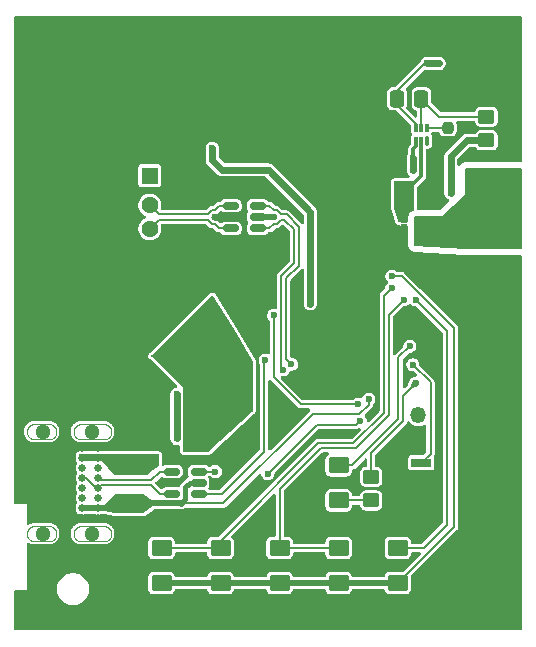
<source format=gbr>
%TF.GenerationSoftware,KiCad,Pcbnew,9.0.0*%
%TF.CreationDate,2026-01-14T01:15:15+05:30*%
%TF.ProjectId,PortablePower,506f7274-6162-46c6-9550-6f7765722e6b,rev?*%
%TF.SameCoordinates,Original*%
%TF.FileFunction,Copper,L2,Bot*%
%TF.FilePolarity,Positive*%
%FSLAX46Y46*%
G04 Gerber Fmt 4.6, Leading zero omitted, Abs format (unit mm)*
G04 Created by KiCad (PCBNEW 9.0.0) date 2026-01-14 01:15:15*
%MOMM*%
%LPD*%
G01*
G04 APERTURE LIST*
G04 Aperture macros list*
%AMRoundRect*
0 Rectangle with rounded corners*
0 $1 Rounding radius*
0 $2 $3 $4 $5 $6 $7 $8 $9 X,Y pos of 4 corners*
0 Add a 4 corners polygon primitive as box body*
4,1,4,$2,$3,$4,$5,$6,$7,$8,$9,$2,$3,0*
0 Add four circle primitives for the rounded corners*
1,1,$1+$1,$2,$3*
1,1,$1+$1,$4,$5*
1,1,$1+$1,$6,$7*
1,1,$1+$1,$8,$9*
0 Add four rect primitives between the rounded corners*
20,1,$1+$1,$2,$3,$4,$5,0*
20,1,$1+$1,$4,$5,$6,$7,0*
20,1,$1+$1,$6,$7,$8,$9,0*
20,1,$1+$1,$8,$9,$2,$3,0*%
G04 Aperture macros list end*
%TA.AperFunction,EtchedComponent*%
%ADD10C,0.010000*%
%TD*%
%TA.AperFunction,SMDPad,CuDef*%
%ADD11R,1.900000X2.450000*%
%TD*%
%TA.AperFunction,SMDPad,CuDef*%
%ADD12R,0.410000X0.500000*%
%TD*%
%TA.AperFunction,SMDPad,CuDef*%
%ADD13R,0.630000X0.500000*%
%TD*%
%TA.AperFunction,ComponentPad*%
%ADD14R,1.431000X1.431000*%
%TD*%
%TA.AperFunction,ComponentPad*%
%ADD15C,1.431000*%
%TD*%
%TA.AperFunction,ComponentPad*%
%ADD16C,3.390000*%
%TD*%
%TA.AperFunction,ComponentPad*%
%ADD17C,0.648000*%
%TD*%
%TA.AperFunction,ComponentPad*%
%ADD18C,1.300000*%
%TD*%
%TA.AperFunction,SMDPad,CuDef*%
%ADD19RoundRect,0.250000X0.450000X-0.350000X0.450000X0.350000X-0.450000X0.350000X-0.450000X-0.350000X0*%
%TD*%
%TA.AperFunction,SMDPad,CuDef*%
%ADD20RoundRect,0.250001X-0.624999X0.462499X-0.624999X-0.462499X0.624999X-0.462499X0.624999X0.462499X0*%
%TD*%
%TA.AperFunction,ComponentPad*%
%ADD21R,1.350000X1.350000*%
%TD*%
%TA.AperFunction,ComponentPad*%
%ADD22O,1.350000X1.350000*%
%TD*%
%TA.AperFunction,SMDPad,CuDef*%
%ADD23RoundRect,0.150000X-0.512500X-0.150000X0.512500X-0.150000X0.512500X0.150000X-0.512500X0.150000X0*%
%TD*%
%TA.AperFunction,SMDPad,CuDef*%
%ADD24RoundRect,0.250001X0.624999X-0.462499X0.624999X0.462499X-0.624999X0.462499X-0.624999X-0.462499X0*%
%TD*%
%TA.AperFunction,SMDPad,CuDef*%
%ADD25RoundRect,0.250000X0.337500X0.475000X-0.337500X0.475000X-0.337500X-0.475000X0.337500X-0.475000X0*%
%TD*%
%TA.AperFunction,SMDPad,CuDef*%
%ADD26RoundRect,0.070000X0.070000X0.355000X-0.070000X0.355000X-0.070000X-0.355000X0.070000X-0.355000X0*%
%TD*%
%TA.AperFunction,SMDPad,CuDef*%
%ADD27RoundRect,0.070000X0.070000X0.305000X-0.070000X0.305000X-0.070000X-0.305000X0.070000X-0.305000X0*%
%TD*%
%TA.AperFunction,SMDPad,CuDef*%
%ADD28R,1.700000X0.800000*%
%TD*%
%TA.AperFunction,SMDPad,CuDef*%
%ADD29RoundRect,0.237500X0.237500X-0.250000X0.237500X0.250000X-0.237500X0.250000X-0.237500X-0.250000X0*%
%TD*%
%TA.AperFunction,SMDPad,CuDef*%
%ADD30RoundRect,0.250000X0.400000X0.625000X-0.400000X0.625000X-0.400000X-0.625000X0.400000X-0.625000X0*%
%TD*%
%TA.AperFunction,ViaPad*%
%ADD31C,0.600000*%
%TD*%
%TA.AperFunction,Conductor*%
%ADD32C,0.200000*%
%TD*%
%TA.AperFunction,Conductor*%
%ADD33C,0.600000*%
%TD*%
%TA.AperFunction,Conductor*%
%ADD34C,0.400000*%
%TD*%
%TA.AperFunction,Conductor*%
%ADD35C,0.500000*%
%TD*%
%TA.AperFunction,Conductor*%
%ADD36C,0.300000*%
%TD*%
G04 APERTURE END LIST*
D10*
%TO.C,J2*%
X118484020Y-116030890D02*
X118517940Y-116033560D01*
X118551680Y-116038000D01*
X118585140Y-116044200D01*
X118618230Y-116052150D01*
X118650860Y-116061810D01*
X118682940Y-116073170D01*
X118714380Y-116086200D01*
X118745090Y-116100850D01*
X118775000Y-116117080D01*
X118804020Y-116134860D01*
X118832060Y-116154140D01*
X118859060Y-116174860D01*
X118884930Y-116196960D01*
X118909620Y-116220380D01*
X118933040Y-116245070D01*
X118955140Y-116270940D01*
X118975860Y-116297940D01*
X118995140Y-116325980D01*
X119012920Y-116355000D01*
X119029150Y-116384910D01*
X119043800Y-116415620D01*
X119056830Y-116447060D01*
X119068190Y-116479140D01*
X119077850Y-116511770D01*
X119085800Y-116544860D01*
X119092000Y-116578320D01*
X119096440Y-116612060D01*
X119099110Y-116645980D01*
X119100000Y-116680000D01*
X119099110Y-116714020D01*
X119096440Y-116747940D01*
X119092000Y-116781680D01*
X119085800Y-116815140D01*
X119077850Y-116848230D01*
X119068190Y-116880860D01*
X119056830Y-116912940D01*
X119043800Y-116944380D01*
X119029150Y-116975090D01*
X119012920Y-117005000D01*
X118995140Y-117034020D01*
X118975860Y-117062060D01*
X118955140Y-117089060D01*
X118933040Y-117114930D01*
X118909620Y-117139620D01*
X118884930Y-117163040D01*
X118859060Y-117185140D01*
X118832060Y-117205860D01*
X118804020Y-117225140D01*
X118775000Y-117242920D01*
X118745090Y-117259150D01*
X118714380Y-117273800D01*
X118682940Y-117286830D01*
X118650860Y-117298190D01*
X118618230Y-117307850D01*
X118585140Y-117315800D01*
X118551680Y-117322000D01*
X118517940Y-117326440D01*
X118484020Y-117329110D01*
X118450000Y-117330000D01*
X117250000Y-117330000D01*
X117215980Y-117329110D01*
X117182060Y-117326440D01*
X117148320Y-117322000D01*
X117114860Y-117315800D01*
X117081770Y-117307850D01*
X117049140Y-117298190D01*
X117017060Y-117286830D01*
X116985620Y-117273800D01*
X116954910Y-117259150D01*
X116925000Y-117242920D01*
X116895980Y-117225140D01*
X116867940Y-117205860D01*
X116840940Y-117185140D01*
X116815070Y-117163040D01*
X116790380Y-117139620D01*
X116766960Y-117114930D01*
X116744860Y-117089060D01*
X116724140Y-117062060D01*
X116704860Y-117034020D01*
X116687080Y-117005000D01*
X116670850Y-116975090D01*
X116656200Y-116944380D01*
X116643170Y-116912940D01*
X116631810Y-116880860D01*
X116622150Y-116848230D01*
X116614200Y-116815140D01*
X116608000Y-116781680D01*
X116603560Y-116747940D01*
X116600890Y-116714020D01*
X116600000Y-116680000D01*
X116600890Y-116645980D01*
X116603560Y-116612060D01*
X116608000Y-116578320D01*
X116614200Y-116544860D01*
X116622150Y-116511770D01*
X116631810Y-116479140D01*
X116643170Y-116447060D01*
X116656200Y-116415620D01*
X116670850Y-116384910D01*
X116687080Y-116355000D01*
X116704860Y-116325980D01*
X116724140Y-116297940D01*
X116744860Y-116270940D01*
X116766960Y-116245070D01*
X116790380Y-116220380D01*
X116815070Y-116196960D01*
X116840940Y-116174860D01*
X116867940Y-116154140D01*
X116895980Y-116134860D01*
X116925000Y-116117080D01*
X116954910Y-116100850D01*
X116985620Y-116086200D01*
X117017060Y-116073170D01*
X117049140Y-116061810D01*
X117081770Y-116052150D01*
X117114860Y-116044200D01*
X117148320Y-116038000D01*
X117182060Y-116033560D01*
X117215980Y-116030890D01*
X117250000Y-116030000D01*
X118450000Y-116030000D01*
X118484020Y-116030890D01*
X118484020Y-124670890D02*
X118517940Y-124673560D01*
X118551680Y-124678000D01*
X118585140Y-124684200D01*
X118618230Y-124692150D01*
X118650860Y-124701810D01*
X118682940Y-124713170D01*
X118714380Y-124726200D01*
X118745090Y-124740850D01*
X118775000Y-124757080D01*
X118804020Y-124774860D01*
X118832060Y-124794140D01*
X118859060Y-124814860D01*
X118884930Y-124836960D01*
X118909620Y-124860380D01*
X118933040Y-124885070D01*
X118955140Y-124910940D01*
X118975860Y-124937940D01*
X118995140Y-124965980D01*
X119012920Y-124995000D01*
X119029150Y-125024910D01*
X119043800Y-125055620D01*
X119056830Y-125087060D01*
X119068190Y-125119140D01*
X119077850Y-125151770D01*
X119085800Y-125184860D01*
X119092000Y-125218320D01*
X119096440Y-125252060D01*
X119099110Y-125285980D01*
X119100000Y-125320000D01*
X119099110Y-125354020D01*
X119096440Y-125387940D01*
X119092000Y-125421680D01*
X119085800Y-125455140D01*
X119077850Y-125488230D01*
X119068190Y-125520860D01*
X119056830Y-125552940D01*
X119043800Y-125584380D01*
X119029150Y-125615090D01*
X119012920Y-125645000D01*
X118995140Y-125674020D01*
X118975860Y-125702060D01*
X118955140Y-125729060D01*
X118933040Y-125754930D01*
X118909620Y-125779620D01*
X118884930Y-125803040D01*
X118859060Y-125825140D01*
X118832060Y-125845860D01*
X118804020Y-125865140D01*
X118775000Y-125882920D01*
X118745090Y-125899150D01*
X118714380Y-125913800D01*
X118682940Y-125926830D01*
X118650860Y-125938190D01*
X118618230Y-125947850D01*
X118585140Y-125955800D01*
X118551680Y-125962000D01*
X118517940Y-125966440D01*
X118484020Y-125969110D01*
X118450000Y-125970000D01*
X117250000Y-125970000D01*
X117215980Y-125969110D01*
X117182060Y-125966440D01*
X117148320Y-125962000D01*
X117114860Y-125955800D01*
X117081770Y-125947850D01*
X117049140Y-125938190D01*
X117017060Y-125926830D01*
X116985620Y-125913800D01*
X116954910Y-125899150D01*
X116925000Y-125882920D01*
X116895980Y-125865140D01*
X116867940Y-125845860D01*
X116840940Y-125825140D01*
X116815070Y-125803040D01*
X116790380Y-125779620D01*
X116766960Y-125754930D01*
X116744860Y-125729060D01*
X116724140Y-125702060D01*
X116704860Y-125674020D01*
X116687080Y-125645000D01*
X116670850Y-125615090D01*
X116656200Y-125584380D01*
X116643170Y-125552940D01*
X116631810Y-125520860D01*
X116622150Y-125488230D01*
X116614200Y-125455140D01*
X116608000Y-125421680D01*
X116603560Y-125387940D01*
X116600890Y-125354020D01*
X116600000Y-125320000D01*
X116600890Y-125285980D01*
X116603560Y-125252060D01*
X116608000Y-125218320D01*
X116614200Y-125184860D01*
X116622150Y-125151770D01*
X116631810Y-125119140D01*
X116643170Y-125087060D01*
X116656200Y-125055620D01*
X116670850Y-125024910D01*
X116687080Y-124995000D01*
X116704860Y-124965980D01*
X116724140Y-124937940D01*
X116744860Y-124910940D01*
X116766960Y-124885070D01*
X116790380Y-124860380D01*
X116815070Y-124836960D01*
X116840940Y-124814860D01*
X116867940Y-124794140D01*
X116895980Y-124774860D01*
X116925000Y-124757080D01*
X116954910Y-124740850D01*
X116985620Y-124726200D01*
X117017060Y-124713170D01*
X117049140Y-124701810D01*
X117081770Y-124692150D01*
X117114860Y-124684200D01*
X117148320Y-124678000D01*
X117182060Y-124673560D01*
X117215980Y-124670890D01*
X117250000Y-124670000D01*
X118450000Y-124670000D01*
X118484020Y-124670890D01*
X123134020Y-116030890D02*
X123167940Y-116033560D01*
X123201680Y-116038000D01*
X123235140Y-116044200D01*
X123268230Y-116052150D01*
X123300860Y-116061810D01*
X123332940Y-116073170D01*
X123364380Y-116086200D01*
X123395090Y-116100850D01*
X123425000Y-116117080D01*
X123454020Y-116134860D01*
X123482060Y-116154140D01*
X123509060Y-116174860D01*
X123534930Y-116196960D01*
X123559620Y-116220380D01*
X123583040Y-116245070D01*
X123605140Y-116270940D01*
X123625860Y-116297940D01*
X123645140Y-116325980D01*
X123662920Y-116355000D01*
X123679150Y-116384910D01*
X123693800Y-116415620D01*
X123706830Y-116447060D01*
X123718190Y-116479140D01*
X123727850Y-116511770D01*
X123735800Y-116544860D01*
X123742000Y-116578320D01*
X123746440Y-116612060D01*
X123749110Y-116645980D01*
X123750000Y-116680000D01*
X123749110Y-116714020D01*
X123746440Y-116747940D01*
X123742000Y-116781680D01*
X123735800Y-116815140D01*
X123727850Y-116848230D01*
X123718190Y-116880860D01*
X123706830Y-116912940D01*
X123693800Y-116944380D01*
X123679150Y-116975090D01*
X123662920Y-117005000D01*
X123645140Y-117034020D01*
X123625860Y-117062060D01*
X123605140Y-117089060D01*
X123583040Y-117114930D01*
X123559620Y-117139620D01*
X123534930Y-117163040D01*
X123509060Y-117185140D01*
X123482060Y-117205860D01*
X123454020Y-117225140D01*
X123425000Y-117242920D01*
X123395090Y-117259150D01*
X123364380Y-117273800D01*
X123332940Y-117286830D01*
X123300860Y-117298190D01*
X123268230Y-117307850D01*
X123235140Y-117315800D01*
X123201680Y-117322000D01*
X123167940Y-117326440D01*
X123134020Y-117329110D01*
X123100000Y-117330000D01*
X121200000Y-117330000D01*
X121165980Y-117329110D01*
X121132060Y-117326440D01*
X121098320Y-117322000D01*
X121064860Y-117315800D01*
X121031770Y-117307850D01*
X120999140Y-117298190D01*
X120967060Y-117286830D01*
X120935620Y-117273800D01*
X120904910Y-117259150D01*
X120875000Y-117242920D01*
X120845980Y-117225140D01*
X120817940Y-117205860D01*
X120790940Y-117185140D01*
X120765070Y-117163040D01*
X120740380Y-117139620D01*
X120716960Y-117114930D01*
X120694860Y-117089060D01*
X120674140Y-117062060D01*
X120654860Y-117034020D01*
X120637080Y-117005000D01*
X120620850Y-116975090D01*
X120606200Y-116944380D01*
X120593170Y-116912940D01*
X120581810Y-116880860D01*
X120572150Y-116848230D01*
X120564200Y-116815140D01*
X120558000Y-116781680D01*
X120553560Y-116747940D01*
X120550890Y-116714020D01*
X120550000Y-116680000D01*
X120550890Y-116645980D01*
X120553560Y-116612060D01*
X120558000Y-116578320D01*
X120564200Y-116544860D01*
X120572150Y-116511770D01*
X120581810Y-116479140D01*
X120593170Y-116447060D01*
X120606200Y-116415620D01*
X120620850Y-116384910D01*
X120637080Y-116355000D01*
X120654860Y-116325980D01*
X120674140Y-116297940D01*
X120694860Y-116270940D01*
X120716960Y-116245070D01*
X120740380Y-116220380D01*
X120765070Y-116196960D01*
X120790940Y-116174860D01*
X120817940Y-116154140D01*
X120845980Y-116134860D01*
X120875000Y-116117080D01*
X120904910Y-116100850D01*
X120935620Y-116086200D01*
X120967060Y-116073170D01*
X120999140Y-116061810D01*
X121031770Y-116052150D01*
X121064860Y-116044200D01*
X121098320Y-116038000D01*
X121132060Y-116033560D01*
X121165980Y-116030890D01*
X121200000Y-116030000D01*
X123100000Y-116030000D01*
X123134020Y-116030890D01*
X123134020Y-124670890D02*
X123167940Y-124673560D01*
X123201680Y-124678000D01*
X123235140Y-124684200D01*
X123268230Y-124692150D01*
X123300860Y-124701810D01*
X123332940Y-124713170D01*
X123364380Y-124726200D01*
X123395090Y-124740850D01*
X123425000Y-124757080D01*
X123454020Y-124774860D01*
X123482060Y-124794140D01*
X123509060Y-124814860D01*
X123534930Y-124836960D01*
X123559620Y-124860380D01*
X123583040Y-124885070D01*
X123605140Y-124910940D01*
X123625860Y-124937940D01*
X123645140Y-124965980D01*
X123662920Y-124995000D01*
X123679150Y-125024910D01*
X123693800Y-125055620D01*
X123706830Y-125087060D01*
X123718190Y-125119140D01*
X123727850Y-125151770D01*
X123735800Y-125184860D01*
X123742000Y-125218320D01*
X123746440Y-125252060D01*
X123749110Y-125285980D01*
X123750000Y-125320000D01*
X123749110Y-125354020D01*
X123746440Y-125387940D01*
X123742000Y-125421680D01*
X123735800Y-125455140D01*
X123727850Y-125488230D01*
X123718190Y-125520860D01*
X123706830Y-125552940D01*
X123693800Y-125584380D01*
X123679150Y-125615090D01*
X123662920Y-125645000D01*
X123645140Y-125674020D01*
X123625860Y-125702060D01*
X123605140Y-125729060D01*
X123583040Y-125754930D01*
X123559620Y-125779620D01*
X123534930Y-125803040D01*
X123509060Y-125825140D01*
X123482060Y-125845860D01*
X123454020Y-125865140D01*
X123425000Y-125882920D01*
X123395090Y-125899150D01*
X123364380Y-125913800D01*
X123332940Y-125926830D01*
X123300860Y-125938190D01*
X123268230Y-125947850D01*
X123235140Y-125955800D01*
X123201680Y-125962000D01*
X123167940Y-125966440D01*
X123134020Y-125969110D01*
X123100000Y-125970000D01*
X121200000Y-125970000D01*
X121165980Y-125969110D01*
X121132060Y-125966440D01*
X121098320Y-125962000D01*
X121064860Y-125955800D01*
X121031770Y-125947850D01*
X120999140Y-125938190D01*
X120967060Y-125926830D01*
X120935620Y-125913800D01*
X120904910Y-125899150D01*
X120875000Y-125882920D01*
X120845980Y-125865140D01*
X120817940Y-125845860D01*
X120790940Y-125825140D01*
X120765070Y-125803040D01*
X120740380Y-125779620D01*
X120716960Y-125754930D01*
X120694860Y-125729060D01*
X120674140Y-125702060D01*
X120654860Y-125674020D01*
X120637080Y-125645000D01*
X120620850Y-125615090D01*
X120606200Y-125584380D01*
X120593170Y-125552940D01*
X120581810Y-125520860D01*
X120572150Y-125488230D01*
X120564200Y-125455140D01*
X120558000Y-125421680D01*
X120553560Y-125387940D01*
X120550890Y-125354020D01*
X120550000Y-125320000D01*
X120550890Y-125285980D01*
X120553560Y-125252060D01*
X120558000Y-125218320D01*
X120564200Y-125184860D01*
X120572150Y-125151770D01*
X120581810Y-125119140D01*
X120593170Y-125087060D01*
X120606200Y-125055620D01*
X120620850Y-125024910D01*
X120637080Y-124995000D01*
X120654860Y-124965980D01*
X120674140Y-124937940D01*
X120694860Y-124910940D01*
X120716960Y-124885070D01*
X120740380Y-124860380D01*
X120765070Y-124836960D01*
X120790940Y-124814860D01*
X120817940Y-124794140D01*
X120845980Y-124774860D01*
X120875000Y-124757080D01*
X120904910Y-124740850D01*
X120935620Y-124726200D01*
X120967060Y-124713170D01*
X120999140Y-124701810D01*
X121031770Y-124692150D01*
X121064860Y-124684200D01*
X121098320Y-124678000D01*
X121132060Y-124673560D01*
X121165980Y-124670890D01*
X121200000Y-124670000D01*
X123100000Y-124670000D01*
X123134020Y-124670890D01*
%TD*%
D11*
%TO.P,Q3,9*%
%TO.N,/BMS/PowerNodeBMS*%
X150390000Y-99700000D03*
D12*
%TO.P,Q3,8,D_4*%
X151545000Y-100675000D03*
%TO.P,Q3,7,D_3*%
X151545000Y-100025000D03*
%TO.P,Q3,6,D_2*%
X151545000Y-99375000D03*
%TO.P,Q3,5,D_1*%
X151545000Y-98725000D03*
D13*
%TO.P,Q3,4,G*%
%TO.N,Net-(Q3-G)*%
X148565000Y-98725000D03*
%TO.P,Q3,3,S_3*%
%TO.N,GND*%
X148565000Y-99375000D03*
%TO.P,Q3,2,S_2*%
X148565000Y-100025000D03*
%TO.P,Q3,1,S_1*%
X148565000Y-100675000D03*
%TD*%
D14*
%TO.P,J1,1,VCC*%
%TO.N,/PD_Control/VBUSA1*%
X127000000Y-95000000D03*
D15*
%TO.P,J1,2,D-*%
%TO.N,/PD_Control/D-*%
X127000000Y-97500000D03*
%TO.P,J1,3,D+*%
%TO.N,/PD_Control/D+*%
X127000000Y-99500000D03*
%TO.P,J1,4,GND*%
%TO.N,GND*%
X127000000Y-102000000D03*
D16*
%TO.P,J1,5,MH1*%
X124290000Y-91930000D03*
%TO.P,J1,6,MH2*%
X124290000Y-105070000D03*
%TD*%
D17*
%TO.P,J2,A1,GND1*%
%TO.N,GND*%
X122650000Y-118025000D03*
%TO.P,J2,A4,VBUS1*%
%TO.N,/PD_Control/VBUSC*%
X122650000Y-118875000D03*
%TO.P,J2,A5,CC1*%
%TO.N,/PD_Control/CC1*%
X122650000Y-119725000D03*
%TO.P,J2,A6,DA+*%
%TO.N,/PD_Control/D1+*%
X122650000Y-120575000D03*
%TO.P,J2,A7,DA-*%
%TO.N,/PD_Control/D1-*%
X122650000Y-121425000D03*
%TO.P,J2,A8,SBU1*%
%TO.N,unconnected-(J2-SBU1-PadA8)*%
X122650000Y-122275000D03*
%TO.P,J2,A9,VBUS2*%
%TO.N,/PD_Control/VBUSC*%
X122650000Y-123125000D03*
%TO.P,J2,A12,GND2*%
%TO.N,GND*%
X122650000Y-123975000D03*
%TO.P,J2,B1,GND3*%
X121300000Y-123975000D03*
%TO.P,J2,B4,VBUS3*%
%TO.N,/PD_Control/VBUSC*%
X121300000Y-123125000D03*
%TO.P,J2,B5,CC2*%
%TO.N,/PD_Control/CC2*%
X121300000Y-122275000D03*
%TO.P,J2,B6,DB+*%
%TO.N,/PD_Control/D1+*%
X121300000Y-121425000D03*
%TO.P,J2,B7,DB-*%
%TO.N,/PD_Control/D1-*%
X121300000Y-120575000D03*
%TO.P,J2,B8,SBU2*%
%TO.N,unconnected-(J2-SBU2-PadB8)*%
X121300000Y-119725000D03*
%TO.P,J2,B9,VBUS4*%
%TO.N,/PD_Control/VBUSC*%
X121300000Y-118875000D03*
%TO.P,J2,B12,GND4*%
%TO.N,GND*%
X121300000Y-118025000D03*
D18*
%TO.P,J2,SH1,SHIELD1*%
X118000000Y-116680000D03*
%TO.P,J2,SH2,SHIELD2*%
X118000000Y-125320000D03*
%TO.P,J2,SH3,SHIELD3*%
X122150000Y-116680000D03*
%TO.P,J2,SH4,SHIELD4*%
X122150000Y-125320000D03*
%TD*%
D19*
%TO.P,R4,1*%
%TO.N,Net-(D1-A)*%
X145750000Y-122500000D03*
%TO.P,R4,2*%
%TO.N,/PD_Control/VCC*%
X145750000Y-120500000D03*
%TD*%
D20*
%TO.P,D3,1,K*%
%TO.N,Net-(D2-A)*%
X133000000Y-126512500D03*
%TO.P,D3,2,A*%
%TO.N,/PD_Control/DLED1*%
X133000000Y-129487500D03*
%TD*%
D21*
%TO.P,TP1,1,1*%
%TO.N,GND*%
X149750000Y-117300000D03*
D22*
%TO.P,TP1,2,2*%
%TO.N,Net-(IC1-NTC)*%
X149750000Y-115300000D03*
%TD*%
D23*
%TO.P,U1,1,I/O1*%
%TO.N,/PD_Control/D1-*%
X128862500Y-121950000D03*
%TO.P,U1,2,GND*%
%TO.N,GND*%
X128862500Y-121000000D03*
%TO.P,U1,3,I/O2*%
%TO.N,/PD_Control/D1+*%
X128862500Y-120050000D03*
%TO.P,U1,4,I/O2*%
%TO.N,/PD_Control/DC+*%
X131137500Y-120050000D03*
%TO.P,U1,5,VBUS*%
%TO.N,/PD_Control/VBUSC*%
X131137500Y-121000000D03*
%TO.P,U1,6,I/O1*%
%TO.N,/PD_Control/DC-*%
X131137500Y-121950000D03*
%TD*%
D24*
%TO.P,D6,1,K*%
%TO.N,/PD_Control/DLED1*%
X148000000Y-129487500D03*
%TO.P,D6,2,A*%
%TO.N,Net-(D6-A)*%
X148000000Y-126512500D03*
%TD*%
%TO.P,D2,1,K*%
%TO.N,/PD_Control/DLED1*%
X128000000Y-129487500D03*
%TO.P,D2,2,A*%
%TO.N,Net-(D2-A)*%
X128000000Y-126512500D03*
%TD*%
D19*
%TO.P,R6,1*%
%TO.N,+BATT*%
X155500000Y-92000000D03*
%TO.P,R6,2*%
%TO.N,Net-(U3-BAT)*%
X155500000Y-90000000D03*
%TD*%
D25*
%TO.P,C12,1*%
%TO.N,Net-(U3-BAT)*%
X150000000Y-88500000D03*
%TO.P,C12,2*%
%TO.N,/BMS/B-*%
X147925000Y-88500000D03*
%TD*%
D24*
%TO.P,D4,1,K*%
%TO.N,/PD_Control/DLED1*%
X138000000Y-129487500D03*
%TO.P,D4,2,A*%
%TO.N,Net-(D4-A)*%
X138000000Y-126512500D03*
%TD*%
D26*
%TO.P,U3,1,NC*%
%TO.N,unconnected-(U3-NC-Pad1)*%
X150500000Y-92025000D03*
D27*
%TO.P,U3,2,Cout*%
%TO.N,Net-(Q3-G)*%
X150000000Y-92075000D03*
%TO.P,U3,3,Dout*%
%TO.N,Net-(Q4-G)*%
X149500000Y-92075000D03*
%TO.P,U3,4,VSS*%
%TO.N,/BMS/B-*%
X149500000Y-90925000D03*
%TO.P,U3,5,BAT*%
%TO.N,Net-(U3-BAT)*%
X150000000Y-90925000D03*
%TO.P,U3,6,V-*%
%TO.N,Net-(U3-V-)*%
X150500000Y-90925000D03*
%TD*%
D28*
%TO.P,S1,1,COM*%
%TO.N,Net-(IC1-KEY{slash}GSET{slash}IDA1)*%
X150000000Y-119300000D03*
%TO.P,S1,2,NO*%
%TO.N,GND*%
X150000000Y-122700000D03*
%TD*%
D23*
%TO.P,U2,1,I/O1*%
%TO.N,/PD_Control/D+*%
X133862500Y-99450000D03*
%TO.P,U2,2,GND*%
%TO.N,GND*%
X133862500Y-98500000D03*
%TO.P,U2,3,I/O2*%
%TO.N,/PD_Control/D-*%
X133862500Y-97550000D03*
%TO.P,U2,4,I/O2*%
%TO.N,/PD_Control/DA-*%
X136137500Y-97550000D03*
%TO.P,U2,5,VBUS*%
%TO.N,/PD_Control/VBUSA1*%
X136137500Y-98500000D03*
%TO.P,U2,6,I/O1*%
%TO.N,/PD_Control/DA+*%
X136137500Y-99450000D03*
%TD*%
D20*
%TO.P,D5,1,K*%
%TO.N,Net-(D4-A)*%
X143000000Y-126512500D03*
%TO.P,D5,2,A*%
%TO.N,/PD_Control/DLED1*%
X143000000Y-129487500D03*
%TD*%
D29*
%TO.P,R7,1*%
%TO.N,Net-(U3-V-)*%
X152250000Y-90925000D03*
%TO.P,R7,2*%
%TO.N,GND*%
X152250000Y-89100000D03*
%TD*%
D20*
%TO.P,D1,1,K*%
%TO.N,Net-(D1-K)*%
X143000000Y-119512500D03*
%TO.P,D1,2,A*%
%TO.N,Net-(D1-A)*%
X143000000Y-122487500D03*
%TD*%
D30*
%TO.P,R9,1*%
%TO.N,Net-(Q3-G)*%
X148550000Y-96500000D03*
%TO.P,R9,2*%
%TO.N,GND*%
X145450000Y-96500000D03*
%TD*%
D31*
%TO.N,GND*%
X143000000Y-109000000D03*
X142000000Y-111000000D03*
X143000000Y-110000000D03*
X144000000Y-111000000D03*
X142000000Y-109000000D03*
X144000000Y-110000000D03*
X143000000Y-111000000D03*
X144000000Y-109000000D03*
X142000000Y-110000000D03*
%TO.N,+BATT*%
X152500000Y-95500000D03*
X152500000Y-96500000D03*
%TO.N,GND*%
X139500000Y-105500000D03*
X130000000Y-82500000D03*
X147500000Y-85000000D03*
X132500000Y-82500000D03*
X127500000Y-82500000D03*
X135000000Y-127500000D03*
X122500000Y-97500000D03*
X137500000Y-113500000D03*
X130000000Y-102500000D03*
X141000000Y-122500000D03*
X117500000Y-112500000D03*
X155000000Y-125000000D03*
X127500000Y-112500000D03*
X122500000Y-100000000D03*
X132500000Y-125000000D03*
X135500000Y-117500000D03*
X145000000Y-102500000D03*
X125000000Y-116000000D03*
X120000000Y-112500000D03*
X117500000Y-110000000D03*
X145500000Y-95000000D03*
X157500000Y-117500000D03*
X120000000Y-82500000D03*
X132500000Y-90000000D03*
X140000000Y-92500000D03*
X140000000Y-95000000D03*
X134500000Y-117500000D03*
X137500000Y-117000000D03*
X152500000Y-105000000D03*
X117500000Y-120000000D03*
X147000000Y-118500000D03*
X127500000Y-107500000D03*
X152500000Y-82500000D03*
X125000000Y-132500000D03*
X145000000Y-125000000D03*
X153500000Y-116000000D03*
X145000000Y-82500000D03*
X130000000Y-125000000D03*
X144000000Y-91000000D03*
X157500000Y-110000000D03*
X150500000Y-97500000D03*
X155000000Y-102500000D03*
X127500000Y-117500000D03*
X120000000Y-115000000D03*
X125000000Y-130000000D03*
X117500000Y-85000000D03*
X132500000Y-102500000D03*
X132500000Y-132500000D03*
X139500000Y-115000000D03*
X135000000Y-122500000D03*
X120000000Y-85000000D03*
X153500000Y-114000000D03*
X125000000Y-112500000D03*
X157500000Y-107500000D03*
X157500000Y-112500000D03*
X153500000Y-120000000D03*
X135000000Y-132500000D03*
X137500000Y-82500000D03*
X132500000Y-98500000D03*
X127500000Y-92500000D03*
X130000000Y-97500000D03*
X142500000Y-82500000D03*
X157500000Y-120000000D03*
X125000000Y-125000000D03*
X140000000Y-82500000D03*
X149000000Y-107500000D03*
X125000000Y-95000000D03*
X122500000Y-82500000D03*
X117500000Y-107500000D03*
X117500000Y-115000000D03*
X157500000Y-125000000D03*
X130000000Y-105000000D03*
X150000000Y-82500000D03*
X147500000Y-82500000D03*
X150500000Y-96500000D03*
X157500000Y-105000000D03*
X138000000Y-115500000D03*
X130000000Y-92500000D03*
X155000000Y-82500000D03*
X145500000Y-98500000D03*
X125000000Y-82500000D03*
X117500000Y-87500000D03*
X135000000Y-82500000D03*
X139500000Y-106500000D03*
X125000000Y-100000000D03*
X147000000Y-124000000D03*
X120000000Y-122500000D03*
X125000000Y-127500000D03*
X147500000Y-119500000D03*
X117500000Y-122500000D03*
X157500000Y-115000000D03*
X157500000Y-82500000D03*
X139500000Y-113000000D03*
X122500000Y-102500000D03*
X145000000Y-85000000D03*
X157500000Y-122500000D03*
X145500000Y-91500000D03*
X125000000Y-102500000D03*
X122500000Y-95000000D03*
X125000000Y-97500000D03*
X122500000Y-112500000D03*
X140000000Y-125000000D03*
X139500000Y-122500000D03*
X125000000Y-107500000D03*
X120000000Y-110000000D03*
X130000000Y-90000000D03*
X153500000Y-108000000D03*
X130000000Y-127500000D03*
X147000000Y-125000000D03*
X153500000Y-112000000D03*
X139500000Y-104500000D03*
X120000000Y-125000000D03*
X127500000Y-90000000D03*
X142500000Y-125000000D03*
X157500000Y-102500000D03*
X137500000Y-92500000D03*
X150000000Y-102500000D03*
X130000000Y-132500000D03*
X127500000Y-132500000D03*
X155000000Y-122500000D03*
X146000000Y-106500000D03*
X153500000Y-118000000D03*
X117500000Y-132500000D03*
X135000000Y-125000000D03*
X122500000Y-127500000D03*
X117500000Y-130000000D03*
X117500000Y-127500000D03*
X135500000Y-116500000D03*
X135000000Y-105000000D03*
X132500000Y-100000000D03*
X130000000Y-100000000D03*
X127500000Y-105000000D03*
X117500000Y-82500000D03*
X122500000Y-132500000D03*
%TO.N,/PD_Control/VBUSC*%
X125500000Y-120000000D03*
X125250000Y-122250000D03*
X126250000Y-122250000D03*
X124250000Y-122250000D03*
X126250000Y-123250000D03*
X127000000Y-122750000D03*
X124500000Y-120000000D03*
X127400000Y-119250000D03*
X145542000Y-113919000D03*
X125500000Y-119250000D03*
X126500000Y-119250000D03*
X126500000Y-120000000D03*
X125250000Y-123250000D03*
X124250000Y-123250000D03*
%TO.N,/PD_Control/VBUSA1*%
X144600000Y-114350800D03*
X137490200Y-106832400D03*
X137500000Y-98500000D03*
%TO.N,/PD_Control/VOUTA1*%
X144820859Y-115759931D03*
X134500000Y-112500000D03*
X134500000Y-114500000D03*
X132500000Y-116500000D03*
X136994900Y-120256300D03*
X133500000Y-115500000D03*
X130922850Y-107115892D03*
X131500000Y-115500000D03*
X133500000Y-113500000D03*
X127922850Y-110115892D03*
X129922850Y-108115892D03*
X131922850Y-108115892D03*
X130500000Y-116500000D03*
X128922850Y-111115892D03*
X130922850Y-109115892D03*
X131500000Y-117500000D03*
X129922850Y-110115892D03*
X132500000Y-114500000D03*
X128922850Y-109115892D03*
X131922850Y-106115892D03*
%TO.N,/PD_Control/VCC*%
X149501600Y-112572800D03*
%TO.N,Net-(D1-K)*%
X149019000Y-109423200D03*
%TO.N,/PD_Control/DLED1*%
X147500000Y-103500000D03*
%TO.N,Net-(D6-A)*%
X149500000Y-105500000D03*
%TO.N,/PD_Control/DC+*%
X132562600Y-120050000D03*
%TO.N,/PD_Control/DA-*%
X138999200Y-110972600D03*
%TO.N,/PD_Control/GATEC*%
X129284700Y-117250000D03*
X129284700Y-114250000D03*
X129284700Y-113500000D03*
X129284700Y-116500000D03*
%TO.N,/PD_Control/GATEA1*%
X132308600Y-92684600D03*
X140599999Y-105841800D03*
X140599999Y-105105200D03*
X132308600Y-93421200D03*
%TO.N,Net-(IC1-KEY{slash}GSET{slash}IDA1)*%
X149275800Y-110998000D03*
%TO.N,/PD_Control/DC-*%
X136791735Y-110629735D03*
%TO.N,/PD_Control/DA+*%
X138313400Y-111429800D03*
%TO.N,Net-(Q4-G)*%
X149300000Y-94500000D03*
X149300000Y-93500000D03*
%TO.N,Net-(D2-A)*%
X147500000Y-104500000D03*
%TO.N,Net-(D4-A)*%
X148500000Y-105500000D03*
%TO.N,/BMS/B-*%
X151500000Y-85500000D03*
X150500000Y-85500000D03*
%TO.N,/BMS/PowerNodeBMS*%
X154250000Y-100500000D03*
X155500000Y-98500000D03*
X158000000Y-98500000D03*
X156750000Y-98500000D03*
X156750000Y-99500000D03*
X158000000Y-95500000D03*
X155500000Y-100500000D03*
X155500000Y-99500000D03*
X154250000Y-99500000D03*
X154250000Y-97500000D03*
X156750000Y-100500000D03*
X154250000Y-98500000D03*
X158000000Y-97500000D03*
X158000000Y-100500000D03*
X156750000Y-97500000D03*
X158000000Y-96500000D03*
X155500000Y-97500000D03*
X158000000Y-99500000D03*
%TD*%
D32*
%TO.N,Net-(U3-BAT)*%
X150000000Y-90925000D02*
X150000000Y-88500000D01*
%TO.N,Net-(D1-A)*%
X143012500Y-122500000D02*
X143000000Y-122487500D01*
X145750000Y-122500000D02*
X143012500Y-122500000D01*
D33*
%TO.N,+BATT*%
X152500000Y-93346600D02*
X153846600Y-92000000D01*
X152500000Y-96500000D02*
X152500000Y-93346600D01*
X153846600Y-92000000D02*
X155500000Y-92000000D01*
D34*
%TO.N,GND*%
X129997200Y-120370600D02*
X129997200Y-119507000D01*
X128862500Y-121000000D02*
X129367800Y-121000000D01*
D33*
X133862500Y-98500000D02*
X132537200Y-98500000D01*
D34*
X129367800Y-121000000D02*
X129997200Y-120370600D01*
D35*
%TO.N,/PD_Control/VBUSC*%
X129608000Y-122750000D02*
X129616200Y-122758200D01*
D34*
X129997200Y-122377200D02*
X129997200Y-121386600D01*
X129616200Y-122758200D02*
X129997200Y-122377200D01*
D32*
X144754600Y-115163600D02*
X140792200Y-115163600D01*
X145542000Y-114376200D02*
X144754600Y-115163600D01*
X145542000Y-113919000D02*
X145542000Y-114376200D01*
D34*
X130383800Y-121000000D02*
X131137500Y-121000000D01*
D32*
X133205800Y-122750000D02*
X129624400Y-122750000D01*
D35*
X127000000Y-122750000D02*
X129608000Y-122750000D01*
D32*
X129624400Y-122750000D02*
X129616200Y-122758200D01*
D34*
X129997200Y-121386600D02*
X130383800Y-121000000D01*
D35*
X122650000Y-118875000D02*
X121300000Y-118875000D01*
X121300000Y-123125000D02*
X122650000Y-123125000D01*
D32*
X140792200Y-115163600D02*
X133205800Y-122750000D01*
%TO.N,/PD_Control/VBUSA1*%
X137490200Y-112064800D02*
X137490200Y-106832400D01*
X139776200Y-114350800D02*
X137490200Y-112064800D01*
X144600000Y-114350800D02*
X139776200Y-114350800D01*
D35*
X136137500Y-98500000D02*
X137500000Y-98500000D01*
D32*
%TO.N,/PD_Control/VOUTA1*%
X144820859Y-115759931D02*
X144502790Y-116078000D01*
X141173200Y-116078000D02*
X136994900Y-120256300D01*
X144502790Y-116078000D02*
X141173200Y-116078000D01*
%TO.N,/PD_Control/VCC*%
X148457600Y-115761500D02*
X148457600Y-113616800D01*
X145750000Y-120500000D02*
X145750000Y-118469100D01*
X145750000Y-118469100D02*
X148457600Y-115761500D01*
X148457600Y-113616800D02*
X149501600Y-112572800D01*
%TO.N,Net-(D1-K)*%
X148056600Y-110385600D02*
X149019000Y-109423200D01*
X148056600Y-115595400D02*
X148056600Y-110385600D01*
X144139500Y-119512500D02*
X148056600Y-115595400D01*
X143000000Y-119512500D02*
X144139500Y-119512500D01*
%TO.N,Net-(D1-A)*%
X142512500Y-122487500D02*
X142250000Y-122750000D01*
%TO.N,/PD_Control/DLED1*%
X148000000Y-129487500D02*
X152730200Y-124757300D01*
X152730200Y-107880257D02*
X148349943Y-103500000D01*
X148349943Y-103500000D02*
X147500000Y-103500000D01*
X152730200Y-124757300D02*
X152730200Y-107880257D01*
D35*
X128000000Y-129487500D02*
X148000000Y-129487500D01*
D32*
%TO.N,Net-(D6-A)*%
X150195100Y-126512500D02*
X152171400Y-124536200D01*
X152171400Y-108171400D02*
X149500000Y-105500000D01*
X148000000Y-126512500D02*
X150195100Y-126512500D01*
X152171400Y-124536200D02*
X152171400Y-108171400D01*
%TO.N,/PD_Control/DC+*%
X131137500Y-120050000D02*
X132562600Y-120050000D01*
%TO.N,/PD_Control/DA-*%
X136137500Y-97550000D02*
X137131251Y-97550000D01*
X137131251Y-97550000D02*
X137480251Y-97899000D01*
X138562343Y-103690855D02*
X138562343Y-110535743D01*
X139645600Y-99334462D02*
X139645600Y-102607598D01*
X137480251Y-97899000D02*
X137748943Y-97899000D01*
X137748943Y-97899000D02*
X138124943Y-98275000D01*
X138562343Y-110535743D02*
X138999200Y-110972600D01*
X139645600Y-102607598D02*
X138562343Y-103690855D01*
X138124943Y-98275000D02*
X138586138Y-98275000D01*
X138586138Y-98275000D02*
X139645600Y-99334462D01*
D33*
%TO.N,/PD_Control/GATEC*%
X129284700Y-113500000D02*
X129284700Y-117250000D01*
%TO.N,/PD_Control/GATEA1*%
X132308600Y-93421200D02*
X132308600Y-93675200D01*
X133146800Y-94513400D02*
X137058400Y-94513400D01*
X140599999Y-98054999D02*
X140599999Y-105841800D01*
X132308600Y-92684600D02*
X132308600Y-93421200D01*
X140599999Y-105105200D02*
X140599999Y-105841800D01*
X132308600Y-93675200D02*
X133146800Y-94513400D01*
X137058400Y-94513400D02*
X140599999Y-98054999D01*
D32*
%TO.N,Net-(IC1-KEY{slash}GSET{slash}IDA1)*%
X150000000Y-119300000D02*
X150774400Y-118525600D01*
X150774400Y-118525600D02*
X150774400Y-112496600D01*
X150774400Y-112496600D02*
X149275800Y-110998000D01*
%TO.N,/PD_Control/DC-*%
X136791735Y-110629735D02*
X136687800Y-110733670D01*
X136687800Y-118353600D02*
X133091400Y-121950000D01*
X136687800Y-110733670D02*
X136687800Y-118353600D01*
X133091400Y-121950000D02*
X131137500Y-121950000D01*
%TO.N,/PD_Control/DA+*%
X137131251Y-99450000D02*
X137480251Y-99101000D01*
X138110200Y-111226600D02*
X138313400Y-111429800D01*
X137480251Y-99101000D02*
X137748943Y-99101000D01*
X139195600Y-102421202D02*
X138110200Y-103506602D01*
X138399742Y-98725000D02*
X139195600Y-99520858D01*
X138110200Y-103506602D02*
X138110200Y-111226600D01*
X136137500Y-99450000D02*
X137131251Y-99450000D01*
X137748943Y-99101000D02*
X138124943Y-98725000D01*
X138124943Y-98725000D02*
X138399742Y-98725000D01*
X139195600Y-99520858D02*
X139195600Y-102421202D01*
%TO.N,/PD_Control/D+*%
X132251057Y-99101000D02*
X132519749Y-99101000D01*
X131875057Y-98725000D02*
X131899000Y-98748943D01*
X132519749Y-99101000D02*
X132868749Y-99450000D01*
X131899000Y-98748943D02*
X132251057Y-99101000D01*
X132868749Y-99450000D02*
X133862500Y-99450000D01*
X127775000Y-98725000D02*
X131875057Y-98725000D01*
X127000000Y-99500000D02*
X127775000Y-98725000D01*
%TO.N,/PD_Control/D-*%
X131875057Y-98275000D02*
X131899000Y-98251057D01*
X132251057Y-97899000D02*
X132275000Y-97899000D01*
X127775000Y-98275000D02*
X131875057Y-98275000D01*
X131899000Y-98251057D02*
X132251057Y-97899000D01*
X132519749Y-97899000D02*
X132868749Y-97550000D01*
X132275000Y-97899000D02*
X132288258Y-97899000D01*
X127000000Y-97500000D02*
X127775000Y-98275000D01*
X132868749Y-97550000D02*
X133862500Y-97550000D01*
X132288258Y-97899000D02*
X132519749Y-97899000D01*
%TO.N,/PD_Control/D1-*%
X122415600Y-121425000D02*
X122650000Y-121425000D01*
X127143749Y-121225000D02*
X127868749Y-121950000D01*
X127868749Y-121950000D02*
X128862500Y-121950000D01*
X122850000Y-121225000D02*
X127143749Y-121225000D01*
X122650000Y-121425000D02*
X122850000Y-121225000D01*
X121300000Y-120575000D02*
X121565600Y-120575000D01*
X121565600Y-120575000D02*
X122415600Y-121425000D01*
%TO.N,/PD_Control/D1+*%
X127143749Y-120775000D02*
X127868749Y-120050000D01*
X127868749Y-120050000D02*
X128862500Y-120050000D01*
X122850000Y-120775000D02*
X127143749Y-120775000D01*
X122650000Y-120575000D02*
X122850000Y-120775000D01*
D36*
%TO.N,Net-(Q3-G)*%
X148550000Y-96500000D02*
X150000000Y-95050000D01*
X150000000Y-95050000D02*
X150000000Y-92075000D01*
%TO.N,Net-(Q4-G)*%
X149500000Y-92511200D02*
X149300000Y-92711200D01*
D33*
X149300000Y-94500000D02*
X149300000Y-93500000D01*
D36*
X149300000Y-92711200D02*
X149300000Y-93500000D01*
X149500000Y-92075000D02*
X149500000Y-92511200D01*
D32*
%TO.N,Net-(U3-BAT)*%
X155500000Y-90000000D02*
X151500000Y-90000000D01*
X151500000Y-90000000D02*
X150000000Y-88500000D01*
%TO.N,Net-(U3-V-)*%
X152250000Y-90925000D02*
X150500000Y-90925000D01*
%TO.N,Net-(D2-A)*%
X133000000Y-126512500D02*
X133000000Y-125902200D01*
X146812000Y-105188000D02*
X147500000Y-104500000D01*
X144246600Y-117652800D02*
X146812000Y-115087400D01*
X146812000Y-115087400D02*
X146812000Y-105188000D01*
X133000000Y-125902200D02*
X141249400Y-117652800D01*
X141249400Y-117652800D02*
X144246600Y-117652800D01*
X133000000Y-126512500D02*
X128000000Y-126512500D01*
%TO.N,Net-(D4-A)*%
X141478000Y-118059200D02*
X144449800Y-118059200D01*
X144449800Y-118059200D02*
X147218400Y-115290600D01*
X143000000Y-126512500D02*
X138000000Y-126512500D01*
X138000000Y-126512500D02*
X138000000Y-121537200D01*
X138000000Y-121537200D02*
X141478000Y-118059200D01*
X147218400Y-115290600D02*
X147218400Y-106781600D01*
X147218400Y-106781600D02*
X148500000Y-105500000D01*
%TO.N,/BMS/B-*%
X149500000Y-90597400D02*
X149500000Y-90925000D01*
X150500000Y-85500000D02*
X150288200Y-85500000D01*
X147925000Y-89022400D02*
X149500000Y-90597400D01*
D33*
X151500000Y-85500000D02*
X150500000Y-85500000D01*
D32*
X147925000Y-87863200D02*
X147925000Y-88500000D01*
X147925000Y-88500000D02*
X147925000Y-89022400D01*
X150288200Y-85500000D02*
X147925000Y-87863200D01*
%TD*%
%TA.AperFunction,Conductor*%
%TO.N,/PD_Control/VOUTA1*%
G36*
X132328475Y-105162125D02*
G01*
X132384196Y-105204278D01*
X132390326Y-105213368D01*
X134092640Y-107995508D01*
X135693971Y-110612608D01*
X135712200Y-110677325D01*
X135712200Y-114905671D01*
X135692515Y-114972710D01*
X135671765Y-114997283D01*
X132032470Y-118316911D01*
X131988507Y-118357012D01*
X131925712Y-118387648D01*
X131904942Y-118389400D01*
X129918540Y-118389400D01*
X129851501Y-118369715D01*
X129805746Y-118316911D01*
X129794541Y-118264861D01*
X129808909Y-114960400D01*
X129817919Y-112888002D01*
X129817918Y-112888001D01*
X129817918Y-112888000D01*
X127170355Y-110345292D01*
X127135638Y-110284658D01*
X127139214Y-110214880D01*
X127169007Y-110167738D01*
X132197319Y-105189962D01*
X132258809Y-105156788D01*
X132328475Y-105162125D01*
G37*
%TD.AperFunction*%
%TD*%
%TA.AperFunction,Conductor*%
%TO.N,/PD_Control/VBUSC*%
G36*
X127758632Y-118595968D02*
G01*
X127762000Y-118604100D01*
X127762000Y-119577247D01*
X127758632Y-119585379D01*
X127757141Y-119586636D01*
X127018886Y-120108816D01*
X126726191Y-120315846D01*
X126723585Y-120317689D01*
X126716944Y-120319800D01*
X123992578Y-120319800D01*
X123984446Y-120316432D01*
X123983900Y-120315846D01*
X122971338Y-119151400D01*
X121042500Y-119151400D01*
X121034368Y-119148032D01*
X121031000Y-119139900D01*
X121031000Y-118604100D01*
X121034368Y-118595968D01*
X121042500Y-118592600D01*
X127750500Y-118592600D01*
X127758632Y-118595968D01*
G37*
%TD.AperFunction*%
%TD*%
%TA.AperFunction,Conductor*%
%TO.N,Net-(Q3-G)*%
G36*
X149322479Y-95437918D02*
G01*
X149368346Y-95490625D01*
X149379662Y-95542505D01*
X149377416Y-97708495D01*
X149373270Y-97740164D01*
X149331172Y-97898840D01*
X149294954Y-97958590D01*
X149250480Y-97984695D01*
X149242994Y-97987186D01*
X149242991Y-97987188D01*
X149121960Y-98064970D01*
X149121957Y-98064972D01*
X149082622Y-98099056D01*
X149075045Y-98103925D01*
X148974931Y-98219463D01*
X148974926Y-98219471D01*
X148915160Y-98350340D01*
X148895476Y-98417379D01*
X148895473Y-98417391D01*
X148874999Y-98559799D01*
X148874999Y-98800500D01*
X148855314Y-98867539D01*
X148802510Y-98913294D01*
X148750999Y-98924500D01*
X148230251Y-98924500D01*
X148185247Y-98933451D01*
X148115656Y-98927222D01*
X148060479Y-98884358D01*
X148043183Y-98850323D01*
X147681760Y-97743465D01*
X147675635Y-97704755D01*
X147679473Y-95545247D01*
X147699277Y-95478242D01*
X147752162Y-95432581D01*
X147803208Y-95421467D01*
X149255400Y-95418376D01*
X149322479Y-95437918D01*
G37*
%TD.AperFunction*%
%TD*%
%TA.AperFunction,Conductor*%
%TO.N,GND*%
G36*
X137759700Y-104559540D02*
G01*
X137759700Y-106173093D01*
X137740015Y-106240132D01*
X137687211Y-106285887D01*
X137618053Y-106295831D01*
X137603609Y-106292868D01*
X137562675Y-106281900D01*
X137417725Y-106281900D01*
X137289193Y-106316340D01*
X137277711Y-106319417D01*
X137152188Y-106391888D01*
X137152182Y-106391893D01*
X137049693Y-106494382D01*
X137049688Y-106494388D01*
X136977217Y-106619911D01*
X136977216Y-106619915D01*
X136939700Y-106759925D01*
X136939700Y-106904875D01*
X136959333Y-106978144D01*
X136977217Y-107044888D01*
X137049688Y-107170411D01*
X137049693Y-107170417D01*
X137103381Y-107224105D01*
X137136866Y-107285428D01*
X137139700Y-107311786D01*
X137139700Y-109991453D01*
X137120015Y-110058492D01*
X137067211Y-110104247D01*
X136998053Y-110114191D01*
X136983615Y-110111229D01*
X136864210Y-110079235D01*
X136719260Y-110079235D01*
X136599862Y-110111228D01*
X136579246Y-110116752D01*
X136453723Y-110189223D01*
X136453717Y-110189228D01*
X136351228Y-110291717D01*
X136351223Y-110291723D01*
X136278752Y-110417246D01*
X136278751Y-110417250D01*
X136241235Y-110557260D01*
X136241235Y-110702210D01*
X136256750Y-110760111D01*
X136278752Y-110842224D01*
X136278753Y-110842225D01*
X136320686Y-110914853D01*
X136337300Y-110976854D01*
X136337300Y-118157056D01*
X136317615Y-118224095D01*
X136300981Y-118244737D01*
X132982537Y-121563181D01*
X132921214Y-121596666D01*
X132894856Y-121599500D01*
X132067255Y-121599500D01*
X132037874Y-121590872D01*
X132007937Y-121584392D01*
X132002842Y-121580586D01*
X132000216Y-121579815D01*
X131979661Y-121563269D01*
X131979160Y-121562769D01*
X131945614Y-121501479D01*
X131950529Y-121431783D01*
X131973017Y-121396754D01*
X131972311Y-121396241D01*
X131978042Y-121388349D01*
X131978050Y-121388342D01*
X132035646Y-121275304D01*
X132035646Y-121275302D01*
X132035647Y-121275301D01*
X132050499Y-121181524D01*
X132050500Y-121181519D01*
X132050499Y-120818482D01*
X132035646Y-120724696D01*
X131978050Y-120611658D01*
X131978045Y-120611653D01*
X131972311Y-120603759D01*
X131972902Y-120603329D01*
X131967413Y-120599211D01*
X131958226Y-120574505D01*
X131945590Y-120551368D01*
X131946239Y-120542270D01*
X131943061Y-120533722D01*
X131948690Y-120507966D01*
X131950569Y-120481676D01*
X131956428Y-120472567D01*
X131957981Y-120465464D01*
X131979160Y-120437231D01*
X131979661Y-120436731D01*
X132041018Y-120403308D01*
X132067255Y-120400500D01*
X132083214Y-120400500D01*
X132109753Y-120408293D01*
X132110705Y-120408362D01*
X132111165Y-120408707D01*
X132150253Y-120420185D01*
X132170895Y-120436819D01*
X132224585Y-120490509D01*
X132224586Y-120490510D01*
X132224588Y-120490511D01*
X132350111Y-120562982D01*
X132350112Y-120562982D01*
X132350115Y-120562984D01*
X132490125Y-120600500D01*
X132490128Y-120600500D01*
X132635072Y-120600500D01*
X132635075Y-120600500D01*
X132775085Y-120562984D01*
X132900615Y-120490509D01*
X133003109Y-120388015D01*
X133075584Y-120262485D01*
X133113100Y-120122475D01*
X133113100Y-119977525D01*
X133075584Y-119837515D01*
X133061375Y-119812905D01*
X133003111Y-119711988D01*
X133003106Y-119711982D01*
X132900617Y-119609493D01*
X132900611Y-119609488D01*
X132775088Y-119537017D01*
X132775089Y-119537017D01*
X132763606Y-119533940D01*
X132635075Y-119499500D01*
X132490125Y-119499500D01*
X132361593Y-119533940D01*
X132350111Y-119537017D01*
X132224588Y-119609488D01*
X132224582Y-119609493D01*
X132170895Y-119663181D01*
X132143967Y-119677884D01*
X132118149Y-119694477D01*
X132111948Y-119695368D01*
X132109572Y-119696666D01*
X132083214Y-119699500D01*
X132067255Y-119699500D01*
X132000216Y-119679815D01*
X131979574Y-119663181D01*
X131888347Y-119571954D01*
X131888344Y-119571952D01*
X131888342Y-119571950D01*
X131811517Y-119532805D01*
X131775301Y-119514352D01*
X131681524Y-119499500D01*
X130593482Y-119499500D01*
X130512519Y-119512323D01*
X130499696Y-119514354D01*
X130386658Y-119571950D01*
X130386657Y-119571951D01*
X130386652Y-119571954D01*
X130296954Y-119661652D01*
X130296951Y-119661657D01*
X130296950Y-119661658D01*
X130287699Y-119679815D01*
X130239352Y-119774698D01*
X130224500Y-119868475D01*
X130224500Y-120231517D01*
X130239354Y-120325304D01*
X130280574Y-120406203D01*
X130293470Y-120474872D01*
X130267193Y-120539612D01*
X130216652Y-120575240D01*
X130217419Y-120577092D01*
X130209913Y-120580200D01*
X130107186Y-120639511D01*
X130107183Y-120639513D01*
X129636713Y-121109983D01*
X129636709Y-121109989D01*
X129577401Y-121212712D01*
X129577400Y-121212717D01*
X129551330Y-121310012D01*
X129514965Y-121369673D01*
X129452118Y-121400202D01*
X129412158Y-121400393D01*
X129406519Y-121399500D01*
X128318482Y-121399500D01*
X128237519Y-121412323D01*
X128224696Y-121414354D01*
X128111658Y-121471950D01*
X128111657Y-121471951D01*
X128111652Y-121471954D01*
X128086700Y-121496907D01*
X128025377Y-121530392D01*
X127955685Y-121525408D01*
X127911338Y-121496907D01*
X127502111Y-121087680D01*
X127468626Y-121026357D01*
X127473610Y-120956665D01*
X127502107Y-120912323D01*
X127911339Y-120503090D01*
X127972660Y-120469607D01*
X128042352Y-120474591D01*
X128086699Y-120503092D01*
X128111652Y-120528045D01*
X128111654Y-120528046D01*
X128111658Y-120528050D01*
X128207908Y-120577092D01*
X128224698Y-120585647D01*
X128318475Y-120600499D01*
X128318481Y-120600500D01*
X129406518Y-120600499D01*
X129500304Y-120585646D01*
X129613342Y-120528050D01*
X129703050Y-120438342D01*
X129760646Y-120325304D01*
X129760646Y-120325302D01*
X129760647Y-120325301D01*
X129772733Y-120248989D01*
X129775500Y-120231519D01*
X129775499Y-119868482D01*
X129760646Y-119774696D01*
X129703050Y-119661658D01*
X129703046Y-119661654D01*
X129703045Y-119661652D01*
X129613347Y-119571954D01*
X129613344Y-119571952D01*
X129613342Y-119571950D01*
X129536517Y-119532805D01*
X129500301Y-119514352D01*
X129406524Y-119499500D01*
X128318482Y-119499500D01*
X128224696Y-119514354D01*
X128197793Y-119528062D01*
X128129124Y-119540957D01*
X128064384Y-119514680D01*
X128024128Y-119457573D01*
X128017500Y-119417576D01*
X128017500Y-118604100D01*
X128016407Y-118598605D01*
X127998055Y-118506334D01*
X127994687Y-118498202D01*
X127994679Y-118498183D01*
X127939290Y-118415295D01*
X127939287Y-118415293D01*
X127939287Y-118415292D01*
X127856404Y-118359917D01*
X127856403Y-118359916D01*
X127856398Y-118359913D01*
X127856395Y-118359911D01*
X127856392Y-118359910D01*
X127848265Y-118356544D01*
X127769944Y-118340967D01*
X127750500Y-118337100D01*
X127750499Y-118337100D01*
X122878551Y-118337100D01*
X122846458Y-118332875D01*
X122793306Y-118318633D01*
X122725634Y-118300500D01*
X122574366Y-118300500D01*
X122453542Y-118332875D01*
X122421449Y-118337100D01*
X121528551Y-118337100D01*
X121496458Y-118332875D01*
X121443306Y-118318633D01*
X121375634Y-118300500D01*
X121224366Y-118300500D01*
X121103542Y-118332875D01*
X121071449Y-118337100D01*
X121042500Y-118337100D01*
X121009911Y-118343581D01*
X120944732Y-118356545D01*
X120944731Y-118356545D01*
X120936588Y-118359918D01*
X120936584Y-118359920D01*
X120936583Y-118359921D01*
X120853695Y-118415310D01*
X120853694Y-118415311D01*
X120853692Y-118415312D01*
X120798317Y-118498195D01*
X120798310Y-118498207D01*
X120794944Y-118506334D01*
X120775499Y-118604101D01*
X120774903Y-118610162D01*
X120773973Y-118610070D01*
X120766061Y-118649849D01*
X120764653Y-118653246D01*
X120761331Y-118665644D01*
X120725500Y-118799366D01*
X120725500Y-118799368D01*
X120725500Y-118950631D01*
X120725499Y-118950631D01*
X120764652Y-119096751D01*
X120766271Y-119100658D01*
X120769806Y-119110308D01*
X120775500Y-119128098D01*
X120775500Y-119139900D01*
X120794945Y-119237666D01*
X120798313Y-119245798D01*
X120798321Y-119245817D01*
X120826835Y-119288488D01*
X120832150Y-119305092D01*
X120832590Y-119323296D01*
X120838032Y-119340674D01*
X120833440Y-119358445D01*
X120833839Y-119374941D01*
X120825742Y-119388234D01*
X120821439Y-119404891D01*
X120764653Y-119503247D01*
X120764652Y-119503251D01*
X120725500Y-119649366D01*
X120725500Y-119649368D01*
X120725500Y-119800631D01*
X120725499Y-119800631D01*
X120764653Y-119946752D01*
X120844350Y-120084790D01*
X120842245Y-120086005D01*
X120862996Y-120139686D01*
X120848956Y-120208130D01*
X120843852Y-120216072D01*
X120764653Y-120353247D01*
X120764652Y-120353251D01*
X120725500Y-120499366D01*
X120725500Y-120499368D01*
X120725500Y-120650631D01*
X120725499Y-120650631D01*
X120764653Y-120796752D01*
X120844350Y-120934790D01*
X120842245Y-120936005D01*
X120862996Y-120989686D01*
X120848956Y-121058130D01*
X120843852Y-121066072D01*
X120764653Y-121203247D01*
X120764652Y-121203251D01*
X120725500Y-121349366D01*
X120725500Y-121349368D01*
X120725500Y-121500631D01*
X120725499Y-121500631D01*
X120725500Y-121500634D01*
X120764651Y-121646747D01*
X120764653Y-121646752D01*
X120844350Y-121784790D01*
X120842245Y-121786005D01*
X120862996Y-121839686D01*
X120848956Y-121908130D01*
X120843852Y-121916072D01*
X120764653Y-122053247D01*
X120764652Y-122053251D01*
X120725500Y-122199366D01*
X120725500Y-122199368D01*
X120725500Y-122350631D01*
X120725499Y-122350631D01*
X120725500Y-122350634D01*
X120764652Y-122496749D01*
X120824909Y-122601118D01*
X120841382Y-122669017D01*
X120834710Y-122703650D01*
X120829492Y-122718734D01*
X120798313Y-122765402D01*
X120794945Y-122773534D01*
X120775500Y-122871300D01*
X120775500Y-122874836D01*
X120771070Y-122887644D01*
X120767421Y-122892769D01*
X120766498Y-122895221D01*
X120767762Y-122895745D01*
X120764653Y-122903248D01*
X120764652Y-122903251D01*
X120725500Y-123049366D01*
X120725500Y-123049368D01*
X120725500Y-123200631D01*
X120725499Y-123200631D01*
X120764653Y-123346754D01*
X120767476Y-123353569D01*
X120774530Y-123376826D01*
X120794944Y-123479466D01*
X120794945Y-123479468D01*
X120798313Y-123487598D01*
X120798321Y-123487617D01*
X120853710Y-123570505D01*
X120853711Y-123570506D01*
X120853712Y-123570507D01*
X120909456Y-123607750D01*
X120936602Y-123625887D01*
X120944734Y-123629255D01*
X121042500Y-123648700D01*
X121042501Y-123648700D01*
X121046181Y-123649432D01*
X121070226Y-123658478D01*
X121070741Y-123657237D01*
X121078249Y-123660347D01*
X121078251Y-123660348D01*
X121224366Y-123699500D01*
X121224369Y-123699500D01*
X121375631Y-123699500D01*
X121375634Y-123699500D01*
X121521749Y-123660348D01*
X121521752Y-123660346D01*
X121521753Y-123660346D01*
X121527085Y-123658138D01*
X121574535Y-123648700D01*
X122375465Y-123648700D01*
X122422915Y-123658138D01*
X122428246Y-123660346D01*
X122428248Y-123660346D01*
X122428251Y-123660348D01*
X122574366Y-123699500D01*
X122574369Y-123699500D01*
X122725631Y-123699500D01*
X122725634Y-123699500D01*
X122871749Y-123660348D01*
X122871752Y-123660346D01*
X122871753Y-123660346D01*
X122877085Y-123658138D01*
X122885260Y-123656511D01*
X122889600Y-123653723D01*
X122924535Y-123648700D01*
X123151339Y-123648700D01*
X123176344Y-123651247D01*
X124000934Y-123821015D01*
X124026588Y-123824951D01*
X124028907Y-123825187D01*
X124054775Y-123826500D01*
X124054786Y-123826500D01*
X126448771Y-123826500D01*
X126448774Y-123826500D01*
X126525119Y-123814827D01*
X126531679Y-123812773D01*
X126601070Y-123778806D01*
X127329934Y-123272649D01*
X127396226Y-123250579D01*
X127400663Y-123250500D01*
X129503381Y-123250500D01*
X129535472Y-123254724D01*
X129550308Y-123258700D01*
X129550310Y-123258700D01*
X129682091Y-123258700D01*
X129682093Y-123258700D01*
X129809386Y-123224592D01*
X129923515Y-123158700D01*
X129945396Y-123136819D01*
X130006719Y-123103334D01*
X130033077Y-123100500D01*
X133251942Y-123100500D01*
X133251944Y-123100500D01*
X133341088Y-123076614D01*
X133371409Y-123059108D01*
X133421012Y-123030470D01*
X136232719Y-120218763D01*
X136294042Y-120185278D01*
X136363734Y-120190262D01*
X136419667Y-120232134D01*
X136444084Y-120297598D01*
X136444400Y-120306444D01*
X136444400Y-120328775D01*
X136470050Y-120424500D01*
X136481917Y-120468788D01*
X136554388Y-120594311D01*
X136554390Y-120594313D01*
X136554391Y-120594315D01*
X136656885Y-120696809D01*
X136656886Y-120696810D01*
X136656888Y-120696811D01*
X136782411Y-120769282D01*
X136782412Y-120769282D01*
X136782415Y-120769284D01*
X136922425Y-120806800D01*
X136922428Y-120806800D01*
X137067372Y-120806800D01*
X137067375Y-120806800D01*
X137207385Y-120769284D01*
X137332915Y-120696809D01*
X137435409Y-120594315D01*
X137507884Y-120468785D01*
X137545400Y-120328775D01*
X137545400Y-120252844D01*
X137565085Y-120185805D01*
X137581719Y-120165163D01*
X141282063Y-116464819D01*
X141343386Y-116431334D01*
X141369744Y-116428500D01*
X144548932Y-116428500D01*
X144548934Y-116428500D01*
X144638078Y-116404614D01*
X144653185Y-116395892D01*
X144676589Y-116382379D01*
X144744486Y-116365906D01*
X144810514Y-116388757D01*
X144853706Y-116443677D01*
X144860349Y-116513230D01*
X144828334Y-116575334D01*
X144826270Y-116577447D01*
X144137737Y-117265981D01*
X144076414Y-117299466D01*
X144050056Y-117302300D01*
X141203256Y-117302300D01*
X141120135Y-117324572D01*
X141120133Y-117324572D01*
X141114112Y-117326185D01*
X141114110Y-117326185D01*
X141034194Y-117372326D01*
X141034185Y-117372333D01*
X132893337Y-125513181D01*
X132832014Y-125546666D01*
X132805656Y-125549500D01*
X132327128Y-125549500D01*
X132327120Y-125549500D01*
X132327117Y-125549501D01*
X132267518Y-125555908D01*
X132132672Y-125606202D01*
X132132670Y-125606204D01*
X132017454Y-125692454D01*
X131931204Y-125807670D01*
X131931202Y-125807672D01*
X131880908Y-125942518D01*
X131874501Y-126002117D01*
X131874500Y-126002136D01*
X131874500Y-126038000D01*
X131854815Y-126105039D01*
X131802011Y-126150794D01*
X131750500Y-126162000D01*
X129249500Y-126162000D01*
X129182461Y-126142315D01*
X129136706Y-126089511D01*
X129125500Y-126038000D01*
X129125500Y-126002136D01*
X129125500Y-126002128D01*
X129119091Y-125942518D01*
X129090912Y-125866967D01*
X129068797Y-125807672D01*
X129068796Y-125807671D01*
X129068796Y-125807670D01*
X128982546Y-125692454D01*
X128867330Y-125606204D01*
X128867328Y-125606203D01*
X128867327Y-125606202D01*
X128732481Y-125555908D01*
X128732482Y-125555908D01*
X128672882Y-125549501D01*
X128672880Y-125549500D01*
X128672872Y-125549500D01*
X127327128Y-125549500D01*
X127327120Y-125549500D01*
X127327117Y-125549501D01*
X127267518Y-125555908D01*
X127132672Y-125606202D01*
X127132670Y-125606204D01*
X127017454Y-125692454D01*
X126931204Y-125807670D01*
X126931202Y-125807672D01*
X126880908Y-125942518D01*
X126874501Y-126002117D01*
X126874500Y-126002136D01*
X126874500Y-127022863D01*
X126874501Y-127022882D01*
X126880908Y-127082481D01*
X126931202Y-127217327D01*
X126931203Y-127217328D01*
X126931204Y-127217330D01*
X127017454Y-127332546D01*
X127132670Y-127418796D01*
X127132671Y-127418796D01*
X127132672Y-127418797D01*
X127267518Y-127469091D01*
X127267517Y-127469091D01*
X127274445Y-127469835D01*
X127327128Y-127475500D01*
X127327137Y-127475500D01*
X128672863Y-127475500D01*
X128672872Y-127475500D01*
X128732482Y-127469091D01*
X128867330Y-127418796D01*
X128982546Y-127332546D01*
X129068796Y-127217330D01*
X129119091Y-127082482D01*
X129125500Y-127022872D01*
X129125500Y-126987000D01*
X129145185Y-126919961D01*
X129197989Y-126874206D01*
X129249500Y-126863000D01*
X131750500Y-126863000D01*
X131817539Y-126882685D01*
X131863294Y-126935489D01*
X131874500Y-126987000D01*
X131874500Y-127022863D01*
X131874501Y-127022882D01*
X131880908Y-127082481D01*
X131931202Y-127217327D01*
X131931203Y-127217328D01*
X131931204Y-127217330D01*
X132017454Y-127332546D01*
X132132670Y-127418796D01*
X132132671Y-127418796D01*
X132132672Y-127418797D01*
X132267518Y-127469091D01*
X132267517Y-127469091D01*
X132274445Y-127469835D01*
X132327128Y-127475500D01*
X132327137Y-127475500D01*
X133672863Y-127475500D01*
X133672872Y-127475500D01*
X133732482Y-127469091D01*
X133867330Y-127418796D01*
X133982546Y-127332546D01*
X134068796Y-127217330D01*
X134119091Y-127082482D01*
X134125500Y-127022872D01*
X134125500Y-126002128D01*
X134119091Y-125942518D01*
X134090912Y-125866967D01*
X134068797Y-125807672D01*
X134068796Y-125807671D01*
X134068796Y-125807670D01*
X133982546Y-125692454D01*
X133977645Y-125688785D01*
X133938623Y-125659573D01*
X133896753Y-125603639D01*
X133891769Y-125533947D01*
X133925252Y-125472628D01*
X137437819Y-121960062D01*
X137499142Y-121926577D01*
X137568834Y-121931561D01*
X137624767Y-121973433D01*
X137649184Y-122038897D01*
X137649500Y-122047743D01*
X137649500Y-125425500D01*
X137629815Y-125492539D01*
X137577011Y-125538294D01*
X137525500Y-125549500D01*
X137327128Y-125549500D01*
X137327120Y-125549500D01*
X137327117Y-125549501D01*
X137267518Y-125555908D01*
X137132672Y-125606202D01*
X137132670Y-125606204D01*
X137017454Y-125692454D01*
X136931204Y-125807670D01*
X136931202Y-125807672D01*
X136880908Y-125942518D01*
X136874501Y-126002117D01*
X136874500Y-126002136D01*
X136874500Y-127022863D01*
X136874501Y-127022882D01*
X136880908Y-127082481D01*
X136931202Y-127217327D01*
X136931203Y-127217328D01*
X136931204Y-127217330D01*
X137017454Y-127332546D01*
X137132670Y-127418796D01*
X137132671Y-127418796D01*
X137132672Y-127418797D01*
X137267518Y-127469091D01*
X137267517Y-127469091D01*
X137274445Y-127469835D01*
X137327128Y-127475500D01*
X137327137Y-127475500D01*
X138672863Y-127475500D01*
X138672872Y-127475500D01*
X138732482Y-127469091D01*
X138867330Y-127418796D01*
X138982546Y-127332546D01*
X139068796Y-127217330D01*
X139119091Y-127082482D01*
X139125500Y-127022872D01*
X139125500Y-126987000D01*
X139145185Y-126919961D01*
X139197989Y-126874206D01*
X139249500Y-126863000D01*
X141750500Y-126863000D01*
X141817539Y-126882685D01*
X141863294Y-126935489D01*
X141874500Y-126987000D01*
X141874500Y-127022863D01*
X141874501Y-127022882D01*
X141880908Y-127082481D01*
X141931202Y-127217327D01*
X141931203Y-127217328D01*
X141931204Y-127217330D01*
X142017454Y-127332546D01*
X142132670Y-127418796D01*
X142132671Y-127418796D01*
X142132672Y-127418797D01*
X142267518Y-127469091D01*
X142267517Y-127469091D01*
X142274445Y-127469835D01*
X142327128Y-127475500D01*
X142327137Y-127475500D01*
X143672863Y-127475500D01*
X143672872Y-127475500D01*
X143732482Y-127469091D01*
X143867330Y-127418796D01*
X143982546Y-127332546D01*
X144068796Y-127217330D01*
X144119091Y-127082482D01*
X144125500Y-127022872D01*
X144125500Y-126002128D01*
X144119091Y-125942518D01*
X144090912Y-125866967D01*
X144068797Y-125807672D01*
X144068796Y-125807671D01*
X144068796Y-125807670D01*
X143982546Y-125692454D01*
X143867330Y-125606204D01*
X143867328Y-125606203D01*
X143867327Y-125606202D01*
X143732481Y-125555908D01*
X143732482Y-125555908D01*
X143672882Y-125549501D01*
X143672880Y-125549500D01*
X143672872Y-125549500D01*
X142327128Y-125549500D01*
X142327120Y-125549500D01*
X142327117Y-125549501D01*
X142267518Y-125555908D01*
X142132672Y-125606202D01*
X142132670Y-125606204D01*
X142017454Y-125692454D01*
X141931204Y-125807670D01*
X141931202Y-125807672D01*
X141880908Y-125942518D01*
X141874501Y-126002117D01*
X141874500Y-126002136D01*
X141874500Y-126038000D01*
X141854815Y-126105039D01*
X141802011Y-126150794D01*
X141750500Y-126162000D01*
X139249500Y-126162000D01*
X139182461Y-126142315D01*
X139136706Y-126089511D01*
X139125500Y-126038000D01*
X139125500Y-126002136D01*
X139125500Y-126002128D01*
X139119091Y-125942518D01*
X139090912Y-125866967D01*
X139068797Y-125807672D01*
X139068796Y-125807671D01*
X139068796Y-125807670D01*
X138982546Y-125692454D01*
X138867330Y-125606204D01*
X138867328Y-125606203D01*
X138867327Y-125606202D01*
X138732481Y-125555908D01*
X138732482Y-125555908D01*
X138672882Y-125549501D01*
X138672880Y-125549500D01*
X138672872Y-125549500D01*
X138672864Y-125549500D01*
X138474500Y-125549500D01*
X138407461Y-125529815D01*
X138361706Y-125477011D01*
X138350500Y-125425500D01*
X138350500Y-121977136D01*
X141874500Y-121977136D01*
X141874500Y-122997863D01*
X141874501Y-122997882D01*
X141880908Y-123057481D01*
X141931202Y-123192327D01*
X141931203Y-123192328D01*
X141931204Y-123192330D01*
X142017454Y-123307546D01*
X142132670Y-123393796D01*
X142132671Y-123393796D01*
X142132672Y-123393797D01*
X142267518Y-123444091D01*
X142267517Y-123444091D01*
X142274445Y-123444835D01*
X142327128Y-123450500D01*
X142327137Y-123450500D01*
X143672863Y-123450500D01*
X143672872Y-123450500D01*
X143732482Y-123444091D01*
X143867330Y-123393796D01*
X143982546Y-123307546D01*
X144068796Y-123192330D01*
X144119091Y-123057482D01*
X144125500Y-122997872D01*
X144125500Y-122974500D01*
X144145185Y-122907461D01*
X144197989Y-122861706D01*
X144249500Y-122850500D01*
X144683023Y-122850500D01*
X144750062Y-122870185D01*
X144795817Y-122922989D01*
X144803266Y-122950134D01*
X144804124Y-122949932D01*
X144805907Y-122957479D01*
X144856202Y-123092328D01*
X144856206Y-123092335D01*
X144942452Y-123207544D01*
X144942455Y-123207547D01*
X145057664Y-123293793D01*
X145057671Y-123293797D01*
X145192517Y-123344091D01*
X145192516Y-123344091D01*
X145199444Y-123344835D01*
X145252127Y-123350500D01*
X146247872Y-123350499D01*
X146307483Y-123344091D01*
X146442331Y-123293796D01*
X146557546Y-123207546D01*
X146643796Y-123092331D01*
X146694091Y-122957483D01*
X146700500Y-122897873D01*
X146700499Y-122102128D01*
X146694091Y-122042517D01*
X146689103Y-122029144D01*
X146643797Y-121907671D01*
X146643793Y-121907664D01*
X146557547Y-121792455D01*
X146557544Y-121792452D01*
X146442335Y-121706206D01*
X146442328Y-121706202D01*
X146307482Y-121655908D01*
X146307483Y-121655908D01*
X146247883Y-121649501D01*
X146247881Y-121649500D01*
X146247873Y-121649500D01*
X146247864Y-121649500D01*
X145252129Y-121649500D01*
X145252123Y-121649501D01*
X145192516Y-121655908D01*
X145057671Y-121706202D01*
X145057664Y-121706206D01*
X144942455Y-121792452D01*
X144942452Y-121792455D01*
X144856206Y-121907664D01*
X144856202Y-121907671D01*
X144805908Y-122042517D01*
X144804126Y-122050062D01*
X144801853Y-122049525D01*
X144779571Y-122103312D01*
X144722177Y-122143157D01*
X144683024Y-122149500D01*
X144249500Y-122149500D01*
X144182461Y-122129815D01*
X144136706Y-122077011D01*
X144125500Y-122025500D01*
X144125500Y-121977136D01*
X144125500Y-121977128D01*
X144119091Y-121917518D01*
X144097765Y-121860339D01*
X144068797Y-121782672D01*
X144068796Y-121782671D01*
X144068796Y-121782670D01*
X143982546Y-121667454D01*
X143867330Y-121581204D01*
X143867328Y-121581203D01*
X143867327Y-121581202D01*
X143732481Y-121530908D01*
X143732482Y-121530908D01*
X143672882Y-121524501D01*
X143672880Y-121524500D01*
X143672872Y-121524500D01*
X142327128Y-121524500D01*
X142327120Y-121524500D01*
X142327117Y-121524501D01*
X142267518Y-121530908D01*
X142132672Y-121581202D01*
X142132670Y-121581204D01*
X142017454Y-121667454D01*
X141931204Y-121782670D01*
X141931202Y-121782672D01*
X141880908Y-121917518D01*
X141874501Y-121977117D01*
X141874500Y-121977136D01*
X138350500Y-121977136D01*
X138350500Y-121733744D01*
X138370185Y-121666705D01*
X138386819Y-121646063D01*
X141586863Y-118446019D01*
X141648186Y-118412534D01*
X141674544Y-118409700D01*
X142022608Y-118409700D01*
X142089647Y-118429385D01*
X142135402Y-118482189D01*
X142145346Y-118551347D01*
X142116321Y-118614903D01*
X142096919Y-118632967D01*
X142017454Y-118692454D01*
X141931204Y-118807670D01*
X141931202Y-118807672D01*
X141880908Y-118942518D01*
X141874501Y-119002117D01*
X141874500Y-119002136D01*
X141874500Y-120022863D01*
X141874501Y-120022882D01*
X141880908Y-120082481D01*
X141931202Y-120217327D01*
X141931203Y-120217328D01*
X141931204Y-120217330D01*
X142017454Y-120332546D01*
X142132670Y-120418796D01*
X142132671Y-120418796D01*
X142132672Y-120418797D01*
X142267518Y-120469091D01*
X142267517Y-120469091D01*
X142272317Y-120469607D01*
X142327128Y-120475500D01*
X142327137Y-120475500D01*
X143672863Y-120475500D01*
X143672872Y-120475500D01*
X143732482Y-120469091D01*
X143867330Y-120418796D01*
X143982546Y-120332546D01*
X144068796Y-120217330D01*
X144119091Y-120082482D01*
X144125500Y-120022872D01*
X144125500Y-119974263D01*
X144145185Y-119907224D01*
X144197989Y-119861469D01*
X144217398Y-119854491D01*
X144274788Y-119839114D01*
X144354712Y-119792970D01*
X145187819Y-118959863D01*
X145249142Y-118926378D01*
X145318834Y-118931362D01*
X145374767Y-118973234D01*
X145399184Y-119038698D01*
X145399500Y-119047544D01*
X145399500Y-119525500D01*
X145379815Y-119592539D01*
X145327011Y-119638294D01*
X145275505Y-119649500D01*
X145252132Y-119649500D01*
X145252123Y-119649501D01*
X145192516Y-119655908D01*
X145057671Y-119706202D01*
X145057664Y-119706206D01*
X144942455Y-119792452D01*
X144942452Y-119792455D01*
X144856206Y-119907664D01*
X144856202Y-119907671D01*
X144805908Y-120042517D01*
X144799501Y-120102116D01*
X144799501Y-120102123D01*
X144799500Y-120102135D01*
X144799500Y-120897870D01*
X144799501Y-120897876D01*
X144805908Y-120957483D01*
X144856202Y-121092328D01*
X144856206Y-121092335D01*
X144942452Y-121207544D01*
X144942455Y-121207547D01*
X145057664Y-121293793D01*
X145057671Y-121293797D01*
X145192517Y-121344091D01*
X145192516Y-121344091D01*
X145199444Y-121344835D01*
X145252127Y-121350500D01*
X146247872Y-121350499D01*
X146307483Y-121344091D01*
X146442331Y-121293796D01*
X146557546Y-121207546D01*
X146643796Y-121092331D01*
X146694091Y-120957483D01*
X146700500Y-120897873D01*
X146700499Y-120102128D01*
X146694091Y-120042517D01*
X146669851Y-119977527D01*
X146643797Y-119907671D01*
X146643793Y-119907664D01*
X146557547Y-119792455D01*
X146557544Y-119792452D01*
X146442335Y-119706206D01*
X146442328Y-119706202D01*
X146307482Y-119655908D01*
X146307483Y-119655908D01*
X146247883Y-119649501D01*
X146247881Y-119649500D01*
X146247873Y-119649500D01*
X146247865Y-119649500D01*
X146224500Y-119649500D01*
X146157461Y-119629815D01*
X146111706Y-119577011D01*
X146100500Y-119525500D01*
X146100500Y-118665644D01*
X146120185Y-118598605D01*
X146136819Y-118577963D01*
X147429855Y-117284927D01*
X148738070Y-115976712D01*
X148784214Y-115896788D01*
X148785354Y-115892530D01*
X148787300Y-115889337D01*
X148787325Y-115889278D01*
X148787334Y-115889281D01*
X148821713Y-115832869D01*
X148884557Y-115802334D01*
X148953933Y-115810622D01*
X149007815Y-115855103D01*
X149008233Y-115855724D01*
X149031116Y-115889972D01*
X149160024Y-116018880D01*
X149160032Y-116018886D01*
X149311608Y-116120166D01*
X149311612Y-116120168D01*
X149470991Y-116186184D01*
X149480042Y-116189933D01*
X149480046Y-116189933D01*
X149480047Y-116189934D01*
X149658843Y-116225500D01*
X149658846Y-116225500D01*
X149841156Y-116225500D01*
X149961445Y-116201572D01*
X150019958Y-116189933D01*
X150188389Y-116120167D01*
X150231010Y-116091688D01*
X150297686Y-116070811D01*
X150365066Y-116089295D01*
X150411757Y-116141274D01*
X150423900Y-116194791D01*
X150423900Y-118329056D01*
X150404215Y-118396095D01*
X150387581Y-118416737D01*
X150191137Y-118613181D01*
X150129814Y-118646666D01*
X150103456Y-118649500D01*
X149125323Y-118649500D01*
X149052264Y-118664032D01*
X149052260Y-118664033D01*
X148969399Y-118719399D01*
X148914033Y-118802260D01*
X148914032Y-118802264D01*
X148899500Y-118875321D01*
X148899500Y-119724678D01*
X148914032Y-119797735D01*
X148914033Y-119797739D01*
X148924167Y-119812905D01*
X148969399Y-119880601D01*
X149052260Y-119935966D01*
X149052264Y-119935967D01*
X149125321Y-119950499D01*
X149125324Y-119950500D01*
X149125326Y-119950500D01*
X150874676Y-119950500D01*
X150874677Y-119950499D01*
X150947740Y-119935966D01*
X151030601Y-119880601D01*
X151085966Y-119797740D01*
X151100500Y-119724674D01*
X151100500Y-118875326D01*
X151100500Y-118875323D01*
X151100499Y-118875321D01*
X151085967Y-118802262D01*
X151081557Y-118791615D01*
X151078197Y-118760366D01*
X151073003Y-118729371D01*
X151074410Y-118725146D01*
X151074088Y-118722146D01*
X151082157Y-118695285D01*
X151085051Y-118688535D01*
X151101014Y-118660888D01*
X151105540Y-118643996D01*
X151124900Y-118571744D01*
X151124900Y-112450456D01*
X151101014Y-112361312D01*
X151091835Y-112345413D01*
X151054869Y-112281387D01*
X149862619Y-111089137D01*
X149829134Y-111027814D01*
X149826300Y-111001456D01*
X149826300Y-110925527D01*
X149826300Y-110925525D01*
X149788784Y-110785515D01*
X149774119Y-110760115D01*
X149716311Y-110659988D01*
X149716306Y-110659982D01*
X149613817Y-110557493D01*
X149613811Y-110557488D01*
X149488288Y-110485017D01*
X149488289Y-110485017D01*
X149466792Y-110479257D01*
X149348275Y-110447500D01*
X149203325Y-110447500D01*
X149084808Y-110479257D01*
X149063311Y-110485017D01*
X148937788Y-110557488D01*
X148937782Y-110557493D01*
X148835293Y-110659982D01*
X148835288Y-110659988D01*
X148762817Y-110785511D01*
X148762816Y-110785515D01*
X148725300Y-110925525D01*
X148725300Y-111070475D01*
X148756010Y-111185085D01*
X148762817Y-111210488D01*
X148835288Y-111336011D01*
X148835290Y-111336013D01*
X148835291Y-111336015D01*
X148937785Y-111438509D01*
X148937786Y-111438510D01*
X148937788Y-111438511D01*
X149063311Y-111510982D01*
X149063312Y-111510982D01*
X149063315Y-111510984D01*
X149203325Y-111548500D01*
X149279256Y-111548500D01*
X149346295Y-111568185D01*
X149366937Y-111584819D01*
X149592737Y-111810619D01*
X149626222Y-111871942D01*
X149621238Y-111941634D01*
X149579366Y-111997567D01*
X149513902Y-112021984D01*
X149505056Y-112022300D01*
X149429125Y-112022300D01*
X149317415Y-112052233D01*
X149289111Y-112059817D01*
X149163588Y-112132288D01*
X149163582Y-112132293D01*
X149061093Y-112234782D01*
X149061088Y-112234788D01*
X149046966Y-112259248D01*
X149031935Y-112279989D01*
X149026003Y-112286609D01*
X149026001Y-112286612D01*
X148990121Y-112347247D01*
X148982803Y-112360491D01*
X148982156Y-112361749D01*
X148975404Y-112375934D01*
X148948492Y-112437255D01*
X148941072Y-112456175D01*
X148940480Y-112457880D01*
X148934645Y-112477101D01*
X148904664Y-112591927D01*
X148903661Y-112595901D01*
X148903587Y-112596202D01*
X148902383Y-112601370D01*
X148893995Y-112639126D01*
X148889769Y-112653808D01*
X148887923Y-112658995D01*
X148877858Y-112680498D01*
X148874389Y-112686369D01*
X148861339Y-112704500D01*
X148824759Y-112746708D01*
X148824752Y-112746717D01*
X148822118Y-112751157D01*
X148803165Y-112775551D01*
X148618781Y-112959936D01*
X148557458Y-112993421D01*
X148487767Y-112988437D01*
X148431833Y-112946566D01*
X148407416Y-112881101D01*
X148407100Y-112872255D01*
X148407100Y-110582144D01*
X148426785Y-110515105D01*
X148443419Y-110494463D01*
X148927863Y-110010019D01*
X148989186Y-109976534D01*
X149015544Y-109973700D01*
X149091472Y-109973700D01*
X149091475Y-109973700D01*
X149231485Y-109936184D01*
X149357015Y-109863709D01*
X149459509Y-109761215D01*
X149531984Y-109635685D01*
X149569500Y-109495675D01*
X149569500Y-109350725D01*
X149531984Y-109210715D01*
X149459509Y-109085185D01*
X149357015Y-108982691D01*
X149357013Y-108982690D01*
X149357011Y-108982688D01*
X149231488Y-108910217D01*
X149231489Y-108910217D01*
X149220006Y-108907140D01*
X149091475Y-108872700D01*
X148946525Y-108872700D01*
X148817993Y-108907140D01*
X148806511Y-108910217D01*
X148680988Y-108982688D01*
X148680982Y-108982693D01*
X148578493Y-109085182D01*
X148578488Y-109085188D01*
X148506017Y-109210711D01*
X148506016Y-109210715D01*
X148468500Y-109350725D01*
X148468500Y-109350727D01*
X148468500Y-109426656D01*
X148448815Y-109493695D01*
X148432181Y-109514337D01*
X147780581Y-110165937D01*
X147719258Y-110199422D01*
X147649566Y-110194438D01*
X147593633Y-110152566D01*
X147569216Y-110087102D01*
X147568900Y-110078256D01*
X147568900Y-106978144D01*
X147588585Y-106911105D01*
X147605219Y-106890463D01*
X148408863Y-106086819D01*
X148470186Y-106053334D01*
X148496544Y-106050500D01*
X148572472Y-106050500D01*
X148572475Y-106050500D01*
X148712485Y-106012984D01*
X148838015Y-105940509D01*
X148912319Y-105866205D01*
X148973642Y-105832720D01*
X149043334Y-105837704D01*
X149087681Y-105866205D01*
X149161985Y-105940509D01*
X149161986Y-105940510D01*
X149161988Y-105940511D01*
X149287511Y-106012982D01*
X149287512Y-106012982D01*
X149287515Y-106012984D01*
X149427525Y-106050500D01*
X149503456Y-106050500D01*
X149570495Y-106070185D01*
X149591137Y-106086819D01*
X151784581Y-108280263D01*
X151818066Y-108341586D01*
X151820900Y-108367944D01*
X151820900Y-124339656D01*
X151801215Y-124406695D01*
X151784581Y-124427337D01*
X150086237Y-126125681D01*
X150024914Y-126159166D01*
X149998556Y-126162000D01*
X149249500Y-126162000D01*
X149182461Y-126142315D01*
X149136706Y-126089511D01*
X149125500Y-126038000D01*
X149125500Y-126002136D01*
X149125500Y-126002128D01*
X149119091Y-125942518D01*
X149090912Y-125866967D01*
X149068797Y-125807672D01*
X149068796Y-125807671D01*
X149068796Y-125807670D01*
X148982546Y-125692454D01*
X148867330Y-125606204D01*
X148867328Y-125606203D01*
X148867327Y-125606202D01*
X148732481Y-125555908D01*
X148732482Y-125555908D01*
X148672882Y-125549501D01*
X148672880Y-125549500D01*
X148672872Y-125549500D01*
X147327128Y-125549500D01*
X147327120Y-125549500D01*
X147327117Y-125549501D01*
X147267518Y-125555908D01*
X147132672Y-125606202D01*
X147132670Y-125606204D01*
X147017454Y-125692454D01*
X146931204Y-125807670D01*
X146931202Y-125807672D01*
X146880908Y-125942518D01*
X146874501Y-126002117D01*
X146874500Y-126002136D01*
X146874500Y-127022863D01*
X146874501Y-127022882D01*
X146880908Y-127082481D01*
X146931202Y-127217327D01*
X146931203Y-127217328D01*
X146931204Y-127217330D01*
X147017454Y-127332546D01*
X147132670Y-127418796D01*
X147132671Y-127418796D01*
X147132672Y-127418797D01*
X147267518Y-127469091D01*
X147267517Y-127469091D01*
X147274445Y-127469835D01*
X147327128Y-127475500D01*
X147327137Y-127475500D01*
X148672863Y-127475500D01*
X148672872Y-127475500D01*
X148732482Y-127469091D01*
X148867330Y-127418796D01*
X148982546Y-127332546D01*
X149068796Y-127217330D01*
X149119091Y-127082482D01*
X149125500Y-127022872D01*
X149125500Y-126987000D01*
X149145185Y-126919961D01*
X149197989Y-126874206D01*
X149249500Y-126863000D01*
X149829456Y-126863000D01*
X149896495Y-126882685D01*
X149942250Y-126935489D01*
X149952194Y-127004647D01*
X149923169Y-127068203D01*
X149917137Y-127074681D01*
X148503637Y-128488181D01*
X148442314Y-128521666D01*
X148415956Y-128524500D01*
X147327128Y-128524500D01*
X147327120Y-128524500D01*
X147327117Y-128524501D01*
X147267518Y-128530908D01*
X147132672Y-128581202D01*
X147132670Y-128581204D01*
X147017454Y-128667454D01*
X146931204Y-128782670D01*
X146931202Y-128782672D01*
X146885080Y-128906333D01*
X146843209Y-128962267D01*
X146777744Y-128986684D01*
X146768898Y-128987000D01*
X144231102Y-128987000D01*
X144164063Y-128967315D01*
X144118308Y-128914511D01*
X144114920Y-128906333D01*
X144068797Y-128782672D01*
X144068796Y-128782671D01*
X144068796Y-128782670D01*
X143982546Y-128667454D01*
X143867330Y-128581204D01*
X143867328Y-128581203D01*
X143867327Y-128581202D01*
X143732481Y-128530908D01*
X143732482Y-128530908D01*
X143672882Y-128524501D01*
X143672880Y-128524500D01*
X143672872Y-128524500D01*
X142327128Y-128524500D01*
X142327120Y-128524500D01*
X142327117Y-128524501D01*
X142267518Y-128530908D01*
X142132672Y-128581202D01*
X142132670Y-128581204D01*
X142017454Y-128667454D01*
X141931204Y-128782670D01*
X141931202Y-128782672D01*
X141885080Y-128906333D01*
X141843209Y-128962267D01*
X141777744Y-128986684D01*
X141768898Y-128987000D01*
X139231102Y-128987000D01*
X139164063Y-128967315D01*
X139118308Y-128914511D01*
X139114920Y-128906333D01*
X139068797Y-128782672D01*
X139068796Y-128782671D01*
X139068796Y-128782670D01*
X138982546Y-128667454D01*
X138867330Y-128581204D01*
X138867328Y-128581203D01*
X138867327Y-128581202D01*
X138732481Y-128530908D01*
X138732482Y-128530908D01*
X138672882Y-128524501D01*
X138672880Y-128524500D01*
X138672872Y-128524500D01*
X137327128Y-128524500D01*
X137327120Y-128524500D01*
X137327117Y-128524501D01*
X137267518Y-128530908D01*
X137132672Y-128581202D01*
X137132670Y-128581204D01*
X137017454Y-128667454D01*
X136931204Y-128782670D01*
X136931202Y-128782672D01*
X136885080Y-128906333D01*
X136843209Y-128962267D01*
X136777744Y-128986684D01*
X136768898Y-128987000D01*
X134231102Y-128987000D01*
X134164063Y-128967315D01*
X134118308Y-128914511D01*
X134114920Y-128906333D01*
X134068797Y-128782672D01*
X134068796Y-128782671D01*
X134068796Y-128782670D01*
X133982546Y-128667454D01*
X133867330Y-128581204D01*
X133867328Y-128581203D01*
X133867327Y-128581202D01*
X133732481Y-128530908D01*
X133732482Y-128530908D01*
X133672882Y-128524501D01*
X133672880Y-128524500D01*
X133672872Y-128524500D01*
X132327128Y-128524500D01*
X132327120Y-128524500D01*
X132327117Y-128524501D01*
X132267518Y-128530908D01*
X132132672Y-128581202D01*
X132132670Y-128581204D01*
X132017454Y-128667454D01*
X131931204Y-128782670D01*
X131931202Y-128782672D01*
X131885080Y-128906333D01*
X131843209Y-128962267D01*
X131777744Y-128986684D01*
X131768898Y-128987000D01*
X129231102Y-128987000D01*
X129164063Y-128967315D01*
X129118308Y-128914511D01*
X129114920Y-128906333D01*
X129068797Y-128782672D01*
X129068796Y-128782671D01*
X129068796Y-128782670D01*
X128982546Y-128667454D01*
X128867330Y-128581204D01*
X128867328Y-128581203D01*
X128867327Y-128581202D01*
X128732481Y-128530908D01*
X128732482Y-128530908D01*
X128672882Y-128524501D01*
X128672880Y-128524500D01*
X128672872Y-128524500D01*
X127327128Y-128524500D01*
X127327120Y-128524500D01*
X127327117Y-128524501D01*
X127267518Y-128530908D01*
X127132672Y-128581202D01*
X127132670Y-128581204D01*
X127017454Y-128667454D01*
X126931204Y-128782670D01*
X126931202Y-128782672D01*
X126880908Y-128917518D01*
X126874501Y-128977117D01*
X126874500Y-128977136D01*
X126874500Y-129997863D01*
X126874501Y-129997882D01*
X126880908Y-130057481D01*
X126931202Y-130192327D01*
X126931203Y-130192328D01*
X126931204Y-130192330D01*
X127017454Y-130307546D01*
X127132670Y-130393796D01*
X127132671Y-130393796D01*
X127132672Y-130393797D01*
X127267518Y-130444091D01*
X127267517Y-130444091D01*
X127274445Y-130444835D01*
X127327128Y-130450500D01*
X127327137Y-130450500D01*
X128672863Y-130450500D01*
X128672872Y-130450500D01*
X128732482Y-130444091D01*
X128867330Y-130393796D01*
X128982546Y-130307546D01*
X129068796Y-130192330D01*
X129100888Y-130106287D01*
X129114920Y-130068667D01*
X129156791Y-130012733D01*
X129222256Y-129988316D01*
X129231102Y-129988000D01*
X131768898Y-129988000D01*
X131835937Y-130007685D01*
X131881692Y-130060489D01*
X131885080Y-130068667D01*
X131931202Y-130192327D01*
X131931203Y-130192328D01*
X131931204Y-130192330D01*
X132017454Y-130307546D01*
X132132670Y-130393796D01*
X132132671Y-130393796D01*
X132132672Y-130393797D01*
X132267518Y-130444091D01*
X132267517Y-130444091D01*
X132274445Y-130444835D01*
X132327128Y-130450500D01*
X132327137Y-130450500D01*
X133672863Y-130450500D01*
X133672872Y-130450500D01*
X133732482Y-130444091D01*
X133867330Y-130393796D01*
X133982546Y-130307546D01*
X134068796Y-130192330D01*
X134100888Y-130106287D01*
X134114920Y-130068667D01*
X134156791Y-130012733D01*
X134222256Y-129988316D01*
X134231102Y-129988000D01*
X136768898Y-129988000D01*
X136835937Y-130007685D01*
X136881692Y-130060489D01*
X136885080Y-130068667D01*
X136931202Y-130192327D01*
X136931203Y-130192328D01*
X136931204Y-130192330D01*
X137017454Y-130307546D01*
X137132670Y-130393796D01*
X137132671Y-130393796D01*
X137132672Y-130393797D01*
X137267518Y-130444091D01*
X137267517Y-130444091D01*
X137274445Y-130444835D01*
X137327128Y-130450500D01*
X137327137Y-130450500D01*
X138672863Y-130450500D01*
X138672872Y-130450500D01*
X138732482Y-130444091D01*
X138867330Y-130393796D01*
X138982546Y-130307546D01*
X139068796Y-130192330D01*
X139100888Y-130106287D01*
X139114920Y-130068667D01*
X139156791Y-130012733D01*
X139222256Y-129988316D01*
X139231102Y-129988000D01*
X141768898Y-129988000D01*
X141835937Y-130007685D01*
X141881692Y-130060489D01*
X141885080Y-130068667D01*
X141931202Y-130192327D01*
X141931203Y-130192328D01*
X141931204Y-130192330D01*
X142017454Y-130307546D01*
X142132670Y-130393796D01*
X142132671Y-130393796D01*
X142132672Y-130393797D01*
X142267518Y-130444091D01*
X142267517Y-130444091D01*
X142274445Y-130444835D01*
X142327128Y-130450500D01*
X142327137Y-130450500D01*
X143672863Y-130450500D01*
X143672872Y-130450500D01*
X143732482Y-130444091D01*
X143867330Y-130393796D01*
X143982546Y-130307546D01*
X144068796Y-130192330D01*
X144100888Y-130106287D01*
X144114920Y-130068667D01*
X144156791Y-130012733D01*
X144222256Y-129988316D01*
X144231102Y-129988000D01*
X146768898Y-129988000D01*
X146835937Y-130007685D01*
X146881692Y-130060489D01*
X146885080Y-130068667D01*
X146931202Y-130192327D01*
X146931203Y-130192328D01*
X146931204Y-130192330D01*
X147017454Y-130307546D01*
X147132670Y-130393796D01*
X147132671Y-130393796D01*
X147132672Y-130393797D01*
X147267518Y-130444091D01*
X147267517Y-130444091D01*
X147274445Y-130444835D01*
X147327128Y-130450500D01*
X147327137Y-130450500D01*
X148672863Y-130450500D01*
X148672872Y-130450500D01*
X148732482Y-130444091D01*
X148867330Y-130393796D01*
X148982546Y-130307546D01*
X149068796Y-130192330D01*
X149119091Y-130057482D01*
X149125500Y-129997872D01*
X149125500Y-128977128D01*
X149120246Y-128928262D01*
X149132651Y-128859503D01*
X149155851Y-128827329D01*
X153010670Y-124972512D01*
X153056814Y-124892588D01*
X153063765Y-124866647D01*
X153065279Y-124860999D01*
X153072989Y-124832222D01*
X153080700Y-124803444D01*
X153080700Y-107834113D01*
X153056814Y-107744969D01*
X153055495Y-107742685D01*
X153010670Y-107665045D01*
X149912178Y-104566553D01*
X158499500Y-104571508D01*
X158499500Y-133375500D01*
X158479815Y-133442539D01*
X158427011Y-133488294D01*
X158375500Y-133499500D01*
X115624500Y-133499500D01*
X115557461Y-133479815D01*
X115511706Y-133427011D01*
X115500500Y-133375500D01*
X115500500Y-130202118D01*
X115520185Y-130135079D01*
X115572989Y-130089324D01*
X115624500Y-130078118D01*
X116575586Y-130078118D01*
X116575586Y-129893713D01*
X119149500Y-129893713D01*
X119149500Y-130106286D01*
X119181376Y-130307546D01*
X119182754Y-130316243D01*
X119226376Y-130450498D01*
X119248444Y-130518414D01*
X119344951Y-130707820D01*
X119469890Y-130879786D01*
X119620213Y-131030109D01*
X119792179Y-131155048D01*
X119792181Y-131155049D01*
X119792184Y-131155051D01*
X119981588Y-131251557D01*
X120183757Y-131317246D01*
X120393713Y-131350500D01*
X120393714Y-131350500D01*
X120606286Y-131350500D01*
X120606287Y-131350500D01*
X120816243Y-131317246D01*
X121018412Y-131251557D01*
X121207816Y-131155051D01*
X121229789Y-131139086D01*
X121379786Y-131030109D01*
X121379788Y-131030106D01*
X121379792Y-131030104D01*
X121530104Y-130879792D01*
X121530106Y-130879788D01*
X121530109Y-130879786D01*
X121655048Y-130707820D01*
X121655047Y-130707820D01*
X121655051Y-130707816D01*
X121751557Y-130518412D01*
X121817246Y-130316243D01*
X121850500Y-130106287D01*
X121850500Y-129893713D01*
X121817246Y-129683757D01*
X121751557Y-129481588D01*
X121655051Y-129292184D01*
X121655049Y-129292181D01*
X121655048Y-129292179D01*
X121530109Y-129120213D01*
X121379786Y-128969890D01*
X121207820Y-128844951D01*
X121018414Y-128748444D01*
X121018413Y-128748443D01*
X121018412Y-128748443D01*
X120816243Y-128682754D01*
X120816241Y-128682753D01*
X120816240Y-128682753D01*
X120654957Y-128657208D01*
X120606287Y-128649500D01*
X120393713Y-128649500D01*
X120345042Y-128657208D01*
X120183760Y-128682753D01*
X119981585Y-128748444D01*
X119792179Y-128844951D01*
X119620213Y-128969890D01*
X119469890Y-129120213D01*
X119344951Y-129292179D01*
X119248444Y-129481585D01*
X119182753Y-129683760D01*
X119149500Y-129893713D01*
X116575586Y-129893713D01*
X116575586Y-126192375D01*
X116576826Y-126188150D01*
X116575879Y-126183849D01*
X116586584Y-126154919D01*
X116595271Y-126125336D01*
X116598598Y-126122452D01*
X116600127Y-126118322D01*
X116624771Y-126099773D01*
X116648075Y-126079581D01*
X116652433Y-126078954D01*
X116655952Y-126076306D01*
X116686706Y-126074026D01*
X116717233Y-126069637D01*
X116722476Y-126071374D01*
X116725631Y-126071141D01*
X116758725Y-126083386D01*
X116770581Y-126089820D01*
X116770596Y-126089828D01*
X116781708Y-126096638D01*
X116795812Y-126106336D01*
X116799031Y-126107871D01*
X116799032Y-126107872D01*
X116811517Y-126113827D01*
X116822909Y-126120012D01*
X116837046Y-126128674D01*
X116840682Y-126130207D01*
X116840849Y-126130374D01*
X116854134Y-126135879D01*
X116854493Y-126136031D01*
X116854617Y-126136132D01*
X116865450Y-126141298D01*
X116877720Y-126147957D01*
X116880785Y-126149620D01*
X116897009Y-126155365D01*
X116908231Y-126159968D01*
X116908573Y-126160128D01*
X116921481Y-126166286D01*
X116921744Y-126166299D01*
X116925435Y-126168029D01*
X116927879Y-126168752D01*
X116927880Y-126168753D01*
X116941137Y-126172677D01*
X116953400Y-126177020D01*
X116966188Y-126182320D01*
X116966189Y-126182320D01*
X116968536Y-126183293D01*
X116972471Y-126184264D01*
X116972668Y-126184408D01*
X116986601Y-126187754D01*
X116986893Y-126187827D01*
X116987033Y-126187909D01*
X116998550Y-126191321D01*
X117011760Y-126196000D01*
X117014987Y-126197143D01*
X117018337Y-126197763D01*
X117018338Y-126197764D01*
X117032101Y-126200313D01*
X117043942Y-126203114D01*
X117044255Y-126203204D01*
X117057973Y-126207266D01*
X117058218Y-126207240D01*
X117062059Y-126208350D01*
X117064594Y-126208683D01*
X117064597Y-126208685D01*
X117078318Y-126210490D01*
X117091075Y-126212856D01*
X117104590Y-126216103D01*
X117104591Y-126216102D01*
X117107081Y-126216701D01*
X117111113Y-126217045D01*
X117111345Y-126217164D01*
X117125644Y-126218288D01*
X117126030Y-126218322D01*
X117126193Y-126218385D01*
X117138053Y-126219946D01*
X117151741Y-126222483D01*
X117151742Y-126222482D01*
X117155095Y-126223104D01*
X117158491Y-126223193D01*
X117158494Y-126223194D01*
X117172424Y-126223558D01*
X117185349Y-126224575D01*
X117199113Y-126226387D01*
X117199118Y-126226385D01*
X117206221Y-126225920D01*
X117224057Y-126226035D01*
X117246596Y-126227810D01*
X117246600Y-126227808D01*
X117253703Y-126226968D01*
X117266557Y-126226120D01*
X117269043Y-126226085D01*
X117294123Y-126226742D01*
X117296842Y-126225698D01*
X117310199Y-126225512D01*
X117310570Y-126225615D01*
X117311926Y-126225500D01*
X118388074Y-126225500D01*
X118403387Y-126226806D01*
X118405874Y-126226740D01*
X118405877Y-126226742D01*
X118428476Y-126226150D01*
X118446293Y-126226968D01*
X118453401Y-126227809D01*
X118453404Y-126227810D01*
X118475983Y-126226032D01*
X118479794Y-126225793D01*
X118485978Y-126225500D01*
X118497577Y-126225500D01*
X118500887Y-126226387D01*
X118519793Y-126223897D01*
X118524964Y-126223653D01*
X118525306Y-126223736D01*
X118527591Y-126223556D01*
X118541507Y-126223193D01*
X118541507Y-126223192D01*
X118544908Y-126223104D01*
X118548258Y-126222482D01*
X118548259Y-126222483D01*
X118561943Y-126219946D01*
X118573972Y-126218321D01*
X118574242Y-126218297D01*
X118588655Y-126217164D01*
X118588889Y-126217044D01*
X118592928Y-126216699D01*
X118595409Y-126216102D01*
X118595411Y-126216103D01*
X118608910Y-126212859D01*
X118621695Y-126210488D01*
X118635403Y-126208685D01*
X118635405Y-126208683D01*
X118637941Y-126208350D01*
X118641781Y-126207240D01*
X118642027Y-126207266D01*
X118655718Y-126203212D01*
X118656051Y-126203116D01*
X118656217Y-126203116D01*
X118667896Y-126200314D01*
X118681662Y-126197764D01*
X118681662Y-126197763D01*
X118685007Y-126197144D01*
X118688237Y-126195999D01*
X118688240Y-126196000D01*
X118701451Y-126191321D01*
X118713096Y-126187830D01*
X118713396Y-126187755D01*
X118727333Y-126184408D01*
X118727532Y-126184262D01*
X118731465Y-126183291D01*
X118733808Y-126182320D01*
X118733812Y-126182320D01*
X118746600Y-126177019D01*
X118758857Y-126172678D01*
X118772120Y-126168753D01*
X118772121Y-126168752D01*
X118774567Y-126168028D01*
X118778255Y-126166299D01*
X118778518Y-126166286D01*
X118791500Y-126160092D01*
X118791756Y-126159973D01*
X118791930Y-126159946D01*
X118802977Y-126155369D01*
X118816134Y-126150711D01*
X118816135Y-126150709D01*
X118819213Y-126149620D01*
X118822277Y-126147957D01*
X118822278Y-126147957D01*
X118834543Y-126141301D01*
X118846199Y-126135741D01*
X118859151Y-126130375D01*
X118859152Y-126130373D01*
X118862320Y-126129061D01*
X118865140Y-126127332D01*
X118865144Y-126127332D01*
X118877091Y-126120011D01*
X118887747Y-126114181D01*
X118887972Y-126114071D01*
X118900968Y-126107873D01*
X118901135Y-126107686D01*
X118904823Y-126105898D01*
X118906900Y-126104469D01*
X118906903Y-126104469D01*
X118918293Y-126096636D01*
X118929405Y-126089827D01*
X118941527Y-126083250D01*
X118941529Y-126083246D01*
X118943766Y-126082033D01*
X118947031Y-126079563D01*
X118947291Y-126079494D01*
X118958561Y-126070843D01*
X118958924Y-126070570D01*
X118959091Y-126070506D01*
X118968948Y-126063732D01*
X118980835Y-126056450D01*
X118980836Y-126056448D01*
X118983721Y-126054681D01*
X118986371Y-126052416D01*
X118986374Y-126052416D01*
X118996990Y-126043346D01*
X119006609Y-126035913D01*
X119006777Y-126035795D01*
X119018699Y-126027599D01*
X119018835Y-126027388D01*
X119021990Y-126025189D01*
X119023889Y-126023387D01*
X119023893Y-126023386D01*
X119033974Y-126013822D01*
X119043812Y-126005421D01*
X119054927Y-125996893D01*
X119054928Y-125996891D01*
X119057709Y-125994757D01*
X119060011Y-125992329D01*
X119060015Y-125992328D01*
X119069659Y-125982160D01*
X119078449Y-125973761D01*
X119078691Y-125973551D01*
X119089527Y-125964295D01*
X119089642Y-125964067D01*
X119092608Y-125961500D01*
X119094292Y-125959528D01*
X119094295Y-125959527D01*
X119103231Y-125949065D01*
X119112180Y-125939639D01*
X119122328Y-125930014D01*
X119122328Y-125930012D01*
X119124174Y-125928262D01*
X119126668Y-125925056D01*
X119126893Y-125924927D01*
X119135712Y-125913434D01*
X119135929Y-125913156D01*
X119136068Y-125913055D01*
X119143822Y-125903975D01*
X119153386Y-125893893D01*
X119153386Y-125893890D01*
X119155718Y-125891433D01*
X119157596Y-125888700D01*
X119157599Y-125888699D01*
X119165468Y-125877252D01*
X119173351Y-125866983D01*
X119182416Y-125856373D01*
X119182417Y-125856369D01*
X119184690Y-125853709D01*
X119186451Y-125850835D01*
X119193738Y-125838938D01*
X119200575Y-125828916D01*
X119200765Y-125828663D01*
X119209494Y-125817291D01*
X119209563Y-125817031D01*
X119212034Y-125813765D01*
X119213247Y-125811529D01*
X119213250Y-125811527D01*
X119219831Y-125799396D01*
X119226639Y-125788290D01*
X119235898Y-125774825D01*
X119237688Y-125771132D01*
X119237872Y-125770968D01*
X119243998Y-125758124D01*
X119244180Y-125757750D01*
X119244289Y-125757628D01*
X119250017Y-125747082D01*
X119257332Y-125735144D01*
X119257332Y-125735140D01*
X119259057Y-125732326D01*
X119260371Y-125729153D01*
X119260374Y-125729151D01*
X119265741Y-125716200D01*
X119270941Y-125705212D01*
X119271078Y-125704954D01*
X119277958Y-125692278D01*
X119277982Y-125692045D01*
X119279861Y-125688533D01*
X119285364Y-125672993D01*
X119290332Y-125660997D01*
X119296286Y-125648519D01*
X119296286Y-125648516D01*
X119297796Y-125645352D01*
X119298753Y-125642120D01*
X119302677Y-125628862D01*
X119307019Y-125616600D01*
X119312320Y-125603812D01*
X119312320Y-125603808D01*
X119313290Y-125601468D01*
X119314262Y-125597532D01*
X119314408Y-125597332D01*
X119317756Y-125583390D01*
X119317831Y-125583090D01*
X119317915Y-125582945D01*
X119321317Y-125571460D01*
X119326000Y-125558240D01*
X119325999Y-125558235D01*
X119327145Y-125555002D01*
X119328164Y-125549501D01*
X119330314Y-125537891D01*
X119333116Y-125526051D01*
X119333211Y-125525719D01*
X119337266Y-125512027D01*
X119337240Y-125511780D01*
X119338350Y-125507940D01*
X119338683Y-125505405D01*
X119338685Y-125505403D01*
X119340488Y-125491694D01*
X119342860Y-125478907D01*
X119346103Y-125465410D01*
X119346102Y-125465408D01*
X119346700Y-125462923D01*
X119347045Y-125458887D01*
X119347164Y-125458655D01*
X119348293Y-125444292D01*
X119348321Y-125443976D01*
X119348384Y-125443813D01*
X119349947Y-125431942D01*
X119353104Y-125414907D01*
X119353193Y-125411508D01*
X119353194Y-125411506D01*
X119353558Y-125397578D01*
X119354469Y-125385482D01*
X119354518Y-125385088D01*
X119356387Y-125370887D01*
X119356320Y-125370637D01*
X119356810Y-125366709D01*
X119356671Y-125361444D01*
X119356378Y-125350236D01*
X119356718Y-125337270D01*
X119357810Y-125323404D01*
X119357809Y-125323400D01*
X119358077Y-125319999D01*
X120291922Y-125319999D01*
X120293281Y-125337270D01*
X120293621Y-125350236D01*
X120293190Y-125366718D01*
X120293679Y-125370640D01*
X120293613Y-125370887D01*
X120295454Y-125384878D01*
X120295531Y-125385494D01*
X120295503Y-125385665D01*
X120296441Y-125397585D01*
X120296895Y-125414900D01*
X120300053Y-125431949D01*
X120301675Y-125443952D01*
X120301719Y-125444468D01*
X120302836Y-125458655D01*
X120302953Y-125458886D01*
X120303300Y-125462929D01*
X120307140Y-125478913D01*
X120309509Y-125491691D01*
X120311647Y-125507934D01*
X120312759Y-125511783D01*
X120312734Y-125512027D01*
X120316785Y-125525713D01*
X120316885Y-125526057D01*
X120316884Y-125526225D01*
X120319685Y-125537894D01*
X120322856Y-125555012D01*
X120328676Y-125571446D01*
X120332166Y-125583089D01*
X120332299Y-125583628D01*
X120335592Y-125597333D01*
X120335733Y-125597527D01*
X120336705Y-125601461D01*
X120338670Y-125606202D01*
X120342978Y-125616597D01*
X120347322Y-125628862D01*
X120351972Y-125644571D01*
X120353700Y-125648259D01*
X120353714Y-125648518D01*
X120359831Y-125661343D01*
X120360032Y-125661771D01*
X120360058Y-125661944D01*
X120364633Y-125672986D01*
X120370380Y-125689214D01*
X120378694Y-125704535D01*
X120384257Y-125716200D01*
X120390937Y-125732319D01*
X120399982Y-125747082D01*
X120405812Y-125757737D01*
X120406011Y-125758148D01*
X120412127Y-125770968D01*
X120412311Y-125771133D01*
X120414102Y-125774825D01*
X120423362Y-125788293D01*
X120430171Y-125799404D01*
X120437962Y-125813761D01*
X120440436Y-125817033D01*
X120440506Y-125817291D01*
X120449200Y-125828620D01*
X120449433Y-125828928D01*
X120449496Y-125829095D01*
X120456261Y-125838938D01*
X120462491Y-125849106D01*
X120465321Y-125853726D01*
X120476647Y-125866983D01*
X120484079Y-125876600D01*
X120484274Y-125876880D01*
X120492401Y-125888699D01*
X120492610Y-125888834D01*
X120494813Y-125891994D01*
X120506170Y-125903967D01*
X120514571Y-125913805D01*
X120521925Y-125923386D01*
X120525244Y-125927712D01*
X120537833Y-125939653D01*
X120546235Y-125948446D01*
X120546500Y-125948752D01*
X120555705Y-125959527D01*
X120555928Y-125959640D01*
X120558495Y-125962605D01*
X120560472Y-125964294D01*
X120560473Y-125964295D01*
X120570939Y-125973236D01*
X120580354Y-125982174D01*
X120591739Y-125994176D01*
X120594944Y-125996670D01*
X120595073Y-125996893D01*
X120606492Y-126005656D01*
X120606841Y-126005928D01*
X120606941Y-126006067D01*
X120616023Y-126013822D01*
X120628563Y-126025716D01*
X120631300Y-126027598D01*
X120631301Y-126027599D01*
X120640032Y-126033602D01*
X120642737Y-126035462D01*
X120653023Y-126043357D01*
X120663627Y-126052416D01*
X120663628Y-126052416D01*
X120666284Y-126054685D01*
X120669163Y-126056449D01*
X120669165Y-126056451D01*
X120681061Y-126063739D01*
X120691076Y-126070571D01*
X120691470Y-126070869D01*
X120702709Y-126079494D01*
X120702965Y-126079562D01*
X120706237Y-126082037D01*
X120720593Y-126089827D01*
X120731708Y-126096638D01*
X120745173Y-126105897D01*
X120748866Y-126107688D01*
X120749032Y-126107872D01*
X120761995Y-126114055D01*
X120762241Y-126114175D01*
X120762366Y-126114288D01*
X120772906Y-126120010D01*
X120784856Y-126127332D01*
X120787675Y-126129059D01*
X120803786Y-126135736D01*
X120814791Y-126140944D01*
X120815174Y-126141148D01*
X120827722Y-126147958D01*
X120827951Y-126147982D01*
X120831461Y-126149859D01*
X120833865Y-126150710D01*
X120833866Y-126150711D01*
X120847009Y-126155365D01*
X120859001Y-126160332D01*
X120871481Y-126166286D01*
X120871482Y-126166286D01*
X120874646Y-126167795D01*
X120877878Y-126168752D01*
X120877880Y-126168753D01*
X120891137Y-126172677D01*
X120903400Y-126177020D01*
X120916188Y-126182320D01*
X120916189Y-126182320D01*
X120918536Y-126183293D01*
X120922471Y-126184264D01*
X120922668Y-126184408D01*
X120936601Y-126187754D01*
X120936893Y-126187827D01*
X120937033Y-126187909D01*
X120948550Y-126191321D01*
X120961760Y-126196000D01*
X120964987Y-126197143D01*
X120968337Y-126197763D01*
X120968338Y-126197764D01*
X120982101Y-126200313D01*
X120993942Y-126203114D01*
X120994255Y-126203204D01*
X121007973Y-126207266D01*
X121008218Y-126207240D01*
X121012059Y-126208350D01*
X121014594Y-126208683D01*
X121014597Y-126208685D01*
X121028318Y-126210490D01*
X121041075Y-126212856D01*
X121054590Y-126216103D01*
X121054591Y-126216102D01*
X121057081Y-126216701D01*
X121061113Y-126217045D01*
X121061345Y-126217164D01*
X121075644Y-126218288D01*
X121076030Y-126218322D01*
X121076193Y-126218385D01*
X121088053Y-126219946D01*
X121101741Y-126222483D01*
X121101742Y-126222482D01*
X121105095Y-126223104D01*
X121108491Y-126223193D01*
X121108494Y-126223194D01*
X121122424Y-126223558D01*
X121135349Y-126224575D01*
X121149113Y-126226387D01*
X121149118Y-126226385D01*
X121156221Y-126225920D01*
X121174057Y-126226035D01*
X121196596Y-126227810D01*
X121196600Y-126227808D01*
X121203703Y-126226968D01*
X121216557Y-126226120D01*
X121219043Y-126226085D01*
X121244123Y-126226742D01*
X121246842Y-126225698D01*
X121260199Y-126225512D01*
X121260570Y-126225615D01*
X121261926Y-126225500D01*
X123038074Y-126225500D01*
X123053387Y-126226806D01*
X123055874Y-126226740D01*
X123055877Y-126226742D01*
X123078476Y-126226150D01*
X123096293Y-126226968D01*
X123103401Y-126227809D01*
X123103404Y-126227810D01*
X123125983Y-126226032D01*
X123129794Y-126225793D01*
X123135978Y-126225500D01*
X123147577Y-126225500D01*
X123150887Y-126226387D01*
X123169793Y-126223897D01*
X123174964Y-126223653D01*
X123175306Y-126223736D01*
X123177591Y-126223556D01*
X123191507Y-126223193D01*
X123191507Y-126223192D01*
X123194908Y-126223104D01*
X123198258Y-126222482D01*
X123198259Y-126222483D01*
X123211943Y-126219946D01*
X123223972Y-126218321D01*
X123224242Y-126218297D01*
X123238655Y-126217164D01*
X123238889Y-126217044D01*
X123242928Y-126216699D01*
X123245409Y-126216102D01*
X123245411Y-126216103D01*
X123258910Y-126212859D01*
X123271695Y-126210488D01*
X123285403Y-126208685D01*
X123285405Y-126208683D01*
X123287941Y-126208350D01*
X123291781Y-126207240D01*
X123292027Y-126207266D01*
X123305718Y-126203212D01*
X123306051Y-126203116D01*
X123306217Y-126203116D01*
X123317896Y-126200314D01*
X123331662Y-126197764D01*
X123331662Y-126197763D01*
X123335007Y-126197144D01*
X123338237Y-126195999D01*
X123338240Y-126196000D01*
X123351451Y-126191321D01*
X123363096Y-126187830D01*
X123363396Y-126187755D01*
X123377333Y-126184408D01*
X123377532Y-126184262D01*
X123381465Y-126183291D01*
X123383808Y-126182320D01*
X123383812Y-126182320D01*
X123396600Y-126177019D01*
X123408857Y-126172678D01*
X123422120Y-126168753D01*
X123422121Y-126168752D01*
X123424567Y-126168028D01*
X123428255Y-126166299D01*
X123428518Y-126166286D01*
X123441500Y-126160092D01*
X123441756Y-126159973D01*
X123441930Y-126159946D01*
X123452977Y-126155369D01*
X123466134Y-126150711D01*
X123466135Y-126150709D01*
X123469213Y-126149620D01*
X123472277Y-126147957D01*
X123472278Y-126147957D01*
X123484543Y-126141301D01*
X123496199Y-126135741D01*
X123509151Y-126130375D01*
X123509152Y-126130373D01*
X123512320Y-126129061D01*
X123515140Y-126127332D01*
X123515144Y-126127332D01*
X123527091Y-126120011D01*
X123537747Y-126114181D01*
X123537972Y-126114071D01*
X123550968Y-126107873D01*
X123551135Y-126107686D01*
X123554823Y-126105898D01*
X123556900Y-126104469D01*
X123556903Y-126104469D01*
X123568293Y-126096636D01*
X123579405Y-126089827D01*
X123591527Y-126083250D01*
X123591529Y-126083246D01*
X123593766Y-126082033D01*
X123597031Y-126079563D01*
X123597291Y-126079494D01*
X123608561Y-126070843D01*
X123608924Y-126070570D01*
X123609091Y-126070506D01*
X123618948Y-126063732D01*
X123630835Y-126056450D01*
X123630836Y-126056448D01*
X123633721Y-126054681D01*
X123636371Y-126052416D01*
X123636374Y-126052416D01*
X123646990Y-126043346D01*
X123656609Y-126035913D01*
X123656777Y-126035795D01*
X123668699Y-126027599D01*
X123668835Y-126027388D01*
X123671990Y-126025189D01*
X123673889Y-126023387D01*
X123673893Y-126023386D01*
X123683974Y-126013822D01*
X123693812Y-126005421D01*
X123704927Y-125996893D01*
X123704928Y-125996891D01*
X123707709Y-125994757D01*
X123710011Y-125992329D01*
X123710015Y-125992328D01*
X123719659Y-125982160D01*
X123728449Y-125973761D01*
X123728691Y-125973551D01*
X123739527Y-125964295D01*
X123739642Y-125964067D01*
X123742608Y-125961500D01*
X123744292Y-125959528D01*
X123744295Y-125959527D01*
X123753231Y-125949065D01*
X123762180Y-125939639D01*
X123772328Y-125930014D01*
X123772328Y-125930012D01*
X123774174Y-125928262D01*
X123776668Y-125925056D01*
X123776893Y-125924927D01*
X123785712Y-125913434D01*
X123785929Y-125913156D01*
X123786068Y-125913055D01*
X123793822Y-125903975D01*
X123803386Y-125893893D01*
X123803386Y-125893890D01*
X123805718Y-125891433D01*
X123807596Y-125888700D01*
X123807599Y-125888699D01*
X123815468Y-125877252D01*
X123823351Y-125866983D01*
X123832416Y-125856373D01*
X123832417Y-125856369D01*
X123834690Y-125853709D01*
X123836451Y-125850835D01*
X123843738Y-125838938D01*
X123850575Y-125828916D01*
X123850765Y-125828663D01*
X123859494Y-125817291D01*
X123859563Y-125817031D01*
X123862034Y-125813765D01*
X123863247Y-125811529D01*
X123863250Y-125811527D01*
X123869831Y-125799396D01*
X123876639Y-125788290D01*
X123885898Y-125774825D01*
X123887688Y-125771132D01*
X123887872Y-125770968D01*
X123893998Y-125758124D01*
X123894180Y-125757750D01*
X123894289Y-125757628D01*
X123900017Y-125747082D01*
X123907332Y-125735144D01*
X123907332Y-125735140D01*
X123909057Y-125732326D01*
X123910371Y-125729153D01*
X123910374Y-125729151D01*
X123915741Y-125716200D01*
X123920941Y-125705212D01*
X123921078Y-125704954D01*
X123927958Y-125692278D01*
X123927982Y-125692045D01*
X123929861Y-125688533D01*
X123935364Y-125672993D01*
X123940332Y-125660997D01*
X123946286Y-125648519D01*
X123946286Y-125648516D01*
X123947796Y-125645352D01*
X123948753Y-125642120D01*
X123952677Y-125628862D01*
X123957019Y-125616600D01*
X123962320Y-125603812D01*
X123962320Y-125603808D01*
X123963290Y-125601468D01*
X123964262Y-125597532D01*
X123964408Y-125597332D01*
X123967756Y-125583390D01*
X123967831Y-125583090D01*
X123967915Y-125582945D01*
X123971317Y-125571460D01*
X123976000Y-125558240D01*
X123975999Y-125558235D01*
X123977145Y-125555002D01*
X123978164Y-125549501D01*
X123980314Y-125537891D01*
X123983116Y-125526051D01*
X123983211Y-125525719D01*
X123987266Y-125512027D01*
X123987240Y-125511780D01*
X123988350Y-125507940D01*
X123988683Y-125505405D01*
X123988685Y-125505403D01*
X123990488Y-125491694D01*
X123992860Y-125478907D01*
X123996103Y-125465410D01*
X123996102Y-125465408D01*
X123996700Y-125462923D01*
X123997045Y-125458887D01*
X123997164Y-125458655D01*
X123998293Y-125444292D01*
X123998321Y-125443976D01*
X123998384Y-125443813D01*
X123999947Y-125431942D01*
X124003104Y-125414907D01*
X124003193Y-125411508D01*
X124003194Y-125411506D01*
X124003558Y-125397578D01*
X124004469Y-125385482D01*
X124004518Y-125385088D01*
X124006387Y-125370887D01*
X124006320Y-125370637D01*
X124006810Y-125366709D01*
X124006671Y-125361444D01*
X124006378Y-125350236D01*
X124006718Y-125337270D01*
X124007810Y-125323404D01*
X124007809Y-125323401D01*
X124008077Y-125319998D01*
X124007809Y-125316598D01*
X124007810Y-125316596D01*
X124006717Y-125302727D01*
X124006358Y-125290594D01*
X124006362Y-125290352D01*
X124006742Y-125275877D01*
X124006647Y-125275630D01*
X124006724Y-125271680D01*
X124006386Y-125269114D01*
X124006387Y-125269113D01*
X124004576Y-125255351D01*
X124003558Y-125242418D01*
X124003558Y-125242416D01*
X124003194Y-125228494D01*
X124003192Y-125228491D01*
X124003125Y-125225907D01*
X124002428Y-125221997D01*
X124002483Y-125221741D01*
X123999879Y-125207695D01*
X123999795Y-125207219D01*
X123999813Y-125207047D01*
X123998253Y-125195186D01*
X123996891Y-125177872D01*
X123996102Y-125174591D01*
X123996103Y-125174590D01*
X123992855Y-125161073D01*
X123990606Y-125149180D01*
X123990571Y-125148929D01*
X123988685Y-125134597D01*
X123988547Y-125134359D01*
X123988010Y-125130486D01*
X123983340Y-125114713D01*
X123980313Y-125102098D01*
X123977143Y-125084987D01*
X123971324Y-125068558D01*
X123967827Y-125056893D01*
X123967754Y-125056601D01*
X123964408Y-125042668D01*
X123964264Y-125042471D01*
X123963293Y-125038536D01*
X123962320Y-125036188D01*
X123957020Y-125023400D01*
X123952676Y-125011133D01*
X123948029Y-124995435D01*
X123946299Y-124991744D01*
X123946286Y-124991481D01*
X123940128Y-124978573D01*
X123939968Y-124978231D01*
X123939941Y-124978056D01*
X123935365Y-124967009D01*
X123929620Y-124950785D01*
X123921301Y-124935455D01*
X123915736Y-124923786D01*
X123909059Y-124907675D01*
X123907332Y-124904856D01*
X123900010Y-124892906D01*
X123894175Y-124882241D01*
X123894055Y-124881995D01*
X123887872Y-124869032D01*
X123887688Y-124868866D01*
X123885897Y-124865173D01*
X123876638Y-124851708D01*
X123869827Y-124840593D01*
X123862037Y-124826237D01*
X123859562Y-124822965D01*
X123859494Y-124822709D01*
X123850869Y-124811470D01*
X123850571Y-124811076D01*
X123850508Y-124810909D01*
X123843739Y-124801061D01*
X123843738Y-124801059D01*
X123836451Y-124789165D01*
X123836449Y-124789163D01*
X123834685Y-124786284D01*
X123832416Y-124783628D01*
X123832416Y-124783627D01*
X123823357Y-124773023D01*
X123815922Y-124763402D01*
X123815714Y-124763103D01*
X123807599Y-124751301D01*
X123807390Y-124751165D01*
X123805186Y-124748004D01*
X123793822Y-124736023D01*
X123785419Y-124726182D01*
X123774760Y-124712292D01*
X123762174Y-124700354D01*
X123753769Y-124691559D01*
X123753494Y-124691241D01*
X123744295Y-124680473D01*
X123744070Y-124680358D01*
X123741502Y-124677392D01*
X123729077Y-124666778D01*
X123719653Y-124657833D01*
X123710015Y-124647672D01*
X123710013Y-124647671D01*
X123708262Y-124645825D01*
X123705055Y-124643330D01*
X123704927Y-124643107D01*
X123693501Y-124634339D01*
X123693152Y-124634067D01*
X123693053Y-124633929D01*
X123683967Y-124626170D01*
X123671433Y-124614280D01*
X123657268Y-124604541D01*
X123646983Y-124596647D01*
X123633726Y-124585321D01*
X123629106Y-124582491D01*
X123618935Y-124576259D01*
X123608928Y-124569433D01*
X123608620Y-124569200D01*
X123597291Y-124560506D01*
X123597033Y-124560436D01*
X123593761Y-124557962D01*
X123579404Y-124550171D01*
X123568293Y-124543362D01*
X123554825Y-124534102D01*
X123551133Y-124532311D01*
X123550968Y-124532127D01*
X123538148Y-124526011D01*
X123537737Y-124525812D01*
X123537612Y-124525699D01*
X123527082Y-124519982D01*
X123512319Y-124510937D01*
X123496200Y-124504257D01*
X123485198Y-124499051D01*
X123484844Y-124498861D01*
X123472278Y-124492043D01*
X123472050Y-124492019D01*
X123468537Y-124490140D01*
X123466134Y-124489289D01*
X123452978Y-124484629D01*
X123440999Y-124479667D01*
X123425354Y-124472204D01*
X123416075Y-124469457D01*
X123408854Y-124467319D01*
X123397445Y-124463326D01*
X123397036Y-124463160D01*
X123383812Y-124457680D01*
X123383529Y-124457679D01*
X123379904Y-124456209D01*
X123363863Y-124452355D01*
X123351446Y-124448676D01*
X123335012Y-124442856D01*
X123321795Y-124440407D01*
X123317889Y-124439683D01*
X123306057Y-124436885D01*
X123305713Y-124436785D01*
X123292027Y-124432734D01*
X123291783Y-124432759D01*
X123287934Y-124431647D01*
X123271691Y-124429509D01*
X123258913Y-124427140D01*
X123242929Y-124423300D01*
X123238886Y-124422953D01*
X123238655Y-124422836D01*
X123224468Y-124421719D01*
X123223952Y-124421675D01*
X123223787Y-124421611D01*
X123211949Y-124420053D01*
X123201357Y-124418091D01*
X123198259Y-124417517D01*
X123198258Y-124417517D01*
X123194900Y-124416895D01*
X123177583Y-124416441D01*
X123164659Y-124415425D01*
X123150883Y-124413612D01*
X123143772Y-124414079D01*
X123125932Y-124413963D01*
X123103399Y-124412189D01*
X123096279Y-124413032D01*
X123083442Y-124413879D01*
X123080947Y-124413913D01*
X123055877Y-124413258D01*
X123053158Y-124414301D01*
X123039802Y-124414488D01*
X123039429Y-124414384D01*
X123038072Y-124414500D01*
X121261928Y-124414500D01*
X121246610Y-124413193D01*
X121244123Y-124413258D01*
X121240369Y-124413356D01*
X121221523Y-124413849D01*
X121203709Y-124413032D01*
X121196596Y-124412190D01*
X121196595Y-124412190D01*
X121174067Y-124413963D01*
X121170201Y-124414206D01*
X121163989Y-124414500D01*
X121152423Y-124414500D01*
X121149113Y-124413613D01*
X121130219Y-124416098D01*
X121125029Y-124416344D01*
X121124689Y-124416261D01*
X121122418Y-124416440D01*
X121105095Y-124416894D01*
X121088050Y-124420052D01*
X121076042Y-124421675D01*
X121075461Y-124421724D01*
X121061345Y-124422836D01*
X121061116Y-124422952D01*
X121057080Y-124423298D01*
X121041073Y-124427143D01*
X121028306Y-124429510D01*
X121022984Y-124430210D01*
X121014597Y-124431315D01*
X121014596Y-124431315D01*
X121012055Y-124431650D01*
X121008215Y-124432759D01*
X121007973Y-124432734D01*
X120994461Y-124436733D01*
X120993931Y-124436887D01*
X120993766Y-124436886D01*
X120982109Y-124439683D01*
X120964985Y-124442856D01*
X120948548Y-124448677D01*
X120936906Y-124452168D01*
X120936443Y-124452282D01*
X120922668Y-124455592D01*
X120922473Y-124455733D01*
X120918529Y-124456708D01*
X120903406Y-124462976D01*
X120891142Y-124467320D01*
X120875437Y-124471970D01*
X120871743Y-124473700D01*
X120871481Y-124473714D01*
X120858662Y-124479828D01*
X120858215Y-124480038D01*
X120858037Y-124480065D01*
X120847012Y-124484633D01*
X120830783Y-124490381D01*
X120815439Y-124498706D01*
X120803786Y-124504264D01*
X120787669Y-124510944D01*
X120772906Y-124519988D01*
X120762258Y-124525814D01*
X120761741Y-124526064D01*
X120749032Y-124532128D01*
X120748869Y-124532308D01*
X120745176Y-124534100D01*
X120731702Y-124543365D01*
X120720598Y-124550169D01*
X120706236Y-124557963D01*
X120702963Y-124560437D01*
X120702709Y-124560506D01*
X120691499Y-124569107D01*
X120691072Y-124569431D01*
X120690907Y-124569493D01*
X120681063Y-124576259D01*
X120666281Y-124585315D01*
X120653024Y-124596641D01*
X120643410Y-124604070D01*
X120642926Y-124604406D01*
X120631301Y-124612401D01*
X120631167Y-124612606D01*
X120628010Y-124614808D01*
X120616020Y-124626180D01*
X120606187Y-124634576D01*
X120592289Y-124645242D01*
X120580352Y-124657826D01*
X120571568Y-124666221D01*
X120571115Y-124666613D01*
X120560473Y-124675705D01*
X120560359Y-124675927D01*
X120557391Y-124678498D01*
X120546769Y-124690931D01*
X120537837Y-124700341D01*
X120525825Y-124711737D01*
X120523328Y-124714945D01*
X120523107Y-124715073D01*
X120514402Y-124726415D01*
X120514064Y-124726850D01*
X120513924Y-124726950D01*
X120506175Y-124736026D01*
X120494283Y-124748563D01*
X120484540Y-124762733D01*
X120476651Y-124773011D01*
X120465318Y-124786277D01*
X120456261Y-124801059D01*
X120449438Y-124811063D01*
X120449112Y-124811493D01*
X120440506Y-124822709D01*
X120440437Y-124822963D01*
X120437962Y-124826237D01*
X120430173Y-124840592D01*
X120423369Y-124851696D01*
X120414098Y-124865179D01*
X120412308Y-124868868D01*
X120412127Y-124869032D01*
X120406027Y-124881816D01*
X120405809Y-124882268D01*
X120405697Y-124882390D01*
X120399980Y-124892921D01*
X120390935Y-124907684D01*
X120384258Y-124923795D01*
X120379056Y-124934789D01*
X120378753Y-124935354D01*
X120372043Y-124947722D01*
X120372019Y-124947946D01*
X120370139Y-124951463D01*
X120364632Y-124967013D01*
X120359670Y-124978991D01*
X120352202Y-124994648D01*
X120347317Y-125011147D01*
X120343327Y-125022550D01*
X120343125Y-125023046D01*
X120337680Y-125036188D01*
X120337679Y-125036469D01*
X120336210Y-125040093D01*
X120332358Y-125056128D01*
X120328679Y-125068545D01*
X120323135Y-125084202D01*
X120322381Y-125088113D01*
X120322236Y-125088338D01*
X120319613Y-125102491D01*
X120319523Y-125102960D01*
X120319440Y-125103120D01*
X120316662Y-125114701D01*
X120311748Y-125131302D01*
X120309510Y-125148304D01*
X120307142Y-125161077D01*
X120303300Y-125177072D01*
X120302953Y-125181113D01*
X120302836Y-125181345D01*
X120301720Y-125195515D01*
X120301675Y-125196046D01*
X120301611Y-125196209D01*
X120300053Y-125208051D01*
X120296895Y-125225097D01*
X120296441Y-125242416D01*
X120295532Y-125254504D01*
X120295470Y-125254999D01*
X120293613Y-125269113D01*
X120293679Y-125269361D01*
X120293190Y-125273288D01*
X120293621Y-125289762D01*
X120293281Y-125302729D01*
X120291922Y-125319999D01*
X119358077Y-125319999D01*
X119358077Y-125319997D01*
X119357809Y-125316597D01*
X119357810Y-125316596D01*
X119356717Y-125302727D01*
X119356378Y-125289749D01*
X119356742Y-125275877D01*
X119356741Y-125275874D01*
X119356830Y-125272484D01*
X119354576Y-125255351D01*
X119353558Y-125242418D01*
X119353558Y-125242416D01*
X119353194Y-125228494D01*
X119353192Y-125228491D01*
X119353125Y-125225907D01*
X119352428Y-125221997D01*
X119352483Y-125221741D01*
X119349879Y-125207695D01*
X119349795Y-125207219D01*
X119349813Y-125207047D01*
X119348253Y-125195186D01*
X119346891Y-125177872D01*
X119346102Y-125174591D01*
X119346103Y-125174590D01*
X119342855Y-125161073D01*
X119340606Y-125149180D01*
X119340571Y-125148929D01*
X119338685Y-125134597D01*
X119338547Y-125134359D01*
X119338010Y-125130486D01*
X119333340Y-125114713D01*
X119330313Y-125102098D01*
X119327143Y-125084987D01*
X119321324Y-125068558D01*
X119317827Y-125056893D01*
X119317754Y-125056601D01*
X119314408Y-125042668D01*
X119314264Y-125042471D01*
X119313293Y-125038536D01*
X119312320Y-125036188D01*
X119307020Y-125023400D01*
X119302676Y-125011133D01*
X119298029Y-124995435D01*
X119296299Y-124991744D01*
X119296286Y-124991481D01*
X119290128Y-124978573D01*
X119289968Y-124978231D01*
X119289941Y-124978056D01*
X119285365Y-124967009D01*
X119279620Y-124950785D01*
X119271301Y-124935455D01*
X119265736Y-124923786D01*
X119259059Y-124907675D01*
X119257332Y-124904856D01*
X119250010Y-124892906D01*
X119244175Y-124882241D01*
X119244055Y-124881995D01*
X119237872Y-124869032D01*
X119237688Y-124868866D01*
X119235897Y-124865173D01*
X119226638Y-124851708D01*
X119219827Y-124840593D01*
X119212037Y-124826237D01*
X119209562Y-124822965D01*
X119209494Y-124822709D01*
X119200869Y-124811470D01*
X119200571Y-124811076D01*
X119200508Y-124810909D01*
X119193739Y-124801061D01*
X119193738Y-124801059D01*
X119186451Y-124789165D01*
X119186449Y-124789163D01*
X119184685Y-124786284D01*
X119182416Y-124783628D01*
X119182416Y-124783627D01*
X119173357Y-124773023D01*
X119165922Y-124763402D01*
X119165714Y-124763103D01*
X119157599Y-124751301D01*
X119157390Y-124751165D01*
X119155186Y-124748004D01*
X119143822Y-124736023D01*
X119135419Y-124726182D01*
X119124760Y-124712292D01*
X119112174Y-124700354D01*
X119103769Y-124691559D01*
X119103494Y-124691241D01*
X119094295Y-124680473D01*
X119094070Y-124680358D01*
X119091502Y-124677392D01*
X119079077Y-124666778D01*
X119069653Y-124657833D01*
X119060015Y-124647672D01*
X119060013Y-124647671D01*
X119058262Y-124645825D01*
X119055055Y-124643330D01*
X119054927Y-124643107D01*
X119043501Y-124634339D01*
X119043152Y-124634067D01*
X119043053Y-124633929D01*
X119033967Y-124626170D01*
X119021433Y-124614280D01*
X119007268Y-124604541D01*
X118996983Y-124596647D01*
X118983726Y-124585321D01*
X118979106Y-124582491D01*
X118968935Y-124576259D01*
X118958928Y-124569433D01*
X118958620Y-124569200D01*
X118947291Y-124560506D01*
X118947033Y-124560436D01*
X118943761Y-124557962D01*
X118929404Y-124550171D01*
X118918293Y-124543362D01*
X118904825Y-124534102D01*
X118901133Y-124532311D01*
X118900968Y-124532127D01*
X118888148Y-124526011D01*
X118887737Y-124525812D01*
X118887612Y-124525699D01*
X118877082Y-124519982D01*
X118862319Y-124510937D01*
X118846200Y-124504257D01*
X118835198Y-124499051D01*
X118834844Y-124498861D01*
X118822278Y-124492043D01*
X118822050Y-124492019D01*
X118818537Y-124490140D01*
X118816134Y-124489289D01*
X118802978Y-124484629D01*
X118790999Y-124479667D01*
X118775354Y-124472204D01*
X118766075Y-124469457D01*
X118758854Y-124467319D01*
X118747445Y-124463326D01*
X118747036Y-124463160D01*
X118733812Y-124457680D01*
X118733529Y-124457679D01*
X118729904Y-124456209D01*
X118713863Y-124452355D01*
X118701446Y-124448676D01*
X118685012Y-124442856D01*
X118671795Y-124440407D01*
X118667889Y-124439683D01*
X118656057Y-124436885D01*
X118655713Y-124436785D01*
X118642027Y-124432734D01*
X118641783Y-124432759D01*
X118637934Y-124431647D01*
X118621691Y-124429509D01*
X118608913Y-124427140D01*
X118592929Y-124423300D01*
X118588886Y-124422953D01*
X118588655Y-124422836D01*
X118574468Y-124421719D01*
X118573952Y-124421675D01*
X118573787Y-124421611D01*
X118561949Y-124420053D01*
X118551357Y-124418091D01*
X118548259Y-124417517D01*
X118548258Y-124417517D01*
X118544900Y-124416895D01*
X118527583Y-124416441D01*
X118514659Y-124415425D01*
X118500883Y-124413612D01*
X118493772Y-124414079D01*
X118475932Y-124413963D01*
X118453399Y-124412189D01*
X118446279Y-124413032D01*
X118433442Y-124413879D01*
X118430947Y-124413913D01*
X118405877Y-124413258D01*
X118403158Y-124414301D01*
X118389802Y-124414488D01*
X118389429Y-124414384D01*
X118388072Y-124414500D01*
X117311928Y-124414500D01*
X117296610Y-124413193D01*
X117294123Y-124413258D01*
X117290369Y-124413356D01*
X117271523Y-124413849D01*
X117253709Y-124413032D01*
X117246596Y-124412190D01*
X117246595Y-124412190D01*
X117224067Y-124413963D01*
X117220201Y-124414206D01*
X117213989Y-124414500D01*
X117202423Y-124414500D01*
X117199113Y-124413613D01*
X117180219Y-124416098D01*
X117175029Y-124416344D01*
X117174689Y-124416261D01*
X117172418Y-124416440D01*
X117155095Y-124416894D01*
X117138050Y-124420052D01*
X117126042Y-124421675D01*
X117125461Y-124421724D01*
X117111345Y-124422836D01*
X117111116Y-124422952D01*
X117107080Y-124423298D01*
X117091073Y-124427143D01*
X117078306Y-124429510D01*
X117072984Y-124430210D01*
X117064597Y-124431315D01*
X117064596Y-124431315D01*
X117062055Y-124431650D01*
X117058215Y-124432759D01*
X117057973Y-124432734D01*
X117044461Y-124436733D01*
X117043931Y-124436887D01*
X117043766Y-124436886D01*
X117032109Y-124439683D01*
X117014985Y-124442856D01*
X116998548Y-124448677D01*
X116986906Y-124452168D01*
X116986443Y-124452282D01*
X116972668Y-124455592D01*
X116972473Y-124455733D01*
X116968529Y-124456708D01*
X116953406Y-124462976D01*
X116941142Y-124467320D01*
X116925437Y-124471970D01*
X116921743Y-124473700D01*
X116921481Y-124473714D01*
X116908662Y-124479828D01*
X116908215Y-124480038D01*
X116908037Y-124480065D01*
X116897012Y-124484633D01*
X116880783Y-124490381D01*
X116865439Y-124498706D01*
X116853786Y-124504264D01*
X116837669Y-124510944D01*
X116822906Y-124519988D01*
X116812258Y-124525814D01*
X116811741Y-124526064D01*
X116799032Y-124532128D01*
X116798869Y-124532308D01*
X116795176Y-124534100D01*
X116781702Y-124543365D01*
X116770596Y-124550171D01*
X116758731Y-124556610D01*
X116690420Y-124571285D01*
X116625019Y-124546699D01*
X116583293Y-124490657D01*
X116575586Y-124447624D01*
X116575586Y-122783785D01*
X115624500Y-122783785D01*
X115557461Y-122764100D01*
X115511706Y-122711296D01*
X115500500Y-122659785D01*
X115500500Y-116679999D01*
X116341922Y-116679999D01*
X116343281Y-116697270D01*
X116343621Y-116710236D01*
X116343190Y-116726718D01*
X116343679Y-116730640D01*
X116343613Y-116730887D01*
X116345454Y-116744878D01*
X116345531Y-116745494D01*
X116345503Y-116745665D01*
X116346441Y-116757585D01*
X116346895Y-116774900D01*
X116350053Y-116791949D01*
X116351675Y-116803952D01*
X116351719Y-116804468D01*
X116352836Y-116818655D01*
X116352953Y-116818886D01*
X116353300Y-116822929D01*
X116357140Y-116838913D01*
X116359509Y-116851691D01*
X116361647Y-116867934D01*
X116362759Y-116871783D01*
X116362734Y-116872027D01*
X116366785Y-116885713D01*
X116366885Y-116886057D01*
X116366884Y-116886225D01*
X116369685Y-116897894D01*
X116372856Y-116915012D01*
X116378676Y-116931446D01*
X116382166Y-116943089D01*
X116382299Y-116943628D01*
X116385592Y-116957333D01*
X116385733Y-116957527D01*
X116386705Y-116961461D01*
X116390168Y-116969816D01*
X116392978Y-116976597D01*
X116397322Y-116988862D01*
X116401972Y-117004571D01*
X116403700Y-117008259D01*
X116403714Y-117008518D01*
X116409831Y-117021343D01*
X116410032Y-117021771D01*
X116410058Y-117021944D01*
X116414633Y-117032986D01*
X116420380Y-117049214D01*
X116428694Y-117064535D01*
X116434257Y-117076200D01*
X116440937Y-117092319D01*
X116449982Y-117107082D01*
X116455812Y-117117737D01*
X116456011Y-117118148D01*
X116462127Y-117130968D01*
X116462311Y-117131133D01*
X116464102Y-117134825D01*
X116473362Y-117148293D01*
X116480171Y-117159404D01*
X116487962Y-117173761D01*
X116490436Y-117177033D01*
X116490506Y-117177291D01*
X116499200Y-117188620D01*
X116499433Y-117188928D01*
X116499496Y-117189095D01*
X116506261Y-117198938D01*
X116512491Y-117209106D01*
X116515321Y-117213726D01*
X116526647Y-117226983D01*
X116534079Y-117236600D01*
X116534274Y-117236880D01*
X116542401Y-117248699D01*
X116542610Y-117248834D01*
X116544813Y-117251994D01*
X116556170Y-117263967D01*
X116564571Y-117273805D01*
X116571925Y-117283386D01*
X116575244Y-117287712D01*
X116577672Y-117290015D01*
X116587635Y-117299466D01*
X116587833Y-117299653D01*
X116596235Y-117308446D01*
X116596500Y-117308752D01*
X116605705Y-117319527D01*
X116605928Y-117319640D01*
X116608495Y-117322605D01*
X116610472Y-117324294D01*
X116610473Y-117324295D01*
X116620939Y-117333236D01*
X116630354Y-117342174D01*
X116641739Y-117354176D01*
X116644944Y-117356670D01*
X116645073Y-117356893D01*
X116656492Y-117365656D01*
X116656841Y-117365928D01*
X116656941Y-117366067D01*
X116666023Y-117373822D01*
X116678563Y-117385716D01*
X116681300Y-117387598D01*
X116681301Y-117387599D01*
X116690032Y-117393602D01*
X116692737Y-117395462D01*
X116703023Y-117403357D01*
X116713627Y-117412416D01*
X116713628Y-117412416D01*
X116716284Y-117414685D01*
X116719163Y-117416449D01*
X116719165Y-117416451D01*
X116731061Y-117423739D01*
X116741076Y-117430571D01*
X116741470Y-117430869D01*
X116752709Y-117439494D01*
X116752965Y-117439562D01*
X116756237Y-117442037D01*
X116770593Y-117449827D01*
X116781708Y-117456638D01*
X116795173Y-117465897D01*
X116798866Y-117467688D01*
X116799032Y-117467872D01*
X116811995Y-117474055D01*
X116812241Y-117474175D01*
X116812366Y-117474288D01*
X116822909Y-117480012D01*
X116837675Y-117489059D01*
X116853786Y-117495736D01*
X116864791Y-117500944D01*
X116865174Y-117501148D01*
X116877722Y-117507958D01*
X116877951Y-117507982D01*
X116881461Y-117509859D01*
X116883865Y-117510710D01*
X116883866Y-117510711D01*
X116897009Y-117515365D01*
X116909001Y-117520332D01*
X116921481Y-117526286D01*
X116921482Y-117526286D01*
X116924646Y-117527795D01*
X116927878Y-117528752D01*
X116927880Y-117528753D01*
X116941137Y-117532677D01*
X116953400Y-117537020D01*
X116966188Y-117542320D01*
X116966189Y-117542320D01*
X116968536Y-117543293D01*
X116972471Y-117544264D01*
X116972668Y-117544408D01*
X116986601Y-117547754D01*
X116986893Y-117547827D01*
X116987033Y-117547909D01*
X116998550Y-117551321D01*
X117011760Y-117556000D01*
X117014987Y-117557143D01*
X117018337Y-117557763D01*
X117018338Y-117557764D01*
X117032101Y-117560313D01*
X117043942Y-117563114D01*
X117044255Y-117563204D01*
X117057973Y-117567266D01*
X117058218Y-117567240D01*
X117062059Y-117568350D01*
X117064594Y-117568683D01*
X117064597Y-117568685D01*
X117078318Y-117570490D01*
X117091075Y-117572856D01*
X117104590Y-117576103D01*
X117104591Y-117576102D01*
X117107081Y-117576701D01*
X117111113Y-117577045D01*
X117111345Y-117577164D01*
X117125644Y-117578288D01*
X117126030Y-117578322D01*
X117126193Y-117578385D01*
X117138053Y-117579946D01*
X117151741Y-117582483D01*
X117151742Y-117582482D01*
X117155095Y-117583104D01*
X117158491Y-117583193D01*
X117158494Y-117583194D01*
X117172424Y-117583558D01*
X117185349Y-117584575D01*
X117199113Y-117586387D01*
X117199118Y-117586385D01*
X117206221Y-117585920D01*
X117224057Y-117586035D01*
X117246596Y-117587810D01*
X117246600Y-117587808D01*
X117253703Y-117586968D01*
X117266557Y-117586120D01*
X117269043Y-117586085D01*
X117294123Y-117586742D01*
X117296842Y-117585698D01*
X117310199Y-117585512D01*
X117310570Y-117585615D01*
X117311926Y-117585500D01*
X118388074Y-117585500D01*
X118403387Y-117586806D01*
X118405874Y-117586740D01*
X118405877Y-117586742D01*
X118428476Y-117586150D01*
X118446293Y-117586968D01*
X118453401Y-117587809D01*
X118453404Y-117587810D01*
X118475983Y-117586032D01*
X118479794Y-117585793D01*
X118485978Y-117585500D01*
X118497577Y-117585500D01*
X118500887Y-117586387D01*
X118519793Y-117583897D01*
X118524964Y-117583653D01*
X118525306Y-117583736D01*
X118527591Y-117583556D01*
X118541507Y-117583193D01*
X118541507Y-117583192D01*
X118544908Y-117583104D01*
X118548258Y-117582482D01*
X118548259Y-117582483D01*
X118561943Y-117579946D01*
X118573972Y-117578321D01*
X118574242Y-117578297D01*
X118588655Y-117577164D01*
X118588889Y-117577044D01*
X118592928Y-117576699D01*
X118595409Y-117576102D01*
X118595411Y-117576103D01*
X118608910Y-117572859D01*
X118621695Y-117570488D01*
X118635403Y-117568685D01*
X118635405Y-117568683D01*
X118637941Y-117568350D01*
X118641781Y-117567240D01*
X118642027Y-117567266D01*
X118655718Y-117563212D01*
X118656051Y-117563116D01*
X118656217Y-117563116D01*
X118667896Y-117560314D01*
X118681662Y-117557764D01*
X118681662Y-117557763D01*
X118685007Y-117557144D01*
X118688237Y-117555999D01*
X118688240Y-117556000D01*
X118701451Y-117551321D01*
X118713096Y-117547830D01*
X118713396Y-117547755D01*
X118727333Y-117544408D01*
X118727532Y-117544262D01*
X118731465Y-117543291D01*
X118733808Y-117542320D01*
X118733812Y-117542320D01*
X118746600Y-117537019D01*
X118758857Y-117532678D01*
X118772120Y-117528753D01*
X118772121Y-117528752D01*
X118774567Y-117528028D01*
X118778255Y-117526299D01*
X118778518Y-117526286D01*
X118791500Y-117520092D01*
X118791756Y-117519973D01*
X118791930Y-117519946D01*
X118802977Y-117515369D01*
X118816134Y-117510711D01*
X118816135Y-117510709D01*
X118819213Y-117509620D01*
X118822277Y-117507957D01*
X118822278Y-117507957D01*
X118834539Y-117501303D01*
X118846199Y-117495741D01*
X118859151Y-117490375D01*
X118859152Y-117490373D01*
X118862320Y-117489061D01*
X118865140Y-117487332D01*
X118865144Y-117487332D01*
X118877091Y-117480011D01*
X118887747Y-117474181D01*
X118887972Y-117474071D01*
X118900968Y-117467873D01*
X118901135Y-117467686D01*
X118904823Y-117465898D01*
X118906900Y-117464469D01*
X118906903Y-117464469D01*
X118918293Y-117456636D01*
X118929405Y-117449827D01*
X118941527Y-117443250D01*
X118941529Y-117443246D01*
X118943766Y-117442033D01*
X118947031Y-117439563D01*
X118947291Y-117439494D01*
X118958561Y-117430843D01*
X118958924Y-117430570D01*
X118959091Y-117430506D01*
X118968948Y-117423732D01*
X118980835Y-117416450D01*
X118980836Y-117416448D01*
X118983721Y-117414681D01*
X118986371Y-117412416D01*
X118986374Y-117412416D01*
X118996990Y-117403346D01*
X119006609Y-117395913D01*
X119006777Y-117395795D01*
X119018699Y-117387599D01*
X119018835Y-117387388D01*
X119021990Y-117385189D01*
X119023889Y-117383387D01*
X119023893Y-117383386D01*
X119033974Y-117373822D01*
X119043812Y-117365421D01*
X119054927Y-117356893D01*
X119054928Y-117356891D01*
X119057709Y-117354757D01*
X119060011Y-117352329D01*
X119060015Y-117352328D01*
X119069659Y-117342160D01*
X119078449Y-117333761D01*
X119078691Y-117333551D01*
X119089527Y-117324295D01*
X119089642Y-117324067D01*
X119092608Y-117321500D01*
X119094292Y-117319528D01*
X119094295Y-117319527D01*
X119103231Y-117309065D01*
X119112180Y-117299639D01*
X119122328Y-117290014D01*
X119122328Y-117290012D01*
X119124174Y-117288262D01*
X119126668Y-117285056D01*
X119126893Y-117284927D01*
X119135712Y-117273434D01*
X119135929Y-117273156D01*
X119136068Y-117273055D01*
X119143822Y-117263975D01*
X119153386Y-117253893D01*
X119153386Y-117253890D01*
X119155718Y-117251433D01*
X119157596Y-117248700D01*
X119157599Y-117248699D01*
X119165468Y-117237252D01*
X119173351Y-117226983D01*
X119182416Y-117216373D01*
X119182417Y-117216369D01*
X119184690Y-117213709D01*
X119186451Y-117210835D01*
X119193738Y-117198938D01*
X119200575Y-117188916D01*
X119200765Y-117188663D01*
X119209494Y-117177291D01*
X119209563Y-117177031D01*
X119212034Y-117173765D01*
X119213247Y-117171529D01*
X119213250Y-117171527D01*
X119219831Y-117159396D01*
X119226639Y-117148290D01*
X119235898Y-117134825D01*
X119237688Y-117131132D01*
X119237872Y-117130968D01*
X119243998Y-117118124D01*
X119244180Y-117117750D01*
X119244289Y-117117628D01*
X119250017Y-117107082D01*
X119257332Y-117095144D01*
X119257332Y-117095140D01*
X119259057Y-117092326D01*
X119260371Y-117089153D01*
X119260374Y-117089151D01*
X119265741Y-117076200D01*
X119270941Y-117065212D01*
X119271078Y-117064954D01*
X119277958Y-117052278D01*
X119277982Y-117052045D01*
X119279861Y-117048533D01*
X119285364Y-117032993D01*
X119290332Y-117020997D01*
X119296286Y-117008519D01*
X119296286Y-117008516D01*
X119297796Y-117005352D01*
X119298753Y-117002120D01*
X119302677Y-116988862D01*
X119307019Y-116976600D01*
X119312320Y-116963812D01*
X119312320Y-116963808D01*
X119313290Y-116961468D01*
X119314262Y-116957532D01*
X119314408Y-116957332D01*
X119317756Y-116943390D01*
X119317831Y-116943090D01*
X119317915Y-116942945D01*
X119321317Y-116931460D01*
X119326000Y-116918240D01*
X119325999Y-116918235D01*
X119327145Y-116915002D01*
X119330313Y-116897900D01*
X119330315Y-116897894D01*
X119330314Y-116897891D01*
X119333116Y-116886051D01*
X119333211Y-116885719D01*
X119337266Y-116872027D01*
X119337240Y-116871780D01*
X119338350Y-116867940D01*
X119338683Y-116865405D01*
X119338685Y-116865403D01*
X119340488Y-116851694D01*
X119342860Y-116838907D01*
X119346103Y-116825410D01*
X119346102Y-116825408D01*
X119346700Y-116822923D01*
X119347045Y-116818887D01*
X119347164Y-116818655D01*
X119348293Y-116804292D01*
X119348321Y-116803976D01*
X119348384Y-116803813D01*
X119349947Y-116791942D01*
X119353104Y-116774907D01*
X119353193Y-116771508D01*
X119353194Y-116771506D01*
X119353558Y-116757578D01*
X119354469Y-116745482D01*
X119354518Y-116745088D01*
X119356387Y-116730887D01*
X119356320Y-116730637D01*
X119356810Y-116726709D01*
X119356671Y-116721444D01*
X119356378Y-116710236D01*
X119356718Y-116697270D01*
X119357810Y-116683404D01*
X119357809Y-116683400D01*
X119358077Y-116679999D01*
X120291922Y-116679999D01*
X120293281Y-116697270D01*
X120293621Y-116710236D01*
X120293190Y-116726718D01*
X120293679Y-116730640D01*
X120293613Y-116730887D01*
X120295454Y-116744878D01*
X120295531Y-116745494D01*
X120295503Y-116745665D01*
X120296441Y-116757585D01*
X120296895Y-116774900D01*
X120300053Y-116791949D01*
X120301675Y-116803952D01*
X120301719Y-116804468D01*
X120302836Y-116818655D01*
X120302953Y-116818886D01*
X120303300Y-116822929D01*
X120307140Y-116838913D01*
X120309509Y-116851691D01*
X120311647Y-116867934D01*
X120312759Y-116871783D01*
X120312734Y-116872027D01*
X120316785Y-116885713D01*
X120316885Y-116886057D01*
X120316884Y-116886225D01*
X120319685Y-116897894D01*
X120322856Y-116915012D01*
X120328676Y-116931446D01*
X120332166Y-116943089D01*
X120332299Y-116943628D01*
X120335592Y-116957333D01*
X120335733Y-116957527D01*
X120336705Y-116961461D01*
X120340168Y-116969816D01*
X120342978Y-116976597D01*
X120347322Y-116988862D01*
X120351972Y-117004571D01*
X120353700Y-117008259D01*
X120353714Y-117008518D01*
X120359831Y-117021343D01*
X120360032Y-117021771D01*
X120360058Y-117021944D01*
X120364633Y-117032986D01*
X120370380Y-117049214D01*
X120378694Y-117064535D01*
X120384257Y-117076200D01*
X120390937Y-117092319D01*
X120399982Y-117107082D01*
X120405812Y-117117737D01*
X120406011Y-117118148D01*
X120412127Y-117130968D01*
X120412311Y-117131133D01*
X120414102Y-117134825D01*
X120423362Y-117148293D01*
X120430171Y-117159404D01*
X120437962Y-117173761D01*
X120440436Y-117177033D01*
X120440506Y-117177291D01*
X120449200Y-117188620D01*
X120449433Y-117188928D01*
X120449496Y-117189095D01*
X120456261Y-117198938D01*
X120462491Y-117209106D01*
X120465321Y-117213726D01*
X120476647Y-117226983D01*
X120484079Y-117236600D01*
X120484274Y-117236880D01*
X120492401Y-117248699D01*
X120492610Y-117248834D01*
X120494813Y-117251994D01*
X120506170Y-117263967D01*
X120514571Y-117273805D01*
X120521925Y-117283386D01*
X120525244Y-117287712D01*
X120527672Y-117290015D01*
X120537635Y-117299466D01*
X120537833Y-117299653D01*
X120546235Y-117308446D01*
X120546500Y-117308752D01*
X120555705Y-117319527D01*
X120555928Y-117319640D01*
X120558495Y-117322605D01*
X120560472Y-117324294D01*
X120560473Y-117324295D01*
X120570939Y-117333236D01*
X120580354Y-117342174D01*
X120591739Y-117354176D01*
X120594944Y-117356670D01*
X120595073Y-117356893D01*
X120606492Y-117365656D01*
X120606841Y-117365928D01*
X120606941Y-117366067D01*
X120616023Y-117373822D01*
X120628563Y-117385716D01*
X120631300Y-117387598D01*
X120631301Y-117387599D01*
X120640032Y-117393602D01*
X120642737Y-117395462D01*
X120653023Y-117403357D01*
X120663627Y-117412416D01*
X120663628Y-117412416D01*
X120666284Y-117414685D01*
X120669163Y-117416449D01*
X120669165Y-117416451D01*
X120681061Y-117423739D01*
X120691076Y-117430571D01*
X120691470Y-117430869D01*
X120702709Y-117439494D01*
X120702965Y-117439562D01*
X120706237Y-117442037D01*
X120720593Y-117449827D01*
X120731708Y-117456638D01*
X120745173Y-117465897D01*
X120748866Y-117467688D01*
X120749032Y-117467872D01*
X120761995Y-117474055D01*
X120762241Y-117474175D01*
X120762366Y-117474288D01*
X120772909Y-117480012D01*
X120787675Y-117489059D01*
X120803786Y-117495736D01*
X120814791Y-117500944D01*
X120815174Y-117501148D01*
X120827722Y-117507958D01*
X120827951Y-117507982D01*
X120831461Y-117509859D01*
X120833865Y-117510710D01*
X120833866Y-117510711D01*
X120847009Y-117515365D01*
X120859001Y-117520332D01*
X120871481Y-117526286D01*
X120871482Y-117526286D01*
X120874646Y-117527795D01*
X120877878Y-117528752D01*
X120877880Y-117528753D01*
X120891137Y-117532677D01*
X120903400Y-117537020D01*
X120916188Y-117542320D01*
X120916189Y-117542320D01*
X120918536Y-117543293D01*
X120922471Y-117544264D01*
X120922668Y-117544408D01*
X120936601Y-117547754D01*
X120936893Y-117547827D01*
X120937033Y-117547909D01*
X120948550Y-117551321D01*
X120961760Y-117556000D01*
X120964987Y-117557143D01*
X120968337Y-117557763D01*
X120968338Y-117557764D01*
X120982101Y-117560313D01*
X120993942Y-117563114D01*
X120994255Y-117563204D01*
X121007973Y-117567266D01*
X121008218Y-117567240D01*
X121012059Y-117568350D01*
X121014594Y-117568683D01*
X121014597Y-117568685D01*
X121028318Y-117570490D01*
X121041075Y-117572856D01*
X121054590Y-117576103D01*
X121054591Y-117576102D01*
X121057081Y-117576701D01*
X121061113Y-117577045D01*
X121061345Y-117577164D01*
X121075644Y-117578288D01*
X121076030Y-117578322D01*
X121076193Y-117578385D01*
X121088053Y-117579946D01*
X121101741Y-117582483D01*
X121101742Y-117582482D01*
X121105095Y-117583104D01*
X121108491Y-117583193D01*
X121108494Y-117583194D01*
X121122424Y-117583558D01*
X121135349Y-117584575D01*
X121149113Y-117586387D01*
X121149118Y-117586385D01*
X121156221Y-117585920D01*
X121174057Y-117586035D01*
X121196596Y-117587810D01*
X121196600Y-117587808D01*
X121203703Y-117586968D01*
X121216557Y-117586120D01*
X121219043Y-117586085D01*
X121244123Y-117586742D01*
X121246842Y-117585698D01*
X121260199Y-117585512D01*
X121260570Y-117585615D01*
X121261926Y-117585500D01*
X123038074Y-117585500D01*
X123053387Y-117586806D01*
X123055874Y-117586740D01*
X123055877Y-117586742D01*
X123078476Y-117586150D01*
X123096293Y-117586968D01*
X123103401Y-117587809D01*
X123103404Y-117587810D01*
X123125983Y-117586032D01*
X123129794Y-117585793D01*
X123135978Y-117585500D01*
X123147577Y-117585500D01*
X123150887Y-117586387D01*
X123169793Y-117583897D01*
X123174964Y-117583653D01*
X123175306Y-117583736D01*
X123177591Y-117583556D01*
X123191507Y-117583193D01*
X123191507Y-117583192D01*
X123194908Y-117583104D01*
X123198258Y-117582482D01*
X123198259Y-117582483D01*
X123211943Y-117579946D01*
X123223972Y-117578321D01*
X123224242Y-117578297D01*
X123238655Y-117577164D01*
X123238889Y-117577044D01*
X123242928Y-117576699D01*
X123245409Y-117576102D01*
X123245411Y-117576103D01*
X123258910Y-117572859D01*
X123271695Y-117570488D01*
X123285403Y-117568685D01*
X123285405Y-117568683D01*
X123287941Y-117568350D01*
X123291781Y-117567240D01*
X123292027Y-117567266D01*
X123305718Y-117563212D01*
X123306051Y-117563116D01*
X123306217Y-117563116D01*
X123317896Y-117560314D01*
X123331662Y-117557764D01*
X123331662Y-117557763D01*
X123335007Y-117557144D01*
X123338237Y-117555999D01*
X123338240Y-117556000D01*
X123351451Y-117551321D01*
X123363096Y-117547830D01*
X123363396Y-117547755D01*
X123377333Y-117544408D01*
X123377532Y-117544262D01*
X123381465Y-117543291D01*
X123383808Y-117542320D01*
X123383812Y-117542320D01*
X123396600Y-117537019D01*
X123408857Y-117532678D01*
X123422120Y-117528753D01*
X123422121Y-117528752D01*
X123424567Y-117528028D01*
X123428255Y-117526299D01*
X123428518Y-117526286D01*
X123441500Y-117520092D01*
X123441756Y-117519973D01*
X123441930Y-117519946D01*
X123452977Y-117515369D01*
X123466134Y-117510711D01*
X123466135Y-117510709D01*
X123469213Y-117509620D01*
X123472277Y-117507957D01*
X123472278Y-117507957D01*
X123484539Y-117501303D01*
X123496199Y-117495741D01*
X123509151Y-117490375D01*
X123509152Y-117490373D01*
X123512320Y-117489061D01*
X123515140Y-117487332D01*
X123515144Y-117487332D01*
X123527091Y-117480011D01*
X123537747Y-117474181D01*
X123537972Y-117474071D01*
X123550968Y-117467873D01*
X123551135Y-117467686D01*
X123554823Y-117465898D01*
X123556900Y-117464469D01*
X123556903Y-117464469D01*
X123568293Y-117456636D01*
X123579405Y-117449827D01*
X123591527Y-117443250D01*
X123591529Y-117443246D01*
X123593766Y-117442033D01*
X123597031Y-117439563D01*
X123597291Y-117439494D01*
X123608561Y-117430843D01*
X123608924Y-117430570D01*
X123609091Y-117430506D01*
X123618948Y-117423732D01*
X123630835Y-117416450D01*
X123630836Y-117416448D01*
X123633721Y-117414681D01*
X123636371Y-117412416D01*
X123636374Y-117412416D01*
X123646990Y-117403346D01*
X123656609Y-117395913D01*
X123656777Y-117395795D01*
X123668699Y-117387599D01*
X123668835Y-117387388D01*
X123671990Y-117385189D01*
X123673889Y-117383387D01*
X123673893Y-117383386D01*
X123683974Y-117373822D01*
X123693812Y-117365421D01*
X123704927Y-117356893D01*
X123704928Y-117356891D01*
X123707709Y-117354757D01*
X123710011Y-117352329D01*
X123710015Y-117352328D01*
X123719659Y-117342160D01*
X123728449Y-117333761D01*
X123728691Y-117333551D01*
X123739527Y-117324295D01*
X123739642Y-117324067D01*
X123742608Y-117321500D01*
X123744292Y-117319528D01*
X123744295Y-117319527D01*
X123753231Y-117309065D01*
X123762180Y-117299639D01*
X123772328Y-117290014D01*
X123772328Y-117290012D01*
X123774174Y-117288262D01*
X123776668Y-117285056D01*
X123776893Y-117284927D01*
X123785712Y-117273434D01*
X123785929Y-117273156D01*
X123786068Y-117273055D01*
X123793822Y-117263975D01*
X123803386Y-117253893D01*
X123803386Y-117253890D01*
X123805718Y-117251433D01*
X123807596Y-117248700D01*
X123807599Y-117248699D01*
X123815468Y-117237252D01*
X123823351Y-117226983D01*
X123832416Y-117216373D01*
X123832417Y-117216369D01*
X123834690Y-117213709D01*
X123836451Y-117210835D01*
X123843738Y-117198938D01*
X123850575Y-117188916D01*
X123850765Y-117188663D01*
X123859494Y-117177291D01*
X123859563Y-117177031D01*
X123862034Y-117173765D01*
X123863247Y-117171529D01*
X123863250Y-117171527D01*
X123869831Y-117159396D01*
X123876639Y-117148290D01*
X123885898Y-117134825D01*
X123887688Y-117131132D01*
X123887872Y-117130968D01*
X123893998Y-117118124D01*
X123894180Y-117117750D01*
X123894289Y-117117628D01*
X123900017Y-117107082D01*
X123907332Y-117095144D01*
X123907332Y-117095140D01*
X123909057Y-117092326D01*
X123910371Y-117089153D01*
X123910374Y-117089151D01*
X123915741Y-117076200D01*
X123920941Y-117065212D01*
X123921078Y-117064954D01*
X123927958Y-117052278D01*
X123927982Y-117052045D01*
X123929861Y-117048533D01*
X123935364Y-117032993D01*
X123940332Y-117020997D01*
X123946286Y-117008519D01*
X123946286Y-117008516D01*
X123947796Y-117005352D01*
X123948753Y-117002120D01*
X123952677Y-116988862D01*
X123957019Y-116976600D01*
X123962320Y-116963812D01*
X123962320Y-116963808D01*
X123963290Y-116961468D01*
X123964262Y-116957532D01*
X123964408Y-116957332D01*
X123967756Y-116943390D01*
X123967831Y-116943090D01*
X123967915Y-116942945D01*
X123971317Y-116931460D01*
X123976000Y-116918240D01*
X123975999Y-116918235D01*
X123977145Y-116915002D01*
X123980313Y-116897900D01*
X123980315Y-116897894D01*
X123980314Y-116897891D01*
X123983116Y-116886051D01*
X123983211Y-116885719D01*
X123987266Y-116872027D01*
X123987240Y-116871780D01*
X123988350Y-116867940D01*
X123988683Y-116865405D01*
X123988685Y-116865403D01*
X123990488Y-116851694D01*
X123992860Y-116838907D01*
X123996103Y-116825410D01*
X123996102Y-116825408D01*
X123996700Y-116822923D01*
X123997045Y-116818887D01*
X123997164Y-116818655D01*
X123998293Y-116804292D01*
X123998321Y-116803976D01*
X123998384Y-116803813D01*
X123999947Y-116791942D01*
X124003104Y-116774907D01*
X124003193Y-116771508D01*
X124003194Y-116771506D01*
X124003558Y-116757578D01*
X124004469Y-116745482D01*
X124004518Y-116745088D01*
X124006387Y-116730887D01*
X124006320Y-116730637D01*
X124006810Y-116726709D01*
X124006671Y-116721444D01*
X124006378Y-116710236D01*
X124006718Y-116697270D01*
X124007810Y-116683404D01*
X124007809Y-116683401D01*
X124008077Y-116679998D01*
X124007809Y-116676598D01*
X124007810Y-116676596D01*
X124006717Y-116662727D01*
X124006358Y-116650594D01*
X124006362Y-116650352D01*
X124006742Y-116635877D01*
X124006647Y-116635630D01*
X124006724Y-116631680D01*
X124006386Y-116629114D01*
X124006387Y-116629113D01*
X124004576Y-116615351D01*
X124003558Y-116602418D01*
X124003558Y-116602416D01*
X124003194Y-116588494D01*
X124003192Y-116588491D01*
X124003125Y-116585907D01*
X124002428Y-116581997D01*
X124002483Y-116581741D01*
X123999879Y-116567695D01*
X123999795Y-116567219D01*
X123999813Y-116567047D01*
X123998253Y-116555186D01*
X123996891Y-116537872D01*
X123996102Y-116534591D01*
X123996103Y-116534590D01*
X123992855Y-116521073D01*
X123990606Y-116509180D01*
X123990571Y-116508929D01*
X123988685Y-116494597D01*
X123988547Y-116494359D01*
X123988010Y-116490486D01*
X123983340Y-116474713D01*
X123980313Y-116462098D01*
X123977143Y-116444987D01*
X123975731Y-116441002D01*
X123971320Y-116428545D01*
X123967827Y-116416893D01*
X123967754Y-116416601D01*
X123964408Y-116402668D01*
X123964264Y-116402471D01*
X123963293Y-116398536D01*
X123962197Y-116395892D01*
X123957020Y-116383400D01*
X123952676Y-116371133D01*
X123948927Y-116358470D01*
X123948753Y-116357880D01*
X123948752Y-116357879D01*
X123948029Y-116355435D01*
X123946299Y-116351744D01*
X123946286Y-116351481D01*
X123940128Y-116338573D01*
X123939968Y-116338231D01*
X123939941Y-116338056D01*
X123935365Y-116327009D01*
X123929620Y-116310785D01*
X123921301Y-116295455D01*
X123915736Y-116283786D01*
X123909059Y-116267675D01*
X123907332Y-116264856D01*
X123900010Y-116252906D01*
X123894175Y-116242241D01*
X123894055Y-116241995D01*
X123887872Y-116229032D01*
X123887688Y-116228866D01*
X123885897Y-116225173D01*
X123876638Y-116211708D01*
X123869827Y-116200593D01*
X123862037Y-116186237D01*
X123859562Y-116182965D01*
X123859494Y-116182709D01*
X123850869Y-116171470D01*
X123850571Y-116171076D01*
X123850508Y-116170909D01*
X123843739Y-116161061D01*
X123843738Y-116161059D01*
X123836451Y-116149165D01*
X123836449Y-116149163D01*
X123834685Y-116146284D01*
X123832416Y-116143628D01*
X123832416Y-116143627D01*
X123823357Y-116133023D01*
X123815922Y-116123402D01*
X123815714Y-116123103D01*
X123807599Y-116111301D01*
X123807390Y-116111165D01*
X123805186Y-116108004D01*
X123793822Y-116096023D01*
X123785419Y-116086182D01*
X123774760Y-116072292D01*
X123762174Y-116060354D01*
X123753769Y-116051559D01*
X123753494Y-116051241D01*
X123744295Y-116040473D01*
X123744070Y-116040358D01*
X123741502Y-116037392D01*
X123729077Y-116026778D01*
X123719653Y-116017833D01*
X123710015Y-116007672D01*
X123710013Y-116007671D01*
X123708262Y-116005825D01*
X123705055Y-116003330D01*
X123704927Y-116003107D01*
X123693501Y-115994339D01*
X123693152Y-115994067D01*
X123693053Y-115993929D01*
X123683967Y-115986170D01*
X123671433Y-115974280D01*
X123657268Y-115964541D01*
X123646983Y-115956647D01*
X123633726Y-115945321D01*
X123629106Y-115942491D01*
X123618935Y-115936259D01*
X123608928Y-115929433D01*
X123608620Y-115929200D01*
X123597291Y-115920506D01*
X123597033Y-115920436D01*
X123593761Y-115917962D01*
X123579404Y-115910171D01*
X123568293Y-115903362D01*
X123554825Y-115894102D01*
X123551133Y-115892311D01*
X123550968Y-115892127D01*
X123538148Y-115886011D01*
X123537737Y-115885812D01*
X123537612Y-115885699D01*
X123527082Y-115879982D01*
X123512319Y-115870937D01*
X123496200Y-115864257D01*
X123485198Y-115859051D01*
X123484844Y-115858861D01*
X123472278Y-115852043D01*
X123472050Y-115852019D01*
X123468537Y-115850140D01*
X123465823Y-115849179D01*
X123452978Y-115844629D01*
X123440999Y-115839667D01*
X123425354Y-115832204D01*
X123416075Y-115829457D01*
X123408854Y-115827319D01*
X123397445Y-115823326D01*
X123397036Y-115823160D01*
X123383812Y-115817680D01*
X123383529Y-115817679D01*
X123379904Y-115816209D01*
X123363863Y-115812355D01*
X123351446Y-115808676D01*
X123335012Y-115802856D01*
X123321795Y-115800407D01*
X123317889Y-115799683D01*
X123306057Y-115796885D01*
X123305713Y-115796785D01*
X123292027Y-115792734D01*
X123291783Y-115792759D01*
X123287934Y-115791647D01*
X123271691Y-115789509D01*
X123258913Y-115787140D01*
X123242929Y-115783300D01*
X123238886Y-115782953D01*
X123238655Y-115782836D01*
X123224468Y-115781719D01*
X123223952Y-115781675D01*
X123223787Y-115781611D01*
X123211949Y-115780053D01*
X123201357Y-115778091D01*
X123198259Y-115777517D01*
X123198258Y-115777517D01*
X123194900Y-115776895D01*
X123177583Y-115776441D01*
X123164659Y-115775425D01*
X123150883Y-115773612D01*
X123143772Y-115774079D01*
X123125932Y-115773963D01*
X123103399Y-115772189D01*
X123096279Y-115773032D01*
X123083442Y-115773879D01*
X123080947Y-115773913D01*
X123055877Y-115773258D01*
X123053158Y-115774301D01*
X123039802Y-115774488D01*
X123039429Y-115774384D01*
X123038072Y-115774500D01*
X121261928Y-115774500D01*
X121246610Y-115773193D01*
X121244123Y-115773258D01*
X121240369Y-115773356D01*
X121221523Y-115773849D01*
X121203709Y-115773032D01*
X121196596Y-115772190D01*
X121196595Y-115772190D01*
X121174067Y-115773963D01*
X121170201Y-115774206D01*
X121163989Y-115774500D01*
X121152423Y-115774500D01*
X121149113Y-115773613D01*
X121130219Y-115776098D01*
X121125029Y-115776344D01*
X121124689Y-115776261D01*
X121122418Y-115776440D01*
X121105095Y-115776894D01*
X121088050Y-115780052D01*
X121076042Y-115781675D01*
X121075461Y-115781724D01*
X121061345Y-115782836D01*
X121061116Y-115782952D01*
X121057080Y-115783298D01*
X121041073Y-115787143D01*
X121028306Y-115789510D01*
X121022984Y-115790210D01*
X121014597Y-115791315D01*
X121014596Y-115791315D01*
X121012055Y-115791650D01*
X121008215Y-115792759D01*
X121007973Y-115792734D01*
X120994461Y-115796733D01*
X120993931Y-115796887D01*
X120993766Y-115796886D01*
X120982109Y-115799683D01*
X120964985Y-115802856D01*
X120948548Y-115808677D01*
X120936906Y-115812168D01*
X120936443Y-115812282D01*
X120922668Y-115815592D01*
X120922473Y-115815733D01*
X120918529Y-115816708D01*
X120903406Y-115822976D01*
X120891142Y-115827320D01*
X120875437Y-115831970D01*
X120871743Y-115833700D01*
X120871481Y-115833714D01*
X120858662Y-115839828D01*
X120858215Y-115840038D01*
X120858037Y-115840065D01*
X120847012Y-115844633D01*
X120830783Y-115850381D01*
X120815439Y-115858706D01*
X120803786Y-115864264D01*
X120787669Y-115870944D01*
X120772906Y-115879988D01*
X120762258Y-115885814D01*
X120761741Y-115886064D01*
X120749032Y-115892128D01*
X120748869Y-115892308D01*
X120745176Y-115894100D01*
X120731702Y-115903365D01*
X120720598Y-115910169D01*
X120706236Y-115917963D01*
X120702963Y-115920437D01*
X120702709Y-115920506D01*
X120691499Y-115929107D01*
X120691072Y-115929431D01*
X120690907Y-115929493D01*
X120681063Y-115936259D01*
X120666281Y-115945315D01*
X120653024Y-115956641D01*
X120643410Y-115964070D01*
X120642926Y-115964406D01*
X120631301Y-115972401D01*
X120631167Y-115972606D01*
X120628010Y-115974808D01*
X120616020Y-115986180D01*
X120606187Y-115994576D01*
X120592289Y-116005242D01*
X120580352Y-116017826D01*
X120571568Y-116026221D01*
X120571115Y-116026613D01*
X120560473Y-116035705D01*
X120560359Y-116035927D01*
X120557391Y-116038498D01*
X120546769Y-116050931D01*
X120537837Y-116060341D01*
X120525825Y-116071737D01*
X120523328Y-116074945D01*
X120523107Y-116075073D01*
X120514402Y-116086415D01*
X120514064Y-116086850D01*
X120513924Y-116086950D01*
X120506175Y-116096026D01*
X120494283Y-116108563D01*
X120484540Y-116122733D01*
X120476651Y-116133011D01*
X120465318Y-116146277D01*
X120456261Y-116161059D01*
X120449438Y-116171063D01*
X120449112Y-116171493D01*
X120440506Y-116182709D01*
X120440437Y-116182963D01*
X120437962Y-116186237D01*
X120430173Y-116200592D01*
X120423369Y-116211696D01*
X120414098Y-116225179D01*
X120412308Y-116228868D01*
X120412127Y-116229032D01*
X120406027Y-116241816D01*
X120405809Y-116242268D01*
X120405697Y-116242390D01*
X120399980Y-116252921D01*
X120390935Y-116267684D01*
X120384258Y-116283795D01*
X120379056Y-116294789D01*
X120378753Y-116295354D01*
X120372043Y-116307722D01*
X120372019Y-116307946D01*
X120370139Y-116311463D01*
X120364632Y-116327013D01*
X120359670Y-116338991D01*
X120352202Y-116354648D01*
X120347317Y-116371147D01*
X120343327Y-116382550D01*
X120343125Y-116383046D01*
X120337680Y-116396188D01*
X120337679Y-116396469D01*
X120336210Y-116400093D01*
X120332358Y-116416128D01*
X120328679Y-116428545D01*
X120323135Y-116444202D01*
X120322381Y-116448113D01*
X120322236Y-116448338D01*
X120319613Y-116462491D01*
X120319523Y-116462960D01*
X120319440Y-116463120D01*
X120316662Y-116474701D01*
X120311748Y-116491302D01*
X120309510Y-116508304D01*
X120307142Y-116521077D01*
X120303300Y-116537072D01*
X120302953Y-116541113D01*
X120302836Y-116541345D01*
X120301720Y-116555515D01*
X120301675Y-116556046D01*
X120301611Y-116556209D01*
X120300053Y-116568051D01*
X120296895Y-116585097D01*
X120296441Y-116602416D01*
X120295532Y-116614504D01*
X120295470Y-116614999D01*
X120293613Y-116629113D01*
X120293679Y-116629361D01*
X120293190Y-116633288D01*
X120293621Y-116649762D01*
X120293281Y-116662729D01*
X120291922Y-116679999D01*
X119358077Y-116679999D01*
X119358077Y-116679997D01*
X119357809Y-116676597D01*
X119357810Y-116676596D01*
X119356717Y-116662727D01*
X119356378Y-116649749D01*
X119356742Y-116635877D01*
X119356741Y-116635874D01*
X119356830Y-116632484D01*
X119354576Y-116615351D01*
X119353558Y-116602418D01*
X119353558Y-116602416D01*
X119353194Y-116588494D01*
X119353192Y-116588491D01*
X119353125Y-116585907D01*
X119352428Y-116581997D01*
X119352483Y-116581741D01*
X119349879Y-116567695D01*
X119349795Y-116567219D01*
X119349813Y-116567047D01*
X119348253Y-116555186D01*
X119346891Y-116537872D01*
X119346102Y-116534591D01*
X119346103Y-116534590D01*
X119342855Y-116521073D01*
X119340606Y-116509180D01*
X119340571Y-116508929D01*
X119338685Y-116494597D01*
X119338547Y-116494359D01*
X119338010Y-116490486D01*
X119333340Y-116474713D01*
X119330313Y-116462098D01*
X119327143Y-116444987D01*
X119325731Y-116441002D01*
X119321320Y-116428545D01*
X119317827Y-116416893D01*
X119317754Y-116416601D01*
X119314408Y-116402668D01*
X119314264Y-116402471D01*
X119313293Y-116398536D01*
X119312197Y-116395892D01*
X119307020Y-116383400D01*
X119302676Y-116371133D01*
X119298927Y-116358470D01*
X119298753Y-116357880D01*
X119298752Y-116357879D01*
X119298029Y-116355435D01*
X119296299Y-116351744D01*
X119296286Y-116351481D01*
X119290128Y-116338573D01*
X119289968Y-116338231D01*
X119289941Y-116338056D01*
X119285365Y-116327009D01*
X119279620Y-116310785D01*
X119271301Y-116295455D01*
X119265736Y-116283786D01*
X119259059Y-116267675D01*
X119257332Y-116264856D01*
X119250010Y-116252906D01*
X119244175Y-116242241D01*
X119244055Y-116241995D01*
X119237872Y-116229032D01*
X119237688Y-116228866D01*
X119235897Y-116225173D01*
X119226638Y-116211708D01*
X119219827Y-116200593D01*
X119212037Y-116186237D01*
X119209562Y-116182965D01*
X119209494Y-116182709D01*
X119200869Y-116171470D01*
X119200571Y-116171076D01*
X119200508Y-116170909D01*
X119193739Y-116161061D01*
X119193738Y-116161059D01*
X119186451Y-116149165D01*
X119186449Y-116149163D01*
X119184685Y-116146284D01*
X119182416Y-116143628D01*
X119182416Y-116143627D01*
X119173357Y-116133023D01*
X119165922Y-116123402D01*
X119165714Y-116123103D01*
X119157599Y-116111301D01*
X119157390Y-116111165D01*
X119155186Y-116108004D01*
X119143822Y-116096023D01*
X119135419Y-116086182D01*
X119124760Y-116072292D01*
X119112174Y-116060354D01*
X119103769Y-116051559D01*
X119103494Y-116051241D01*
X119094295Y-116040473D01*
X119094070Y-116040358D01*
X119091502Y-116037392D01*
X119079077Y-116026778D01*
X119069653Y-116017833D01*
X119060015Y-116007672D01*
X119060013Y-116007671D01*
X119058262Y-116005825D01*
X119055055Y-116003330D01*
X119054927Y-116003107D01*
X119043501Y-115994339D01*
X119043152Y-115994067D01*
X119043053Y-115993929D01*
X119033967Y-115986170D01*
X119021433Y-115974280D01*
X119007268Y-115964541D01*
X118996983Y-115956647D01*
X118983726Y-115945321D01*
X118979106Y-115942491D01*
X118968935Y-115936259D01*
X118958928Y-115929433D01*
X118958620Y-115929200D01*
X118947291Y-115920506D01*
X118947033Y-115920436D01*
X118943761Y-115917962D01*
X118929404Y-115910171D01*
X118918293Y-115903362D01*
X118904825Y-115894102D01*
X118901133Y-115892311D01*
X118900968Y-115892127D01*
X118888148Y-115886011D01*
X118887737Y-115885812D01*
X118887612Y-115885699D01*
X118877082Y-115879982D01*
X118862319Y-115870937D01*
X118846200Y-115864257D01*
X118835198Y-115859051D01*
X118834844Y-115858861D01*
X118822278Y-115852043D01*
X118822050Y-115852019D01*
X118818537Y-115850140D01*
X118815823Y-115849179D01*
X118802978Y-115844629D01*
X118790999Y-115839667D01*
X118775354Y-115832204D01*
X118766075Y-115829457D01*
X118758854Y-115827319D01*
X118747445Y-115823326D01*
X118747036Y-115823160D01*
X118733812Y-115817680D01*
X118733529Y-115817679D01*
X118729904Y-115816209D01*
X118713863Y-115812355D01*
X118701446Y-115808676D01*
X118685012Y-115802856D01*
X118671795Y-115800407D01*
X118667889Y-115799683D01*
X118656057Y-115796885D01*
X118655713Y-115796785D01*
X118642027Y-115792734D01*
X118641783Y-115792759D01*
X118637934Y-115791647D01*
X118621691Y-115789509D01*
X118608913Y-115787140D01*
X118592929Y-115783300D01*
X118588886Y-115782953D01*
X118588655Y-115782836D01*
X118574468Y-115781719D01*
X118573952Y-115781675D01*
X118573787Y-115781611D01*
X118561949Y-115780053D01*
X118551357Y-115778091D01*
X118548259Y-115777517D01*
X118548258Y-115777517D01*
X118544900Y-115776895D01*
X118527583Y-115776441D01*
X118514659Y-115775425D01*
X118500883Y-115773612D01*
X118493772Y-115774079D01*
X118475932Y-115773963D01*
X118453399Y-115772189D01*
X118446279Y-115773032D01*
X118433442Y-115773879D01*
X118430947Y-115773913D01*
X118405877Y-115773258D01*
X118403158Y-115774301D01*
X118389802Y-115774488D01*
X118389429Y-115774384D01*
X118388072Y-115774500D01*
X117311928Y-115774500D01*
X117296610Y-115773193D01*
X117294123Y-115773258D01*
X117290369Y-115773356D01*
X117271523Y-115773849D01*
X117253709Y-115773032D01*
X117246596Y-115772190D01*
X117246595Y-115772190D01*
X117224067Y-115773963D01*
X117220201Y-115774206D01*
X117213989Y-115774500D01*
X117202423Y-115774500D01*
X117199113Y-115773613D01*
X117180219Y-115776098D01*
X117175029Y-115776344D01*
X117174689Y-115776261D01*
X117172418Y-115776440D01*
X117155095Y-115776894D01*
X117138050Y-115780052D01*
X117126042Y-115781675D01*
X117125461Y-115781724D01*
X117111345Y-115782836D01*
X117111116Y-115782952D01*
X117107080Y-115783298D01*
X117091073Y-115787143D01*
X117078306Y-115789510D01*
X117072984Y-115790210D01*
X117064597Y-115791315D01*
X117064596Y-115791315D01*
X117062055Y-115791650D01*
X117058215Y-115792759D01*
X117057973Y-115792734D01*
X117044461Y-115796733D01*
X117043931Y-115796887D01*
X117043766Y-115796886D01*
X117032109Y-115799683D01*
X117014985Y-115802856D01*
X116998548Y-115808677D01*
X116986906Y-115812168D01*
X116986443Y-115812282D01*
X116972668Y-115815592D01*
X116972473Y-115815733D01*
X116968529Y-115816708D01*
X116953406Y-115822976D01*
X116941142Y-115827320D01*
X116925437Y-115831970D01*
X116921743Y-115833700D01*
X116921481Y-115833714D01*
X116908662Y-115839828D01*
X116908215Y-115840038D01*
X116908037Y-115840065D01*
X116897012Y-115844633D01*
X116880783Y-115850381D01*
X116865439Y-115858706D01*
X116853786Y-115864264D01*
X116837669Y-115870944D01*
X116822906Y-115879988D01*
X116812258Y-115885814D01*
X116811741Y-115886064D01*
X116799032Y-115892128D01*
X116798869Y-115892308D01*
X116795176Y-115894100D01*
X116781702Y-115903365D01*
X116770598Y-115910169D01*
X116756236Y-115917963D01*
X116752963Y-115920437D01*
X116752709Y-115920506D01*
X116741499Y-115929107D01*
X116741072Y-115929431D01*
X116740907Y-115929493D01*
X116731063Y-115936259D01*
X116716281Y-115945315D01*
X116703024Y-115956641D01*
X116693410Y-115964070D01*
X116692926Y-115964406D01*
X116681301Y-115972401D01*
X116681167Y-115972606D01*
X116678010Y-115974808D01*
X116666020Y-115986180D01*
X116656187Y-115994576D01*
X116642289Y-116005242D01*
X116630352Y-116017826D01*
X116621568Y-116026221D01*
X116621115Y-116026613D01*
X116610473Y-116035705D01*
X116610359Y-116035927D01*
X116607391Y-116038498D01*
X116596769Y-116050931D01*
X116587837Y-116060341D01*
X116575825Y-116071737D01*
X116573328Y-116074945D01*
X116573107Y-116075073D01*
X116564402Y-116086415D01*
X116564064Y-116086850D01*
X116563924Y-116086950D01*
X116556175Y-116096026D01*
X116544283Y-116108563D01*
X116534540Y-116122733D01*
X116526651Y-116133011D01*
X116515318Y-116146277D01*
X116506261Y-116161059D01*
X116499438Y-116171063D01*
X116499112Y-116171493D01*
X116490506Y-116182709D01*
X116490437Y-116182963D01*
X116487962Y-116186237D01*
X116480173Y-116200592D01*
X116473369Y-116211696D01*
X116464098Y-116225179D01*
X116462308Y-116228868D01*
X116462127Y-116229032D01*
X116456027Y-116241816D01*
X116455809Y-116242268D01*
X116455697Y-116242390D01*
X116449980Y-116252921D01*
X116440935Y-116267684D01*
X116434258Y-116283795D01*
X116429056Y-116294789D01*
X116428753Y-116295354D01*
X116422043Y-116307722D01*
X116422019Y-116307946D01*
X116420139Y-116311463D01*
X116414632Y-116327013D01*
X116409670Y-116338991D01*
X116402202Y-116354648D01*
X116397317Y-116371147D01*
X116393327Y-116382550D01*
X116393125Y-116383046D01*
X116387680Y-116396188D01*
X116387679Y-116396469D01*
X116386210Y-116400093D01*
X116382358Y-116416128D01*
X116378679Y-116428545D01*
X116373135Y-116444202D01*
X116372381Y-116448113D01*
X116372236Y-116448338D01*
X116369613Y-116462491D01*
X116369523Y-116462960D01*
X116369440Y-116463120D01*
X116366662Y-116474701D01*
X116361748Y-116491302D01*
X116359510Y-116508304D01*
X116357142Y-116521077D01*
X116353300Y-116537072D01*
X116352953Y-116541113D01*
X116352836Y-116541345D01*
X116351720Y-116555515D01*
X116351675Y-116556046D01*
X116351611Y-116556209D01*
X116350053Y-116568051D01*
X116346895Y-116585097D01*
X116346441Y-116602416D01*
X116345532Y-116614504D01*
X116345470Y-116614999D01*
X116343613Y-116629113D01*
X116343679Y-116629361D01*
X116343190Y-116633288D01*
X116343621Y-116649762D01*
X116343281Y-116662729D01*
X116341922Y-116679999D01*
X115500500Y-116679999D01*
X115500500Y-110271595D01*
X126880472Y-110271595D01*
X126882205Y-110317092D01*
X126882206Y-110317098D01*
X126913908Y-110411605D01*
X126913908Y-110411606D01*
X126913910Y-110411610D01*
X126913911Y-110411612D01*
X126948628Y-110472246D01*
X126954100Y-110479256D01*
X126993376Y-110529572D01*
X126993382Y-110529578D01*
X129290861Y-112736066D01*
X129325578Y-112796700D01*
X129322002Y-112866478D01*
X129281269Y-112923246D01*
X129220155Y-112947456D01*
X129220285Y-112948439D01*
X129216378Y-112948953D01*
X129216311Y-112948980D01*
X129216104Y-112948989D01*
X129212228Y-112949499D01*
X129072211Y-112987017D01*
X128946688Y-113059488D01*
X128946682Y-113059493D01*
X128844193Y-113161982D01*
X128844188Y-113161988D01*
X128771717Y-113287511D01*
X128771716Y-113287515D01*
X128734200Y-113427525D01*
X128734200Y-117322475D01*
X128770150Y-117456639D01*
X128771717Y-117462488D01*
X128844188Y-117588011D01*
X128844190Y-117588013D01*
X128844191Y-117588015D01*
X128946685Y-117690509D01*
X128946686Y-117690510D01*
X128946688Y-117690511D01*
X129072211Y-117762982D01*
X129072212Y-117762982D01*
X129072215Y-117762984D01*
X129212225Y-117800500D01*
X129212228Y-117800500D01*
X129357172Y-117800500D01*
X129357175Y-117800500D01*
X129384474Y-117793185D01*
X129454319Y-117794846D01*
X129512182Y-117834007D01*
X129539689Y-117898234D01*
X129540565Y-117913498D01*
X129539043Y-118263756D01*
X129542873Y-118300500D01*
X129544763Y-118318632D01*
X129555968Y-118370682D01*
X129555969Y-118370684D01*
X129555973Y-118370700D01*
X129563319Y-118397594D01*
X129563323Y-118397603D01*
X129612645Y-118484218D01*
X129612650Y-118484225D01*
X129612652Y-118484228D01*
X129631805Y-118506332D01*
X129658403Y-118537028D01*
X129658406Y-118537031D01*
X129658407Y-118537032D01*
X129691181Y-118568657D01*
X129779516Y-118614865D01*
X129779517Y-118614865D01*
X129779517Y-118614866D01*
X129829645Y-118629584D01*
X129846555Y-118634550D01*
X129846559Y-118634550D01*
X129846561Y-118634551D01*
X129852362Y-118635385D01*
X129918540Y-118644900D01*
X129918541Y-118644900D01*
X131904952Y-118644900D01*
X131926408Y-118643997D01*
X131932990Y-118643441D01*
X131947188Y-118642244D01*
X131947193Y-118642242D01*
X131947197Y-118642242D01*
X132004769Y-118626368D01*
X132037742Y-118617277D01*
X132100537Y-118586641D01*
X132100539Y-118586639D01*
X132100542Y-118586638D01*
X132145778Y-118555909D01*
X132160692Y-118545778D01*
X134831705Y-116109381D01*
X135843934Y-115186064D01*
X135843939Y-115186059D01*
X135843938Y-115186059D01*
X135843950Y-115186049D01*
X135866977Y-115162124D01*
X135887727Y-115137551D01*
X135891457Y-115133030D01*
X135937665Y-115044695D01*
X135957350Y-114977656D01*
X135967700Y-114905671D01*
X135967700Y-110677325D01*
X135961796Y-110634588D01*
X135958132Y-110608064D01*
X135958128Y-110608045D01*
X135939900Y-110543332D01*
X135914427Y-110485017D01*
X135911911Y-110479257D01*
X134620057Y-108367944D01*
X132608277Y-105080034D01*
X132602149Y-105070499D01*
X132596028Y-105061424D01*
X132585682Y-105050500D01*
X132538342Y-105000516D01*
X132538338Y-105000513D01*
X132538338Y-105000512D01*
X132482624Y-104958365D01*
X132482621Y-104958363D01*
X132443996Y-104934232D01*
X132404421Y-104923159D01*
X132347996Y-104907372D01*
X132347994Y-104907371D01*
X132347991Y-104907371D01*
X132278325Y-104902034D01*
X132278324Y-104902034D01*
X132232778Y-104902617D01*
X132232776Y-104902617D01*
X132137495Y-104931925D01*
X132076006Y-104965098D01*
X132017563Y-105008389D01*
X126989258Y-109986158D01*
X126953025Y-110031238D01*
X126953024Y-110031239D01*
X126923231Y-110078379D01*
X126908476Y-110105149D01*
X126884049Y-110201800D01*
X126880472Y-110271595D01*
X115500500Y-110271595D01*
X115500500Y-104546696D01*
X137759700Y-104559540D01*
G37*
%TD.AperFunction*%
%TA.AperFunction,Conductor*%
G36*
X137243503Y-112314231D02*
G01*
X137249981Y-112320263D01*
X139560988Y-114631270D01*
X139630285Y-114671278D01*
X139630287Y-114671280D01*
X139637542Y-114675468D01*
X139640912Y-114677414D01*
X139730056Y-114701300D01*
X140459456Y-114701300D01*
X140526495Y-114720985D01*
X140572250Y-114773789D01*
X140582194Y-114842947D01*
X140553169Y-114906503D01*
X140547137Y-114912981D01*
X137249981Y-118210136D01*
X137188658Y-118243621D01*
X137118966Y-118238637D01*
X137063033Y-118196765D01*
X137038616Y-118131301D01*
X137038300Y-118122455D01*
X137038300Y-112407944D01*
X137057985Y-112340905D01*
X137110789Y-112295150D01*
X137179947Y-112285206D01*
X137243503Y-112314231D01*
G37*
%TD.AperFunction*%
%TA.AperFunction,Conductor*%
G36*
X140049499Y-104560862D02*
G01*
X140049499Y-105032725D01*
X140049499Y-105914275D01*
X140086001Y-106050500D01*
X140087016Y-106054288D01*
X140159487Y-106179811D01*
X140159489Y-106179813D01*
X140159490Y-106179815D01*
X140261984Y-106282309D01*
X140261985Y-106282310D01*
X140261987Y-106282311D01*
X140387510Y-106354782D01*
X140387511Y-106354782D01*
X140387514Y-106354784D01*
X140527524Y-106392300D01*
X140527527Y-106392300D01*
X140672471Y-106392300D01*
X140672474Y-106392300D01*
X140812484Y-106354784D01*
X140938014Y-106282309D01*
X141040508Y-106179815D01*
X141112983Y-106054285D01*
X141150499Y-105914275D01*
X141150499Y-105032725D01*
X141150499Y-104561497D01*
X146931477Y-104564833D01*
X146929815Y-104570495D01*
X146913181Y-104591137D01*
X146531531Y-104972786D01*
X146510976Y-105008389D01*
X146486663Y-105050500D01*
X146486662Y-105050502D01*
X146486661Y-105050501D01*
X146485388Y-105052707D01*
X146485384Y-105052715D01*
X146461500Y-105141856D01*
X146461500Y-114890856D01*
X146441815Y-114957895D01*
X146425181Y-114978537D01*
X145583040Y-115820678D01*
X145521717Y-115854163D01*
X145452025Y-115849179D01*
X145396092Y-115807307D01*
X145371675Y-115741843D01*
X145371359Y-115732997D01*
X145371359Y-115687458D01*
X145371359Y-115687456D01*
X145333843Y-115547446D01*
X145263661Y-115425888D01*
X145261370Y-115421919D01*
X145261365Y-115421913D01*
X145214347Y-115374895D01*
X145180862Y-115313572D01*
X145185846Y-115243880D01*
X145214344Y-115199536D01*
X145822470Y-114591412D01*
X145868614Y-114511488D01*
X145871303Y-114501449D01*
X145877097Y-114479832D01*
X145884798Y-114451088D01*
X145892500Y-114422344D01*
X145892500Y-114398386D01*
X145912185Y-114331347D01*
X145928819Y-114310705D01*
X145982509Y-114257015D01*
X146054984Y-114131485D01*
X146092500Y-113991475D01*
X146092500Y-113846525D01*
X146054984Y-113706515D01*
X145982509Y-113580985D01*
X145880015Y-113478491D01*
X145880013Y-113478490D01*
X145880011Y-113478488D01*
X145754488Y-113406017D01*
X145754489Y-113406017D01*
X145743006Y-113402940D01*
X145614475Y-113368500D01*
X145469525Y-113368500D01*
X145340993Y-113402940D01*
X145329511Y-113406017D01*
X145203988Y-113478488D01*
X145203982Y-113478493D01*
X145101493Y-113580982D01*
X145101488Y-113580988D01*
X145029017Y-113706511D01*
X145029016Y-113706515D01*
X145014154Y-113761982D01*
X145011363Y-113772397D01*
X144974997Y-113832058D01*
X144912150Y-113862586D01*
X144842775Y-113854291D01*
X144829587Y-113847690D01*
X144827569Y-113846525D01*
X144812485Y-113837816D01*
X144672475Y-113800300D01*
X144527525Y-113800300D01*
X144409004Y-113832058D01*
X144387511Y-113837817D01*
X144261988Y-113910288D01*
X144261982Y-113910293D01*
X144208295Y-113963981D01*
X144146972Y-113997466D01*
X144120614Y-114000300D01*
X139972744Y-114000300D01*
X139905705Y-113980615D01*
X139885063Y-113963981D01*
X138104330Y-112183248D01*
X138070845Y-112121925D01*
X138075829Y-112052233D01*
X138117701Y-111996300D01*
X138183165Y-111971883D01*
X138224104Y-111975792D01*
X138240925Y-111980300D01*
X138240927Y-111980300D01*
X138385872Y-111980300D01*
X138385875Y-111980300D01*
X138525885Y-111942784D01*
X138651415Y-111870309D01*
X138753909Y-111767815D01*
X138826384Y-111642285D01*
X138833693Y-111615004D01*
X138870059Y-111555346D01*
X138932906Y-111524817D01*
X138953468Y-111523100D01*
X139071672Y-111523100D01*
X139071675Y-111523100D01*
X139211685Y-111485584D01*
X139337215Y-111413109D01*
X139439709Y-111310615D01*
X139512184Y-111185085D01*
X139549700Y-111045075D01*
X139549700Y-110900125D01*
X139512184Y-110760115D01*
X139478752Y-110702210D01*
X139439711Y-110634588D01*
X139439706Y-110634582D01*
X139337217Y-110532093D01*
X139337211Y-110532088D01*
X139211688Y-110459617D01*
X139211689Y-110459617D01*
X139200206Y-110456540D01*
X139071675Y-110422100D01*
X139071672Y-110422100D01*
X139036843Y-110422100D01*
X138969804Y-110402415D01*
X138924049Y-110349611D01*
X138912843Y-110298100D01*
X138912843Y-104560206D01*
X140049499Y-104560862D01*
G37*
%TD.AperFunction*%
%TD*%
%TA.AperFunction,Conductor*%
%TO.N,/BMS/PowerNodeBMS*%
G36*
X153670000Y-98435800D02*
G01*
X151765000Y-98435800D01*
X153670000Y-96672400D01*
X153670000Y-98435800D01*
G37*
%TD.AperFunction*%
%TD*%
%TA.AperFunction,Conductor*%
%TO.N,/BMS/PowerNodeBMS*%
G36*
X153670000Y-101196300D02*
G01*
X153666504Y-101196202D01*
X149497487Y-100960077D01*
X149431668Y-100936633D01*
X149388972Y-100881326D01*
X149380499Y-100836279D01*
X149380499Y-100377128D01*
X149379008Y-100363258D01*
X149379008Y-100336749D01*
X149380500Y-100322873D01*
X149380499Y-99727128D01*
X149379008Y-99713258D01*
X149379008Y-99686749D01*
X149380500Y-99672873D01*
X149380499Y-99077128D01*
X149379008Y-99063258D01*
X149379008Y-99036749D01*
X149380500Y-99022873D01*
X149380499Y-98559799D01*
X149400183Y-98492761D01*
X149452987Y-98447006D01*
X149504499Y-98435800D01*
X151764999Y-98435800D01*
X153670000Y-98435800D01*
X153670000Y-101196300D01*
G37*
%TD.AperFunction*%
%TD*%
%TA.AperFunction,Conductor*%
%TO.N,/PD_Control/VBUSC*%
G36*
X126456796Y-121947331D02*
G01*
X127299680Y-122509253D01*
X127304577Y-122516566D01*
X127304800Y-122518821D01*
X127304800Y-122973023D01*
X127301432Y-122981155D01*
X127299860Y-122982469D01*
X126455334Y-123568946D01*
X126448774Y-123571000D01*
X124054775Y-123571000D01*
X124052456Y-123570764D01*
X123190001Y-123393200D01*
X123190000Y-123393200D01*
X121042500Y-123393200D01*
X121034368Y-123389832D01*
X121031000Y-123381700D01*
X121031000Y-122871300D01*
X121034368Y-122863168D01*
X121042500Y-122859800D01*
X123189999Y-122859800D01*
X123190000Y-122859800D01*
X124050196Y-121949003D01*
X124058229Y-121945405D01*
X124058557Y-121945400D01*
X126450417Y-121945400D01*
X126456796Y-121947331D01*
G37*
%TD.AperFunction*%
%TD*%
%TA.AperFunction,Conductor*%
%TO.N,GND*%
G36*
X158442539Y-81520185D02*
G01*
X158488294Y-81572989D01*
X158499500Y-81624500D01*
X158499500Y-93708900D01*
X158479815Y-93775939D01*
X158427011Y-93821694D01*
X158375500Y-93832900D01*
X153794000Y-93832900D01*
X153793991Y-93832900D01*
X153793990Y-93832901D01*
X153686549Y-93844452D01*
X153686537Y-93844454D01*
X153635027Y-93855660D01*
X153532502Y-93889783D01*
X153532496Y-93889786D01*
X153411462Y-93967571D01*
X153411451Y-93967579D01*
X153358659Y-94013323D01*
X153268212Y-94117703D01*
X153209434Y-94155476D01*
X153139564Y-94155476D01*
X153080786Y-94117701D01*
X153051762Y-94054145D01*
X153050500Y-94036499D01*
X153050500Y-93625987D01*
X153070185Y-93558948D01*
X153086819Y-93538306D01*
X154038306Y-92586819D01*
X154099629Y-92553334D01*
X154125987Y-92550500D01*
X154512820Y-92550500D01*
X154579859Y-92570185D01*
X154612085Y-92600187D01*
X154692454Y-92707546D01*
X154738643Y-92742123D01*
X154807664Y-92793793D01*
X154807671Y-92793797D01*
X154942517Y-92844091D01*
X154942516Y-92844091D01*
X154949444Y-92844835D01*
X155002127Y-92850500D01*
X155997872Y-92850499D01*
X156057483Y-92844091D01*
X156192331Y-92793796D01*
X156307546Y-92707546D01*
X156393796Y-92592331D01*
X156444091Y-92457483D01*
X156450500Y-92397873D01*
X156450499Y-91602128D01*
X156444091Y-91542517D01*
X156437041Y-91523616D01*
X156393797Y-91407671D01*
X156393793Y-91407664D01*
X156307547Y-91292455D01*
X156307544Y-91292452D01*
X156192335Y-91206206D01*
X156192328Y-91206202D01*
X156057482Y-91155908D01*
X156057483Y-91155908D01*
X155997883Y-91149501D01*
X155997881Y-91149500D01*
X155997873Y-91149500D01*
X155997864Y-91149500D01*
X155002129Y-91149500D01*
X155002123Y-91149501D01*
X154942516Y-91155908D01*
X154807671Y-91206202D01*
X154807664Y-91206206D01*
X154692456Y-91292452D01*
X154692455Y-91292453D01*
X154692454Y-91292454D01*
X154612087Y-91399811D01*
X154556153Y-91441682D01*
X154512820Y-91449500D01*
X153774125Y-91449500D01*
X153647862Y-91483331D01*
X153647863Y-91483332D01*
X153634116Y-91487015D01*
X153634114Y-91487016D01*
X153508586Y-91559489D01*
X153508583Y-91559491D01*
X152059491Y-93008583D01*
X152059487Y-93008588D01*
X151999956Y-93111701D01*
X151987018Y-93134110D01*
X151987016Y-93134113D01*
X151980537Y-93158295D01*
X151949500Y-93274125D01*
X151949500Y-96572475D01*
X151968649Y-96643938D01*
X151987017Y-96712488D01*
X152059488Y-96838011D01*
X152059490Y-96838013D01*
X152059491Y-96838015D01*
X152161985Y-96940509D01*
X152161986Y-96940510D01*
X152161988Y-96940511D01*
X152287511Y-97012982D01*
X152287512Y-97012982D01*
X152287515Y-97012984D01*
X152287517Y-97012984D01*
X152295019Y-97016092D01*
X152293699Y-97019276D01*
X152339765Y-97047279D01*
X152370369Y-97110090D01*
X152362158Y-97179475D01*
X152332345Y-97221797D01*
X151602603Y-97897298D01*
X151540034Y-97928393D01*
X151518369Y-97930300D01*
X149746494Y-97930300D01*
X149679455Y-97910615D01*
X149633700Y-97857811D01*
X149623756Y-97788653D01*
X149624838Y-97782305D01*
X149626607Y-97773335D01*
X149626607Y-97773333D01*
X149626608Y-97773330D01*
X149630754Y-97741661D01*
X149632916Y-97708760D01*
X149634652Y-96032969D01*
X149654406Y-95965953D01*
X149670966Y-95945424D01*
X150235703Y-95380688D01*
X150235708Y-95380684D01*
X150245911Y-95370480D01*
X150245913Y-95370480D01*
X150320480Y-95295913D01*
X150373207Y-95204587D01*
X150394052Y-95126793D01*
X150400501Y-95102727D01*
X150400501Y-94997273D01*
X150400500Y-94997269D01*
X150400500Y-92824500D01*
X150420185Y-92757461D01*
X150472989Y-92711706D01*
X150524500Y-92700500D01*
X150607555Y-92700500D01*
X150623113Y-92698451D01*
X150654231Y-92694355D01*
X150756667Y-92646588D01*
X150836588Y-92566667D01*
X150884355Y-92464231D01*
X150890500Y-92417554D01*
X150890500Y-91632446D01*
X150884355Y-91585769D01*
X150845480Y-91502403D01*
X150845327Y-91501393D01*
X150844663Y-91500614D01*
X150840091Y-91466924D01*
X150834989Y-91433328D01*
X150835361Y-91432059D01*
X150835269Y-91431379D01*
X150845479Y-91397599D01*
X150869031Y-91347092D01*
X150915203Y-91294656D01*
X150981412Y-91275500D01*
X151443051Y-91275500D01*
X151510090Y-91295185D01*
X151555845Y-91347989D01*
X151559226Y-91356150D01*
X151574684Y-91397594D01*
X151579789Y-91411280D01*
X151602548Y-91441682D01*
X151663884Y-91523616D01*
X151776222Y-91607712D01*
X151842537Y-91632446D01*
X151907700Y-91656751D01*
X151965809Y-91662999D01*
X151965826Y-91663000D01*
X152534174Y-91663000D01*
X152534190Y-91662999D01*
X152592299Y-91656751D01*
X152723778Y-91607712D01*
X152836116Y-91523616D01*
X152920212Y-91411278D01*
X152969251Y-91279799D01*
X152969713Y-91275500D01*
X152975499Y-91221690D01*
X152975500Y-91221673D01*
X152975500Y-90628326D01*
X152975499Y-90628309D01*
X152969251Y-90570200D01*
X152949719Y-90517834D01*
X152944735Y-90448142D01*
X152978219Y-90386819D01*
X153039542Y-90353334D01*
X153065901Y-90350500D01*
X154433023Y-90350500D01*
X154500062Y-90370185D01*
X154545817Y-90422989D01*
X154553266Y-90450134D01*
X154554124Y-90449932D01*
X154555907Y-90457479D01*
X154606202Y-90592328D01*
X154606206Y-90592335D01*
X154692452Y-90707544D01*
X154692455Y-90707547D01*
X154807664Y-90793793D01*
X154807671Y-90793797D01*
X154942517Y-90844091D01*
X154942516Y-90844091D01*
X154949444Y-90844835D01*
X155002127Y-90850500D01*
X155997872Y-90850499D01*
X156057483Y-90844091D01*
X156192331Y-90793796D01*
X156307546Y-90707546D01*
X156393796Y-90592331D01*
X156444091Y-90457483D01*
X156450500Y-90397873D01*
X156450499Y-89602128D01*
X156444091Y-89542517D01*
X156429510Y-89503424D01*
X156393797Y-89407671D01*
X156393793Y-89407664D01*
X156307547Y-89292455D01*
X156307544Y-89292452D01*
X156192335Y-89206206D01*
X156192328Y-89206202D01*
X156057482Y-89155908D01*
X156057483Y-89155908D01*
X155997883Y-89149501D01*
X155997881Y-89149500D01*
X155997873Y-89149500D01*
X155997864Y-89149500D01*
X155002129Y-89149500D01*
X155002123Y-89149501D01*
X154942516Y-89155908D01*
X154807671Y-89206202D01*
X154807664Y-89206206D01*
X154692455Y-89292452D01*
X154692452Y-89292455D01*
X154606206Y-89407664D01*
X154606202Y-89407671D01*
X154555908Y-89542517D01*
X154554126Y-89550062D01*
X154551853Y-89549525D01*
X154529571Y-89603312D01*
X154472177Y-89643157D01*
X154433024Y-89649500D01*
X151696543Y-89649500D01*
X151629504Y-89629815D01*
X151608862Y-89613181D01*
X150874318Y-88878637D01*
X150840833Y-88817314D01*
X150837999Y-88790956D01*
X150837999Y-87977129D01*
X150837998Y-87977123D01*
X150837997Y-87977116D01*
X150831591Y-87917517D01*
X150781296Y-87782669D01*
X150781295Y-87782668D01*
X150781293Y-87782664D01*
X150695047Y-87667455D01*
X150695044Y-87667452D01*
X150579835Y-87581206D01*
X150579828Y-87581202D01*
X150444986Y-87530910D01*
X150444985Y-87530909D01*
X150444983Y-87530909D01*
X150385373Y-87524500D01*
X150385363Y-87524500D01*
X149614629Y-87524500D01*
X149614623Y-87524501D01*
X149555016Y-87530908D01*
X149420171Y-87581202D01*
X149420164Y-87581206D01*
X149304955Y-87667452D01*
X149304952Y-87667455D01*
X149218706Y-87782664D01*
X149218702Y-87782671D01*
X149168408Y-87917517D01*
X149162001Y-87977116D01*
X149162001Y-87977123D01*
X149162000Y-87977135D01*
X149162000Y-89022870D01*
X149162001Y-89022876D01*
X149168408Y-89082483D01*
X149218702Y-89217328D01*
X149218706Y-89217335D01*
X149304952Y-89332544D01*
X149304955Y-89332547D01*
X149420164Y-89418793D01*
X149420171Y-89418797D01*
X149562285Y-89471802D01*
X149561742Y-89473255D01*
X149614728Y-89503424D01*
X149647116Y-89565334D01*
X149649500Y-89589531D01*
X149649500Y-89951856D01*
X149629815Y-90018895D01*
X149577011Y-90064650D01*
X149507853Y-90074594D01*
X149444297Y-90045569D01*
X149437819Y-90039537D01*
X148738010Y-89339728D01*
X148704525Y-89278405D01*
X148709508Y-89208717D01*
X148756591Y-89082483D01*
X148763000Y-89022873D01*
X148762999Y-87977128D01*
X148756591Y-87917517D01*
X148706296Y-87782669D01*
X148706295Y-87782668D01*
X148706293Y-87782664D01*
X148682888Y-87751399D01*
X148658470Y-87685935D01*
X148673321Y-87617662D01*
X148694470Y-87589410D01*
X150223787Y-86060093D01*
X150285108Y-86026610D01*
X150343558Y-86028000D01*
X150427525Y-86050500D01*
X150427527Y-86050500D01*
X151572472Y-86050500D01*
X151572475Y-86050500D01*
X151712485Y-86012984D01*
X151838015Y-85940509D01*
X151940509Y-85838015D01*
X152012984Y-85712485D01*
X152050500Y-85572475D01*
X152050500Y-85427525D01*
X152012984Y-85287515D01*
X151940509Y-85161985D01*
X151838015Y-85059491D01*
X151838013Y-85059490D01*
X151838011Y-85059488D01*
X151712488Y-84987017D01*
X151712489Y-84987017D01*
X151701006Y-84983940D01*
X151572475Y-84949500D01*
X150427525Y-84949500D01*
X150298993Y-84983940D01*
X150287511Y-84987017D01*
X150161988Y-85059488D01*
X150161982Y-85059493D01*
X150059493Y-85161982D01*
X150059488Y-85161988D01*
X149987017Y-85287511D01*
X149983906Y-85295023D01*
X149981092Y-85293857D01*
X149956937Y-85335579D01*
X147804335Y-87488181D01*
X147743012Y-87521666D01*
X147716655Y-87524500D01*
X147539630Y-87524500D01*
X147539623Y-87524501D01*
X147480016Y-87530908D01*
X147345171Y-87581202D01*
X147345164Y-87581206D01*
X147229955Y-87667452D01*
X147229952Y-87667455D01*
X147143706Y-87782664D01*
X147143702Y-87782671D01*
X147093408Y-87917517D01*
X147087001Y-87977116D01*
X147087001Y-87977123D01*
X147087000Y-87977135D01*
X147087000Y-89022870D01*
X147087001Y-89022876D01*
X147093408Y-89082483D01*
X147143702Y-89217328D01*
X147143706Y-89217335D01*
X147229952Y-89332544D01*
X147229955Y-89332547D01*
X147345164Y-89418793D01*
X147345171Y-89418797D01*
X147390118Y-89435561D01*
X147480017Y-89469091D01*
X147539627Y-89475500D01*
X147831055Y-89475499D01*
X147898094Y-89495183D01*
X147918736Y-89511818D01*
X149073181Y-90666262D01*
X149106666Y-90727585D01*
X149109500Y-90753943D01*
X149109500Y-91267554D01*
X149115644Y-91314229D01*
X149115645Y-91314231D01*
X149163412Y-91416667D01*
X149163413Y-91416668D01*
X149169634Y-91425553D01*
X149167215Y-91427246D01*
X149192549Y-91473642D01*
X149187565Y-91543334D01*
X149168210Y-91573449D01*
X149169634Y-91574447D01*
X149163413Y-91583331D01*
X149115644Y-91685770D01*
X149109500Y-91732445D01*
X149109500Y-91968627D01*
X149105275Y-92000719D01*
X149099500Y-92022271D01*
X149099500Y-92293945D01*
X149079815Y-92360984D01*
X149063181Y-92381626D01*
X148979522Y-92465284D01*
X148979518Y-92465290D01*
X148926792Y-92556612D01*
X148926793Y-92556613D01*
X148899500Y-92658473D01*
X148899500Y-93070614D01*
X148879815Y-93137653D01*
X148863181Y-93158295D01*
X148859493Y-93161982D01*
X148859488Y-93161988D01*
X148787017Y-93287511D01*
X148787016Y-93287515D01*
X148749500Y-93427525D01*
X148749500Y-94572475D01*
X148787016Y-94712485D01*
X148787017Y-94712488D01*
X148859488Y-94838011D01*
X148859490Y-94838013D01*
X148859491Y-94838015D01*
X148961985Y-94940509D01*
X148961988Y-94940511D01*
X148962992Y-94941281D01*
X148963628Y-94942152D01*
X148967732Y-94946256D01*
X148967092Y-94946895D01*
X149004196Y-94997708D01*
X149008351Y-95067454D01*
X148974140Y-95128375D01*
X148912423Y-95161129D01*
X148887771Y-95163658D01*
X147802659Y-95165968D01*
X147748857Y-95171815D01*
X147748843Y-95171817D01*
X147697815Y-95182927D01*
X147697808Y-95182929D01*
X147671906Y-95190012D01*
X147585186Y-95239191D01*
X147532305Y-95284848D01*
X147532298Y-95284855D01*
X147500621Y-95317568D01*
X147454255Y-95405822D01*
X147434450Y-95472829D01*
X147423973Y-95544789D01*
X147423973Y-95544796D01*
X147420135Y-97704306D01*
X147423275Y-97744691D01*
X147423276Y-97744700D01*
X147429398Y-97783388D01*
X147438880Y-97822774D01*
X147570120Y-98224696D01*
X147800303Y-98929631D01*
X147800309Y-98929646D01*
X147800313Y-98929656D01*
X147815405Y-98966071D01*
X147815406Y-98966074D01*
X147832700Y-99000104D01*
X147838450Y-99010783D01*
X147838454Y-99010788D01*
X147903730Y-99086126D01*
X147903737Y-99086133D01*
X147958902Y-99128987D01*
X147958909Y-99128991D01*
X147958911Y-99128993D01*
X147997225Y-99153616D01*
X147997226Y-99153616D01*
X147997227Y-99153617D01*
X148098723Y-99183422D01*
X148098370Y-99184621D01*
X148135631Y-99199855D01*
X148152260Y-99210966D01*
X148170526Y-99214599D01*
X148225323Y-99225500D01*
X148225326Y-99225500D01*
X148750999Y-99225500D01*
X148818038Y-99245185D01*
X148863793Y-99297989D01*
X148874999Y-99349500D01*
X148874999Y-99658916D01*
X148873508Y-99686749D01*
X148873508Y-99713258D01*
X148874999Y-99741075D01*
X148874999Y-100305605D01*
X148874821Y-100312239D01*
X148873508Y-100336745D01*
X148873508Y-100363259D01*
X148874821Y-100387752D01*
X148874999Y-100394390D01*
X148874999Y-100836279D01*
X148881097Y-100901688D01*
X148883711Y-100929724D01*
X148892185Y-100974771D01*
X148892185Y-100974772D01*
X148918013Y-101064979D01*
X148988832Y-101190226D01*
X149031529Y-101245533D01*
X149031530Y-101245534D01*
X149134762Y-101345751D01*
X149134763Y-101345752D01*
X149262044Y-101412823D01*
X149262050Y-101412825D01*
X149262053Y-101412827D01*
X149327872Y-101436271D01*
X149356638Y-101442083D01*
X149468888Y-101464766D01*
X149468896Y-101464767D01*
X149468897Y-101464767D01*
X149468902Y-101464768D01*
X153637919Y-101700893D01*
X153652339Y-101701504D01*
X153655835Y-101701602D01*
X153655835Y-101701601D01*
X153656212Y-101701611D01*
X153659145Y-101701696D01*
X153659303Y-101701698D01*
X153660117Y-101701721D01*
X153660119Y-101701721D01*
X153660130Y-101701722D01*
X153677268Y-101702203D01*
X153678850Y-101701900D01*
X158375500Y-101701900D01*
X158442539Y-101721585D01*
X158488294Y-101774389D01*
X158499500Y-101825900D01*
X158499500Y-104571508D01*
X149912178Y-104566553D01*
X148565156Y-103219531D01*
X148565151Y-103219527D01*
X148485233Y-103173387D01*
X148485232Y-103173386D01*
X148485231Y-103173386D01*
X148396087Y-103149500D01*
X148396086Y-103149500D01*
X147979386Y-103149500D01*
X147912347Y-103129815D01*
X147891705Y-103113181D01*
X147838017Y-103059493D01*
X147838011Y-103059488D01*
X147712488Y-102987017D01*
X147712489Y-102987017D01*
X147701006Y-102983940D01*
X147572475Y-102949500D01*
X147427525Y-102949500D01*
X147298993Y-102983940D01*
X147287511Y-102987017D01*
X147161988Y-103059488D01*
X147161982Y-103059493D01*
X147059493Y-103161982D01*
X147059488Y-103161988D01*
X146987017Y-103287511D01*
X146987016Y-103287515D01*
X146949500Y-103427525D01*
X146949500Y-103572475D01*
X146987016Y-103712485D01*
X146987017Y-103712488D01*
X147059488Y-103838011D01*
X147059493Y-103838017D01*
X147133795Y-103912319D01*
X147167280Y-103973642D01*
X147162296Y-104043334D01*
X147133795Y-104087681D01*
X147059493Y-104161982D01*
X147059488Y-104161988D01*
X146987017Y-104287511D01*
X146987016Y-104287515D01*
X146949500Y-104427525D01*
X146949500Y-104427527D01*
X146949500Y-104503455D01*
X146931477Y-104564833D01*
X141150499Y-104561497D01*
X141150499Y-97982526D01*
X141150499Y-97982524D01*
X141112983Y-97842514D01*
X141040509Y-97716984D01*
X137396415Y-94072890D01*
X137270885Y-94000416D01*
X137270880Y-94000414D01*
X137220877Y-93987015D01*
X137220877Y-93987016D01*
X137175875Y-93974958D01*
X137130875Y-93962900D01*
X137130874Y-93962900D01*
X133426187Y-93962900D01*
X133359148Y-93943215D01*
X133338506Y-93926581D01*
X132895419Y-93483494D01*
X132861934Y-93422171D01*
X132859100Y-93395813D01*
X132859100Y-92612127D01*
X132859100Y-92612125D01*
X132821584Y-92472115D01*
X132778720Y-92397873D01*
X132749111Y-92346588D01*
X132749106Y-92346582D01*
X132646617Y-92244093D01*
X132646611Y-92244088D01*
X132521088Y-92171617D01*
X132521089Y-92171617D01*
X132509606Y-92168540D01*
X132381075Y-92134100D01*
X132236125Y-92134100D01*
X132107593Y-92168540D01*
X132096111Y-92171617D01*
X131970588Y-92244088D01*
X131970582Y-92244093D01*
X131868093Y-92346582D01*
X131868088Y-92346588D01*
X131795617Y-92472111D01*
X131795616Y-92472115D01*
X131758100Y-92612125D01*
X131758100Y-93348725D01*
X131758100Y-93602726D01*
X131758100Y-93747674D01*
X131795616Y-93887685D01*
X131868090Y-94013215D01*
X132808785Y-94953910D01*
X132934315Y-95026384D01*
X133074325Y-95063900D01*
X133074326Y-95063900D01*
X133219274Y-95063900D01*
X136779013Y-95063900D01*
X136846052Y-95083585D01*
X136866694Y-95100219D01*
X140013180Y-98246705D01*
X140046665Y-98308028D01*
X140049499Y-98334386D01*
X140049499Y-98943317D01*
X140029814Y-99010356D01*
X139977010Y-99056111D01*
X139907852Y-99066055D01*
X139844296Y-99037030D01*
X139837818Y-99030998D01*
X138801351Y-97994531D01*
X138801346Y-97994527D01*
X138721428Y-97948387D01*
X138721427Y-97948386D01*
X138721426Y-97948386D01*
X138632282Y-97924500D01*
X138632281Y-97924500D01*
X138321486Y-97924500D01*
X138254447Y-97904815D01*
X138233805Y-97888181D01*
X137964156Y-97618531D01*
X137964151Y-97618527D01*
X137884250Y-97572396D01*
X137884247Y-97572395D01*
X137884231Y-97572386D01*
X137875244Y-97569978D01*
X137795087Y-97548500D01*
X137669908Y-97548500D01*
X137663055Y-97547736D01*
X137636929Y-97536794D01*
X137609756Y-97528815D01*
X137600966Y-97521731D01*
X137598610Y-97520745D01*
X137597199Y-97518696D01*
X137589114Y-97512181D01*
X137346464Y-97269531D01*
X137346459Y-97269527D01*
X137266541Y-97223387D01*
X137266534Y-97223384D01*
X137261175Y-97221948D01*
X137261170Y-97221947D01*
X137252148Y-97219530D01*
X137177395Y-97199500D01*
X137060351Y-97199500D01*
X137053480Y-97198732D01*
X137027375Y-97187790D01*
X137000216Y-97179815D01*
X136991398Y-97172709D01*
X136989042Y-97171722D01*
X136987634Y-97169676D01*
X136979574Y-97163181D01*
X136888347Y-97071954D01*
X136888344Y-97071952D01*
X136888342Y-97071950D01*
X136811517Y-97032805D01*
X136775301Y-97014352D01*
X136681524Y-96999500D01*
X135593482Y-96999500D01*
X135512519Y-97012323D01*
X135499696Y-97014354D01*
X135386658Y-97071950D01*
X135386657Y-97071951D01*
X135386652Y-97071954D01*
X135296954Y-97161652D01*
X135296951Y-97161657D01*
X135296950Y-97161658D01*
X135287872Y-97179475D01*
X135239352Y-97274698D01*
X135224500Y-97368475D01*
X135224500Y-97731517D01*
X135235292Y-97799657D01*
X135239354Y-97825304D01*
X135296950Y-97938342D01*
X135296953Y-97938345D01*
X135302689Y-97946241D01*
X135301334Y-97947224D01*
X135329411Y-97998642D01*
X135324427Y-98068334D01*
X135301987Y-98103249D01*
X135302689Y-98103759D01*
X135296951Y-98111657D01*
X135296950Y-98111658D01*
X135239355Y-98224694D01*
X135239354Y-98224696D01*
X135239352Y-98224698D01*
X135224500Y-98318475D01*
X135224500Y-98681517D01*
X135234057Y-98741855D01*
X135239354Y-98775304D01*
X135296950Y-98888342D01*
X135296953Y-98888345D01*
X135302689Y-98896241D01*
X135301334Y-98897224D01*
X135329411Y-98948642D01*
X135324427Y-99018334D01*
X135301987Y-99053249D01*
X135302689Y-99053759D01*
X135296951Y-99061657D01*
X135296950Y-99061658D01*
X135284479Y-99086133D01*
X135239352Y-99174698D01*
X135224500Y-99268475D01*
X135224500Y-99631517D01*
X135228840Y-99658916D01*
X135239354Y-99725304D01*
X135296950Y-99838342D01*
X135296952Y-99838344D01*
X135296954Y-99838347D01*
X135386652Y-99928045D01*
X135386654Y-99928046D01*
X135386658Y-99928050D01*
X135499694Y-99985645D01*
X135499698Y-99985647D01*
X135593475Y-100000499D01*
X135593481Y-100000500D01*
X136681518Y-100000499D01*
X136775304Y-99985646D01*
X136888342Y-99928050D01*
X136888347Y-99928045D01*
X136979574Y-99836819D01*
X137040897Y-99803334D01*
X137067255Y-99800500D01*
X137177393Y-99800500D01*
X137177395Y-99800500D01*
X137266539Y-99776614D01*
X137346463Y-99730470D01*
X137589114Y-99487819D01*
X137650437Y-99454334D01*
X137676795Y-99451500D01*
X137795085Y-99451500D01*
X137795087Y-99451500D01*
X137884231Y-99427614D01*
X137925379Y-99403857D01*
X137964155Y-99381470D01*
X138174661Y-99170962D01*
X138235984Y-99137478D01*
X138305675Y-99142462D01*
X138350023Y-99170963D01*
X138808781Y-99629721D01*
X138842266Y-99691044D01*
X138845100Y-99717402D01*
X138845100Y-102224658D01*
X138825415Y-102291697D01*
X138808781Y-102312339D01*
X137829731Y-103291388D01*
X137829729Y-103291391D01*
X137798541Y-103345412D01*
X137798539Y-103345415D01*
X137783586Y-103371311D01*
X137759700Y-103460458D01*
X137759700Y-104559540D01*
X115500500Y-104546696D01*
X115500500Y-97404852D01*
X126034000Y-97404852D01*
X126034000Y-97595147D01*
X126071121Y-97781764D01*
X126071124Y-97781776D01*
X126143938Y-97957566D01*
X126143945Y-97957579D01*
X126249658Y-98115788D01*
X126249661Y-98115792D01*
X126384207Y-98250338D01*
X126384211Y-98250341D01*
X126542420Y-98356054D01*
X126542429Y-98356059D01*
X126613359Y-98385439D01*
X126667762Y-98429280D01*
X126689827Y-98495574D01*
X126672548Y-98563273D01*
X126621411Y-98610884D01*
X126613359Y-98614561D01*
X126542429Y-98643940D01*
X126542420Y-98643945D01*
X126384211Y-98749658D01*
X126384207Y-98749661D01*
X126249661Y-98884207D01*
X126249658Y-98884211D01*
X126143945Y-99042420D01*
X126143938Y-99042433D01*
X126071124Y-99218223D01*
X126071121Y-99218235D01*
X126034000Y-99404852D01*
X126034000Y-99595147D01*
X126071121Y-99781764D01*
X126071124Y-99781776D01*
X126143938Y-99957566D01*
X126143945Y-99957579D01*
X126249658Y-100115788D01*
X126249661Y-100115792D01*
X126384207Y-100250338D01*
X126384211Y-100250341D01*
X126542420Y-100356054D01*
X126542433Y-100356061D01*
X126718223Y-100428875D01*
X126718228Y-100428877D01*
X126904852Y-100465999D01*
X126904855Y-100466000D01*
X126904857Y-100466000D01*
X127095145Y-100466000D01*
X127095146Y-100465999D01*
X127281772Y-100428877D01*
X127457573Y-100356058D01*
X127615789Y-100250341D01*
X127750341Y-100115789D01*
X127856058Y-99957573D01*
X127928877Y-99781772D01*
X127966000Y-99595143D01*
X127966000Y-99404857D01*
X127966000Y-99404854D01*
X127929964Y-99223692D01*
X127936191Y-99154100D01*
X127979054Y-99098923D01*
X128044944Y-99075678D01*
X128051581Y-99075500D01*
X131678513Y-99075500D01*
X131745552Y-99095185D01*
X131766194Y-99111819D01*
X132035845Y-99381470D01*
X132035846Y-99381471D01*
X132035848Y-99381472D01*
X132074621Y-99403857D01*
X132115769Y-99427614D01*
X132204913Y-99451500D01*
X132297201Y-99451500D01*
X132323205Y-99451500D01*
X132390244Y-99471185D01*
X132410886Y-99487819D01*
X132653537Y-99730470D01*
X132733461Y-99776614D01*
X132822605Y-99800500D01*
X132822606Y-99800500D01*
X132914893Y-99800500D01*
X132932745Y-99800500D01*
X132999784Y-99820185D01*
X133020426Y-99836819D01*
X133111652Y-99928045D01*
X133111654Y-99928046D01*
X133111658Y-99928050D01*
X133224694Y-99985645D01*
X133224698Y-99985647D01*
X133318475Y-100000499D01*
X133318481Y-100000500D01*
X134406518Y-100000499D01*
X134500304Y-99985646D01*
X134613342Y-99928050D01*
X134703050Y-99838342D01*
X134760646Y-99725304D01*
X134760646Y-99725302D01*
X134760647Y-99725301D01*
X134775499Y-99631524D01*
X134775500Y-99631519D01*
X134775499Y-99268482D01*
X134760646Y-99174696D01*
X134703050Y-99061658D01*
X134703046Y-99061654D01*
X134703045Y-99061652D01*
X134613347Y-98971954D01*
X134613344Y-98971952D01*
X134613342Y-98971950D01*
X134530273Y-98929624D01*
X134500301Y-98914352D01*
X134406524Y-98899500D01*
X133318482Y-98899500D01*
X133237519Y-98912323D01*
X133224696Y-98914354D01*
X133111658Y-98971950D01*
X133111657Y-98971951D01*
X133111652Y-98971954D01*
X133086700Y-98996907D01*
X133025377Y-99030392D01*
X132955685Y-99025408D01*
X132911338Y-98996907D01*
X132734962Y-98820531D01*
X132734957Y-98820527D01*
X132655039Y-98774387D01*
X132655038Y-98774386D01*
X132655037Y-98774386D01*
X132565893Y-98750500D01*
X132565892Y-98750500D01*
X132447601Y-98750500D01*
X132418160Y-98741855D01*
X132388174Y-98735332D01*
X132383158Y-98731577D01*
X132380562Y-98730815D01*
X132359920Y-98714181D01*
X132233420Y-98587681D01*
X132199935Y-98526358D01*
X132204919Y-98456666D01*
X132233420Y-98412319D01*
X132359920Y-98285819D01*
X132421243Y-98252334D01*
X132447601Y-98249500D01*
X132565891Y-98249500D01*
X132565893Y-98249500D01*
X132655037Y-98225614D01*
X132656627Y-98224696D01*
X132734961Y-98179470D01*
X132911341Y-98003089D01*
X132972659Y-97969607D01*
X133042351Y-97974591D01*
X133086699Y-98003092D01*
X133111652Y-98028045D01*
X133111654Y-98028046D01*
X133111658Y-98028050D01*
X133224694Y-98085645D01*
X133224698Y-98085647D01*
X133318475Y-98100499D01*
X133318481Y-98100500D01*
X134406518Y-98100499D01*
X134500304Y-98085646D01*
X134613342Y-98028050D01*
X134703050Y-97938342D01*
X134760646Y-97825304D01*
X134760646Y-97825302D01*
X134760647Y-97825301D01*
X134775499Y-97731524D01*
X134775500Y-97731519D01*
X134775499Y-97368482D01*
X134760646Y-97274696D01*
X134703050Y-97161658D01*
X134703046Y-97161654D01*
X134703045Y-97161652D01*
X134613347Y-97071954D01*
X134613344Y-97071952D01*
X134613342Y-97071950D01*
X134536517Y-97032805D01*
X134500301Y-97014352D01*
X134406524Y-96999500D01*
X133318482Y-96999500D01*
X133237519Y-97012323D01*
X133224696Y-97014354D01*
X133111658Y-97071950D01*
X133111657Y-97071951D01*
X133111652Y-97071954D01*
X133020426Y-97163181D01*
X132959103Y-97196666D01*
X132932745Y-97199500D01*
X132822605Y-97199500D01*
X132752711Y-97218228D01*
X132752710Y-97218227D01*
X132733465Y-97223384D01*
X132733458Y-97223387D01*
X132653540Y-97269527D01*
X132653535Y-97269531D01*
X132410886Y-97512181D01*
X132349563Y-97545666D01*
X132323205Y-97548500D01*
X132204913Y-97548500D01*
X132115769Y-97572386D01*
X132115766Y-97572387D01*
X132035848Y-97618527D01*
X132035843Y-97618531D01*
X131766194Y-97888181D01*
X131704871Y-97921666D01*
X131678513Y-97924500D01*
X128051581Y-97924500D01*
X127984542Y-97904815D01*
X127938787Y-97852011D01*
X127928843Y-97782853D01*
X127929964Y-97776308D01*
X127966000Y-97595145D01*
X127966000Y-97404854D01*
X127965999Y-97404852D01*
X127928877Y-97218228D01*
X127912825Y-97179475D01*
X127856061Y-97042433D01*
X127856054Y-97042420D01*
X127750341Y-96884211D01*
X127750338Y-96884207D01*
X127615792Y-96749661D01*
X127615788Y-96749658D01*
X127457579Y-96643945D01*
X127457566Y-96643938D01*
X127281776Y-96571124D01*
X127281764Y-96571121D01*
X127095146Y-96534000D01*
X127095143Y-96534000D01*
X126904857Y-96534000D01*
X126904854Y-96534000D01*
X126718235Y-96571121D01*
X126718223Y-96571124D01*
X126542433Y-96643938D01*
X126542420Y-96643945D01*
X126384211Y-96749658D01*
X126384207Y-96749661D01*
X126249661Y-96884207D01*
X126249658Y-96884211D01*
X126143945Y-97042420D01*
X126143938Y-97042433D01*
X126071124Y-97218223D01*
X126071121Y-97218235D01*
X126034000Y-97404852D01*
X115500500Y-97404852D01*
X115500500Y-94259821D01*
X126034000Y-94259821D01*
X126034000Y-95740178D01*
X126048532Y-95813235D01*
X126048533Y-95813239D01*
X126048534Y-95813240D01*
X126103899Y-95896101D01*
X126177710Y-95945419D01*
X126186760Y-95951466D01*
X126186764Y-95951467D01*
X126259821Y-95965999D01*
X126259824Y-95966000D01*
X126259826Y-95966000D01*
X127740176Y-95966000D01*
X127740177Y-95965999D01*
X127813240Y-95951466D01*
X127896101Y-95896101D01*
X127951466Y-95813240D01*
X127966000Y-95740174D01*
X127966000Y-94259826D01*
X127966000Y-94259823D01*
X127965999Y-94259821D01*
X127951467Y-94186764D01*
X127951466Y-94186760D01*
X127930563Y-94155476D01*
X127896101Y-94103899D01*
X127813240Y-94048534D01*
X127813239Y-94048533D01*
X127813235Y-94048532D01*
X127740177Y-94034000D01*
X127740174Y-94034000D01*
X126259826Y-94034000D01*
X126259823Y-94034000D01*
X126186764Y-94048532D01*
X126186760Y-94048533D01*
X126103899Y-94103899D01*
X126048533Y-94186760D01*
X126048532Y-94186764D01*
X126034000Y-94259821D01*
X115500500Y-94259821D01*
X115500500Y-81624500D01*
X115520185Y-81557461D01*
X115572989Y-81511706D01*
X115624500Y-81500500D01*
X158375500Y-81500500D01*
X158442539Y-81520185D01*
G37*
%TD.AperFunction*%
%TA.AperFunction,Conductor*%
G36*
X139968833Y-102882561D02*
G01*
X140024766Y-102924433D01*
X140049183Y-102989897D01*
X140049499Y-102998743D01*
X140049499Y-104560862D01*
X138912843Y-104560206D01*
X138912843Y-103887399D01*
X138932528Y-103820360D01*
X138949162Y-103799718D01*
X139837818Y-102911062D01*
X139899141Y-102877577D01*
X139968833Y-102882561D01*
G37*
%TD.AperFunction*%
%TD*%
%TA.AperFunction,Conductor*%
%TO.N,/BMS/PowerNodeBMS*%
G36*
X158442539Y-94358085D02*
G01*
X158488294Y-94410889D01*
X158499500Y-94462400D01*
X158499500Y-101072400D01*
X158479815Y-101139439D01*
X158427011Y-101185194D01*
X158375500Y-101196400D01*
X153673516Y-101196400D01*
X153670000Y-101196300D01*
X153670000Y-94462400D01*
X153689685Y-94395361D01*
X153742489Y-94349606D01*
X153794000Y-94338400D01*
X158375500Y-94338400D01*
X158442539Y-94358085D01*
G37*
%TD.AperFunction*%
%TD*%
%TA.AperFunction,Conductor*%
%TO.N,/PD_Control/VCC*%
G36*
X149261913Y-112412618D02*
G01*
X149262401Y-112412924D01*
X149453810Y-112539917D01*
X149500334Y-112570784D01*
X149503615Y-112574065D01*
X149661444Y-112811951D01*
X149663163Y-112820739D01*
X149658163Y-112828168D01*
X149657628Y-112828503D01*
X149594059Y-112865906D01*
X149592741Y-112866573D01*
X149529205Y-112893847D01*
X149527496Y-112894429D01*
X149418024Y-112922497D01*
X149417554Y-112922608D01*
X149387303Y-112929046D01*
X149371020Y-112932512D01*
X149371017Y-112932512D01*
X149371017Y-112932513D01*
X149269793Y-112971005D01*
X149214305Y-113008174D01*
X149160370Y-113056333D01*
X149151916Y-113059287D01*
X149144304Y-113055879D01*
X149018405Y-112929980D01*
X149014978Y-112921707D01*
X149017835Y-112914046D01*
X149076894Y-112845902D01*
X149116397Y-112779054D01*
X149138336Y-112717403D01*
X149151804Y-112656774D01*
X149151886Y-112656438D01*
X149181857Y-112541654D01*
X149182457Y-112539925D01*
X149209361Y-112478619D01*
X149210005Y-112477367D01*
X149245887Y-112416728D01*
X149253048Y-112411354D01*
X149261913Y-112412618D01*
G37*
%TD.AperFunction*%
%TD*%
M02*

</source>
